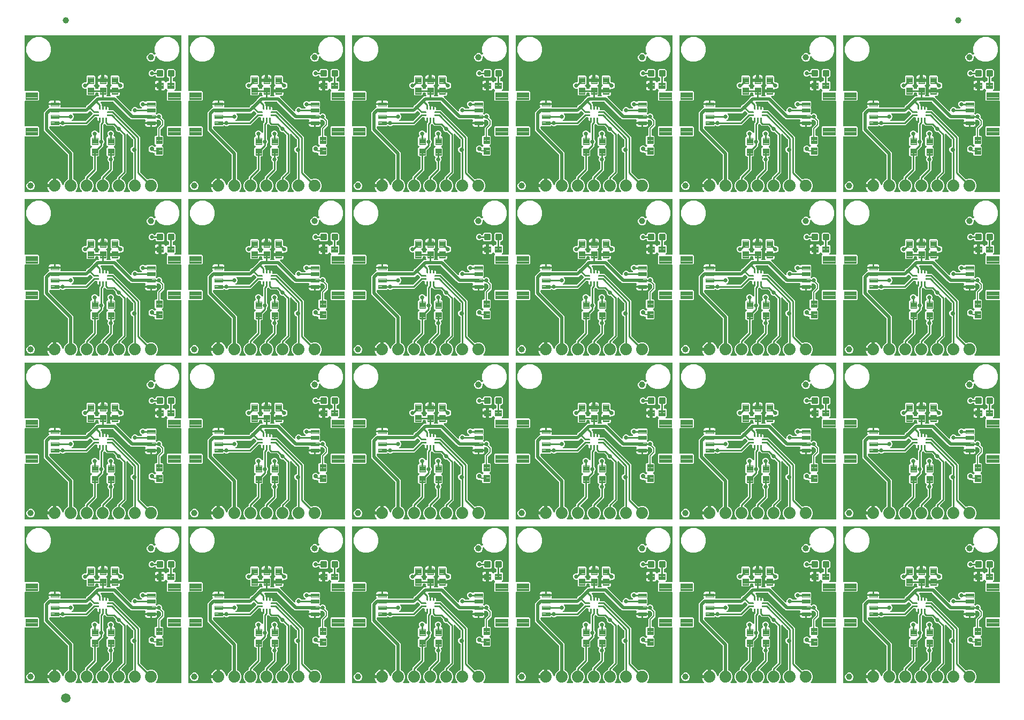
<source format=gtl>
G04 EAGLE Gerber RS-274X export*
G75*
%MOMM*%
%FSLAX34Y34*%
%LPD*%
%INTop Copper*%
%IPPOS*%
%AMOC8*
5,1,8,0,0,1.08239X$1,22.5*%
G01*
%ADD10C,0.100000*%
%ADD11C,0.300000*%
%ADD12C,1.000000*%
%ADD13C,0.096000*%
%ADD14C,0.102000*%
%ADD15C,1.879600*%
%ADD16C,0.102500*%
%ADD17C,1.500000*%
%ADD18C,0.508000*%
%ADD19C,0.254000*%
%ADD20C,0.660400*%
%ADD21C,0.177800*%
%ADD22C,0.705600*%

G36*
X40896Y2812D02*
X40896Y2812D01*
X41034Y2825D01*
X41053Y2832D01*
X41073Y2835D01*
X41202Y2886D01*
X41333Y2933D01*
X41350Y2944D01*
X41368Y2952D01*
X41481Y3033D01*
X41596Y3112D01*
X41610Y3127D01*
X41626Y3138D01*
X41715Y3246D01*
X41807Y3350D01*
X41816Y3368D01*
X41829Y3383D01*
X41888Y3509D01*
X41951Y3634D01*
X41956Y3653D01*
X41964Y3671D01*
X41990Y3808D01*
X42021Y3944D01*
X42020Y3964D01*
X42024Y3983D01*
X42015Y4122D01*
X42011Y4262D01*
X42005Y4281D01*
X42004Y4301D01*
X41961Y4433D01*
X41922Y4567D01*
X41912Y4584D01*
X41906Y4603D01*
X41831Y4721D01*
X41761Y4841D01*
X41742Y4862D01*
X41736Y4872D01*
X41721Y4886D01*
X41716Y4892D01*
X40589Y6443D01*
X39736Y8117D01*
X39155Y9904D01*
X39115Y10161D01*
X49530Y10161D01*
X49648Y10176D01*
X49767Y10183D01*
X49805Y10196D01*
X49845Y10201D01*
X49956Y10244D01*
X50069Y10281D01*
X50103Y10303D01*
X50141Y10318D01*
X50237Y10388D01*
X50338Y10451D01*
X50366Y10481D01*
X50398Y10504D01*
X50474Y10596D01*
X50556Y10683D01*
X50575Y10718D01*
X50601Y10749D01*
X50652Y10857D01*
X50709Y10961D01*
X50720Y11001D01*
X50737Y11037D01*
X50759Y11154D01*
X50789Y11269D01*
X50793Y11330D01*
X50797Y11350D01*
X50795Y11370D01*
X50799Y11430D01*
X50799Y12701D01*
X52070Y12701D01*
X52188Y12716D01*
X52307Y12723D01*
X52345Y12736D01*
X52385Y12741D01*
X52496Y12785D01*
X52609Y12821D01*
X52644Y12843D01*
X52681Y12858D01*
X52777Y12928D01*
X52878Y12991D01*
X52906Y13021D01*
X52939Y13045D01*
X53014Y13136D01*
X53096Y13223D01*
X53116Y13258D01*
X53141Y13290D01*
X53192Y13397D01*
X53250Y13502D01*
X53260Y13541D01*
X53277Y13577D01*
X53299Y13694D01*
X53329Y13809D01*
X53333Y13870D01*
X53337Y13890D01*
X53335Y13910D01*
X53339Y13970D01*
X53339Y24385D01*
X53596Y24345D01*
X55383Y23764D01*
X57057Y22911D01*
X58578Y21806D01*
X59906Y20478D01*
X61011Y18957D01*
X61864Y17283D01*
X62445Y15496D01*
X62520Y15023D01*
X62555Y14900D01*
X62586Y14774D01*
X62600Y14747D01*
X62608Y14718D01*
X62674Y14607D01*
X62734Y14493D01*
X62755Y14470D01*
X62770Y14444D01*
X62862Y14353D01*
X62948Y14257D01*
X62974Y14241D01*
X62995Y14219D01*
X63106Y14153D01*
X63214Y14082D01*
X63243Y14073D01*
X63269Y14057D01*
X63393Y14021D01*
X63515Y13979D01*
X63545Y13977D01*
X63574Y13968D01*
X63703Y13964D01*
X63832Y13954D01*
X63862Y13959D01*
X63892Y13958D01*
X64018Y13986D01*
X64145Y14008D01*
X64173Y14021D01*
X64202Y14027D01*
X64317Y14086D01*
X64435Y14139D01*
X64459Y14158D01*
X64486Y14171D01*
X64582Y14257D01*
X64684Y14338D01*
X64702Y14362D01*
X64724Y14382D01*
X64797Y14488D01*
X64875Y14592D01*
X64894Y14630D01*
X64903Y14644D01*
X64911Y14665D01*
X64946Y14736D01*
X66725Y19031D01*
X69869Y22175D01*
X71098Y22684D01*
X71123Y22699D01*
X71151Y22708D01*
X71261Y22777D01*
X71374Y22842D01*
X71395Y22862D01*
X71420Y22878D01*
X71509Y22973D01*
X71602Y23063D01*
X71618Y23088D01*
X71638Y23110D01*
X71701Y23223D01*
X71769Y23334D01*
X71777Y23362D01*
X71792Y23388D01*
X71824Y23514D01*
X71862Y23638D01*
X71864Y23668D01*
X71871Y23696D01*
X71881Y23857D01*
X71881Y61185D01*
X71869Y61284D01*
X71866Y61383D01*
X71860Y61404D01*
X71859Y61417D01*
X71848Y61452D01*
X71841Y61501D01*
X71805Y61593D01*
X71777Y61688D01*
X71763Y61712D01*
X71761Y61720D01*
X71745Y61745D01*
X71724Y61797D01*
X71666Y61877D01*
X71616Y61962D01*
X71550Y62037D01*
X71538Y62054D01*
X71528Y62062D01*
X71510Y62083D01*
X33781Y99811D01*
X33781Y128789D01*
X38410Y133417D01*
X41617Y136625D01*
X41686Y136713D01*
X41761Y136797D01*
X41783Y136839D01*
X41812Y136876D01*
X41857Y136979D01*
X41909Y137078D01*
X41919Y137124D01*
X41938Y137168D01*
X41956Y137279D01*
X41982Y137388D01*
X41981Y137435D01*
X41988Y137482D01*
X41978Y137594D01*
X41975Y137706D01*
X41963Y137751D01*
X41958Y137798D01*
X41920Y137904D01*
X41890Y138012D01*
X41858Y138077D01*
X41851Y138098D01*
X41840Y138113D01*
X41819Y138157D01*
X41717Y138332D01*
X41509Y139108D01*
X41509Y140501D01*
X50570Y140501D01*
X50688Y140516D01*
X50807Y140523D01*
X50814Y140525D01*
X50870Y140511D01*
X50930Y140507D01*
X50950Y140503D01*
X50970Y140505D01*
X51030Y140501D01*
X60091Y140501D01*
X60091Y139108D01*
X59883Y138333D01*
X59819Y138223D01*
X59768Y138100D01*
X59712Y137981D01*
X59707Y137954D01*
X59696Y137930D01*
X59677Y137798D01*
X59652Y137668D01*
X59654Y137642D01*
X59650Y137615D01*
X59663Y137483D01*
X59672Y137351D01*
X59680Y137326D01*
X59683Y137299D01*
X59729Y137174D01*
X59770Y137049D01*
X59784Y137026D01*
X59793Y137001D01*
X59869Y136892D01*
X59940Y136780D01*
X59959Y136761D01*
X59975Y136739D01*
X60075Y136653D01*
X60171Y136562D01*
X60195Y136549D01*
X60215Y136531D01*
X60334Y136472D01*
X60450Y136408D01*
X60476Y136402D01*
X60500Y136390D01*
X60630Y136362D01*
X60758Y136329D01*
X60796Y136327D01*
X60811Y136323D01*
X60833Y136324D01*
X60919Y136319D01*
X98589Y136319D01*
X98687Y136331D01*
X98786Y136334D01*
X98844Y136351D01*
X98905Y136359D01*
X98997Y136395D01*
X99092Y136423D01*
X99144Y136453D01*
X99200Y136476D01*
X99280Y136534D01*
X99366Y136584D01*
X99441Y136650D01*
X99458Y136662D01*
X99465Y136672D01*
X99487Y136690D01*
X100489Y137693D01*
X100495Y137700D01*
X100502Y137706D01*
X100591Y137825D01*
X100660Y137913D01*
X100669Y137924D01*
X100670Y137926D01*
X100684Y137944D01*
X100688Y137953D01*
X100693Y137960D01*
X100764Y138105D01*
X101430Y139711D01*
X102859Y141140D01*
X104465Y141806D01*
X104473Y141810D01*
X104482Y141813D01*
X104611Y141889D01*
X104741Y141963D01*
X104748Y141970D01*
X104756Y141975D01*
X104877Y142081D01*
X116975Y154179D01*
X119984Y154179D01*
X120122Y154196D01*
X120261Y154209D01*
X120280Y154216D01*
X120300Y154219D01*
X120429Y154270D01*
X120560Y154317D01*
X120577Y154328D01*
X120596Y154336D01*
X120708Y154417D01*
X120823Y154495D01*
X120837Y154511D01*
X120853Y154522D01*
X120942Y154630D01*
X121034Y154734D01*
X121043Y154752D01*
X121056Y154767D01*
X121115Y154893D01*
X121178Y155017D01*
X121183Y155037D01*
X121191Y155055D01*
X121217Y155191D01*
X121248Y155327D01*
X121247Y155348D01*
X121251Y155367D01*
X121242Y155506D01*
X121238Y155645D01*
X121233Y155665D01*
X121231Y155685D01*
X121189Y155817D01*
X121150Y155951D01*
X121140Y155968D01*
X121133Y155987D01*
X121059Y156105D01*
X120988Y156225D01*
X120970Y156246D01*
X120963Y156256D01*
X120948Y156270D01*
X120882Y156345D01*
X120221Y157006D01*
X120221Y158632D01*
X120206Y158750D01*
X120199Y158869D01*
X120186Y158907D01*
X120181Y158948D01*
X120138Y159058D01*
X120101Y159171D01*
X120079Y159206D01*
X120064Y159243D01*
X119995Y159339D01*
X119931Y159440D01*
X119901Y159468D01*
X119878Y159501D01*
X119786Y159577D01*
X119699Y159658D01*
X119664Y159678D01*
X119633Y159703D01*
X119525Y159754D01*
X119421Y159812D01*
X119381Y159822D01*
X119345Y159839D01*
X119228Y159861D01*
X119113Y159891D01*
X119053Y159895D01*
X119033Y159899D01*
X119012Y159897D01*
X118952Y159901D01*
X115998Y159901D01*
X115880Y159886D01*
X115761Y159879D01*
X115723Y159866D01*
X115682Y159861D01*
X115572Y159818D01*
X115459Y159781D01*
X115424Y159759D01*
X115387Y159744D01*
X115291Y159675D01*
X115190Y159611D01*
X115162Y159581D01*
X115129Y159558D01*
X115053Y159466D01*
X114972Y159379D01*
X114952Y159344D01*
X114927Y159313D01*
X114876Y159205D01*
X114818Y159101D01*
X114808Y159061D01*
X114791Y159025D01*
X114769Y158908D01*
X114739Y158793D01*
X114735Y158733D01*
X114731Y158713D01*
X114733Y158692D01*
X114729Y158632D01*
X114729Y157006D01*
X113394Y155671D01*
X102506Y155671D01*
X101171Y157006D01*
X101171Y165247D01*
X101156Y165365D01*
X101149Y165484D01*
X101137Y165522D01*
X101131Y165563D01*
X101088Y165673D01*
X101051Y165787D01*
X101029Y165821D01*
X101014Y165858D01*
X100945Y165955D01*
X100881Y166055D01*
X100851Y166083D01*
X100828Y166116D01*
X100736Y166192D01*
X100649Y166273D01*
X100614Y166293D01*
X100583Y166318D01*
X100475Y166369D01*
X100371Y166427D01*
X100331Y166437D01*
X100295Y166454D01*
X100178Y166476D01*
X100063Y166506D01*
X100003Y166510D01*
X99983Y166514D01*
X99962Y166513D01*
X99902Y166516D01*
X97902Y166516D01*
X96035Y167290D01*
X94606Y168719D01*
X93832Y170586D01*
X93832Y172608D01*
X94606Y174475D01*
X96035Y175904D01*
X97902Y176678D01*
X99841Y176678D01*
X99939Y176690D01*
X100037Y176693D01*
X100096Y176710D01*
X100156Y176718D01*
X100248Y176754D01*
X100343Y176782D01*
X100395Y176812D01*
X100452Y176835D01*
X100532Y176893D01*
X100617Y176943D01*
X100693Y177010D01*
X100709Y177022D01*
X100711Y177024D01*
X100713Y177026D01*
X100720Y177033D01*
X100738Y177049D01*
X100799Y177111D01*
X100860Y177189D01*
X100928Y177261D01*
X100957Y177314D01*
X100994Y177362D01*
X101034Y177453D01*
X101082Y177540D01*
X101097Y177598D01*
X101121Y177654D01*
X101136Y177752D01*
X101161Y177848D01*
X101167Y177948D01*
X101171Y177968D01*
X101169Y177980D01*
X101171Y178009D01*
X101171Y185894D01*
X102506Y187229D01*
X113394Y187229D01*
X114729Y185894D01*
X114729Y174006D01*
X113070Y172348D01*
X112997Y172253D01*
X112918Y172164D01*
X112900Y172128D01*
X112875Y172096D01*
X112828Y171987D01*
X112774Y171881D01*
X112765Y171842D01*
X112749Y171804D01*
X112730Y171687D01*
X112704Y171571D01*
X112705Y171530D01*
X112699Y171490D01*
X112710Y171372D01*
X112714Y171253D01*
X112725Y171214D01*
X112729Y171174D01*
X112769Y171061D01*
X112802Y170947D01*
X112823Y170913D01*
X112836Y170874D01*
X112903Y170776D01*
X112964Y170673D01*
X113004Y170628D01*
X113015Y170611D01*
X113030Y170598D01*
X113070Y170553D01*
X114729Y168894D01*
X114729Y167268D01*
X114744Y167150D01*
X114751Y167031D01*
X114764Y166993D01*
X114769Y166952D01*
X114812Y166842D01*
X114849Y166729D01*
X114871Y166694D01*
X114886Y166657D01*
X114955Y166561D01*
X115019Y166460D01*
X115049Y166432D01*
X115072Y166399D01*
X115164Y166323D01*
X115251Y166242D01*
X115286Y166222D01*
X115317Y166197D01*
X115425Y166146D01*
X115529Y166088D01*
X115569Y166078D01*
X115605Y166061D01*
X115722Y166039D01*
X115837Y166009D01*
X115897Y166005D01*
X115917Y166001D01*
X115938Y166003D01*
X115998Y165999D01*
X118952Y165999D01*
X119070Y166014D01*
X119189Y166021D01*
X119227Y166034D01*
X119268Y166039D01*
X119378Y166082D01*
X119491Y166119D01*
X119526Y166141D01*
X119563Y166156D01*
X119659Y166225D01*
X119760Y166289D01*
X119788Y166319D01*
X119821Y166342D01*
X119897Y166434D01*
X119978Y166521D01*
X119998Y166556D01*
X120023Y166587D01*
X120074Y166695D01*
X120132Y166799D01*
X120142Y166839D01*
X120159Y166875D01*
X120181Y166992D01*
X120211Y167107D01*
X120215Y167167D01*
X120219Y167187D01*
X120217Y167208D01*
X120221Y167268D01*
X120221Y168894D01*
X121499Y170172D01*
X121576Y170271D01*
X121658Y170366D01*
X121673Y170396D01*
X121694Y170423D01*
X121744Y170539D01*
X121800Y170651D01*
X121807Y170684D01*
X121820Y170715D01*
X121840Y170839D01*
X121866Y170962D01*
X121865Y170996D01*
X121870Y171029D01*
X121859Y171154D01*
X121853Y171280D01*
X121844Y171312D01*
X121840Y171346D01*
X121798Y171464D01*
X121762Y171584D01*
X121744Y171613D01*
X121733Y171645D01*
X121662Y171749D01*
X121597Y171857D01*
X121573Y171880D01*
X121554Y171908D01*
X121460Y171991D01*
X121370Y172079D01*
X121330Y172106D01*
X121316Y172119D01*
X121296Y172128D01*
X121236Y172168D01*
X120633Y172517D01*
X120067Y173083D01*
X119666Y173776D01*
X119459Y174550D01*
X119459Y177451D01*
X125770Y177451D01*
X125888Y177466D01*
X126007Y177473D01*
X126045Y177485D01*
X126085Y177491D01*
X126196Y177534D01*
X126309Y177571D01*
X126343Y177593D01*
X126381Y177608D01*
X126477Y177677D01*
X126578Y177741D01*
X126606Y177771D01*
X126638Y177794D01*
X126714Y177886D01*
X126796Y177973D01*
X126815Y178008D01*
X126841Y178039D01*
X126892Y178147D01*
X126949Y178251D01*
X126959Y178291D01*
X126977Y178327D01*
X126997Y178434D01*
X127001Y178404D01*
X127045Y178294D01*
X127081Y178181D01*
X127103Y178146D01*
X127118Y178109D01*
X127188Y178012D01*
X127251Y177912D01*
X127281Y177884D01*
X127305Y177851D01*
X127396Y177775D01*
X127483Y177694D01*
X127518Y177674D01*
X127550Y177649D01*
X127657Y177598D01*
X127762Y177540D01*
X127801Y177530D01*
X127837Y177513D01*
X127954Y177491D01*
X128070Y177461D01*
X128130Y177457D01*
X128150Y177453D01*
X128170Y177455D01*
X128230Y177451D01*
X134541Y177451D01*
X134541Y174550D01*
X134334Y173776D01*
X133933Y173083D01*
X133367Y172517D01*
X132764Y172168D01*
X132663Y172092D01*
X132560Y172022D01*
X132537Y171997D01*
X132510Y171976D01*
X132432Y171878D01*
X132349Y171783D01*
X132334Y171753D01*
X132313Y171727D01*
X132262Y171612D01*
X132204Y171500D01*
X132197Y171467D01*
X132183Y171437D01*
X132162Y171312D01*
X132135Y171190D01*
X132136Y171156D01*
X132130Y171123D01*
X132141Y170998D01*
X132144Y170872D01*
X132154Y170840D01*
X132157Y170806D01*
X132198Y170687D01*
X132233Y170567D01*
X132250Y170537D01*
X132261Y170506D01*
X132331Y170401D01*
X132394Y170293D01*
X132427Y170256D01*
X132437Y170241D01*
X132453Y170226D01*
X132501Y170172D01*
X133779Y168894D01*
X133779Y157006D01*
X133118Y156345D01*
X133033Y156236D01*
X132944Y156129D01*
X132936Y156110D01*
X132923Y156094D01*
X132868Y155967D01*
X132809Y155841D01*
X132805Y155821D01*
X132797Y155802D01*
X132775Y155664D01*
X132749Y155528D01*
X132750Y155508D01*
X132747Y155488D01*
X132760Y155349D01*
X132769Y155211D01*
X132775Y155192D01*
X132777Y155172D01*
X132824Y155040D01*
X132867Y154909D01*
X132877Y154891D01*
X132884Y154872D01*
X132962Y154757D01*
X133037Y154640D01*
X133052Y154626D01*
X133063Y154609D01*
X133167Y154517D01*
X133268Y154422D01*
X133286Y154412D01*
X133301Y154399D01*
X133425Y154336D01*
X133547Y154268D01*
X133567Y154263D01*
X133585Y154254D01*
X133720Y154224D01*
X133855Y154189D01*
X133883Y154187D01*
X133895Y154184D01*
X133915Y154185D01*
X134016Y154179D01*
X138018Y154179D01*
X138149Y154195D01*
X138281Y154206D01*
X138307Y154215D01*
X138333Y154219D01*
X138456Y154267D01*
X138581Y154311D01*
X138604Y154326D01*
X138629Y154336D01*
X138736Y154413D01*
X138846Y154487D01*
X138865Y154507D01*
X138886Y154522D01*
X138971Y154625D01*
X139059Y154723D01*
X139072Y154747D01*
X139089Y154767D01*
X139146Y154887D01*
X139207Y155004D01*
X139213Y155031D01*
X139225Y155055D01*
X139250Y155185D01*
X139280Y155314D01*
X139279Y155341D01*
X139284Y155367D01*
X139276Y155499D01*
X139274Y155632D01*
X139266Y155658D01*
X139265Y155685D01*
X139224Y155811D01*
X139188Y155938D01*
X139171Y155973D01*
X139167Y155987D01*
X139155Y156006D01*
X139117Y156083D01*
X138716Y156776D01*
X138509Y157550D01*
X138509Y160451D01*
X144820Y160451D01*
X144938Y160466D01*
X145057Y160473D01*
X145095Y160485D01*
X145135Y160491D01*
X145246Y160534D01*
X145359Y160571D01*
X145393Y160593D01*
X145431Y160608D01*
X145527Y160677D01*
X145628Y160741D01*
X145656Y160771D01*
X145688Y160794D01*
X145764Y160886D01*
X145846Y160973D01*
X145865Y161008D01*
X145891Y161039D01*
X145942Y161147D01*
X145999Y161251D01*
X146009Y161291D01*
X146027Y161327D01*
X146047Y161434D01*
X146051Y161404D01*
X146095Y161294D01*
X146131Y161181D01*
X146153Y161146D01*
X146168Y161109D01*
X146238Y161012D01*
X146301Y160912D01*
X146331Y160884D01*
X146355Y160851D01*
X146446Y160775D01*
X146533Y160694D01*
X146568Y160674D01*
X146600Y160649D01*
X146707Y160598D01*
X146812Y160540D01*
X146851Y160530D01*
X146887Y160513D01*
X147004Y160491D01*
X147120Y160461D01*
X147180Y160457D01*
X147200Y160453D01*
X147220Y160455D01*
X147280Y160451D01*
X153591Y160451D01*
X153591Y157550D01*
X153384Y156776D01*
X152983Y156083D01*
X152417Y155517D01*
X151724Y155116D01*
X150950Y154909D01*
X149519Y154909D01*
X149381Y154892D01*
X149243Y154879D01*
X149224Y154872D01*
X149203Y154869D01*
X149074Y154818D01*
X148943Y154771D01*
X148926Y154760D01*
X148908Y154752D01*
X148795Y154671D01*
X148680Y154593D01*
X148667Y154577D01*
X148650Y154566D01*
X148562Y154458D01*
X148470Y154354D01*
X148460Y154336D01*
X148448Y154321D01*
X148388Y154195D01*
X148325Y154071D01*
X148321Y154051D01*
X148312Y154033D01*
X148286Y153896D01*
X148255Y153761D01*
X148256Y153740D01*
X148252Y153721D01*
X148261Y153582D01*
X148265Y153443D01*
X148271Y153423D01*
X148272Y153403D01*
X148315Y153271D01*
X148353Y153137D01*
X148364Y153120D01*
X148370Y153101D01*
X148444Y152983D01*
X148515Y152863D01*
X148534Y152842D01*
X148540Y152832D01*
X148555Y152818D01*
X148621Y152743D01*
X150087Y151277D01*
X170553Y130811D01*
X170662Y130726D01*
X170769Y130638D01*
X170788Y130629D01*
X170804Y130616D01*
X170932Y130561D01*
X171057Y130502D01*
X171077Y130498D01*
X171096Y130490D01*
X171234Y130468D01*
X171370Y130442D01*
X171390Y130443D01*
X171410Y130440D01*
X171549Y130453D01*
X171687Y130462D01*
X171706Y130468D01*
X171726Y130470D01*
X171858Y130517D01*
X171989Y130560D01*
X172007Y130571D01*
X172026Y130578D01*
X172141Y130656D01*
X172258Y130730D01*
X172272Y130745D01*
X172289Y130756D01*
X172381Y130860D01*
X172476Y130962D01*
X172486Y130980D01*
X172499Y130995D01*
X172563Y131119D01*
X172630Y131240D01*
X172635Y131260D01*
X172644Y131278D01*
X172674Y131414D01*
X172709Y131548D01*
X172711Y131576D01*
X172714Y131588D01*
X172713Y131609D01*
X172719Y131709D01*
X172719Y133011D01*
X173493Y134878D01*
X174922Y136307D01*
X176789Y137081D01*
X178811Y137081D01*
X180678Y136307D01*
X181565Y135420D01*
X181643Y135360D01*
X181715Y135292D01*
X181768Y135263D01*
X181816Y135226D01*
X181907Y135186D01*
X181994Y135138D01*
X182052Y135123D01*
X182108Y135099D01*
X182206Y135084D01*
X182302Y135059D01*
X182402Y135053D01*
X182422Y135049D01*
X182434Y135051D01*
X182462Y135049D01*
X187624Y135049D01*
X187694Y135057D01*
X187763Y135056D01*
X187851Y135077D01*
X187940Y135089D01*
X188005Y135114D01*
X188073Y135131D01*
X188152Y135173D01*
X188236Y135206D01*
X188292Y135247D01*
X188354Y135279D01*
X188420Y135340D01*
X188493Y135392D01*
X188537Y135446D01*
X188589Y135493D01*
X188638Y135568D01*
X188696Y135637D01*
X188725Y135700D01*
X188764Y135759D01*
X188793Y135844D01*
X188831Y135925D01*
X188844Y135994D01*
X188867Y136060D01*
X188874Y136149D01*
X188891Y136237D01*
X188887Y136307D01*
X188892Y136377D01*
X188877Y136465D01*
X188871Y136555D01*
X188850Y136621D01*
X188838Y136690D01*
X188801Y136772D01*
X188773Y136857D01*
X188736Y136916D01*
X188707Y136980D01*
X188651Y137050D01*
X188603Y137126D01*
X188552Y137174D01*
X188509Y137228D01*
X188437Y137282D01*
X188371Y137344D01*
X188310Y137378D01*
X188255Y137420D01*
X188110Y137491D01*
X187622Y137693D01*
X186193Y139122D01*
X185419Y140989D01*
X185419Y143011D01*
X186193Y144878D01*
X187622Y146307D01*
X189489Y147081D01*
X191511Y147081D01*
X193378Y146307D01*
X193562Y146123D01*
X193656Y146050D01*
X193745Y145972D01*
X193781Y145953D01*
X193813Y145929D01*
X193923Y145881D01*
X194028Y145827D01*
X194068Y145818D01*
X194105Y145802D01*
X194223Y145784D01*
X194339Y145757D01*
X194379Y145759D01*
X194419Y145752D01*
X194538Y145764D01*
X194657Y145767D01*
X194695Y145778D01*
X194736Y145782D01*
X194848Y145822D01*
X194962Y145856D01*
X194997Y145876D01*
X195035Y145890D01*
X195133Y145957D01*
X195236Y146017D01*
X195281Y146057D01*
X195298Y146068D01*
X195312Y146084D01*
X195357Y146124D01*
X196012Y146779D01*
X210388Y146779D01*
X211729Y145438D01*
X211729Y138562D01*
X211064Y137897D01*
X210991Y137803D01*
X210912Y137714D01*
X210894Y137678D01*
X210869Y137646D01*
X210822Y137537D01*
X210768Y137431D01*
X210759Y137392D01*
X210743Y137354D01*
X210724Y137237D01*
X210698Y137121D01*
X210699Y137080D01*
X210693Y137040D01*
X210704Y136922D01*
X210708Y136803D01*
X210719Y136764D01*
X210723Y136724D01*
X210763Y136612D01*
X210796Y136497D01*
X210817Y136462D01*
X210831Y136424D01*
X210897Y136326D01*
X210958Y136223D01*
X210998Y136178D01*
X211009Y136161D01*
X211024Y136148D01*
X211064Y136102D01*
X211729Y135438D01*
X211729Y128562D01*
X211064Y127897D01*
X210991Y127803D01*
X210912Y127714D01*
X210894Y127678D01*
X210869Y127646D01*
X210822Y127537D01*
X210768Y127431D01*
X210759Y127392D01*
X210743Y127354D01*
X210724Y127237D01*
X210698Y127121D01*
X210699Y127080D01*
X210693Y127040D01*
X210704Y126922D01*
X210708Y126803D01*
X210719Y126764D01*
X210723Y126724D01*
X210763Y126611D01*
X210796Y126497D01*
X210817Y126462D01*
X210831Y126424D01*
X210897Y126326D01*
X210958Y126223D01*
X210998Y126178D01*
X211009Y126161D01*
X211024Y126148D01*
X211028Y126142D01*
X211033Y126138D01*
X211064Y126102D01*
X211083Y126083D01*
X211177Y126010D01*
X211267Y125932D01*
X211303Y125913D01*
X211335Y125889D01*
X211444Y125841D01*
X211550Y125787D01*
X211589Y125778D01*
X211626Y125762D01*
X211744Y125744D01*
X211860Y125717D01*
X211900Y125719D01*
X211940Y125712D01*
X212059Y125724D01*
X212178Y125727D01*
X212217Y125738D01*
X212257Y125742D01*
X212369Y125782D01*
X212483Y125816D01*
X212518Y125836D01*
X212556Y125850D01*
X212655Y125917D01*
X212757Y125977D01*
X212803Y126017D01*
X212819Y126028D01*
X212833Y126044D01*
X212878Y126083D01*
X213022Y126227D01*
X214889Y127001D01*
X216911Y127001D01*
X218778Y126227D01*
X220207Y124798D01*
X220981Y122931D01*
X220981Y120689D01*
X220993Y120591D01*
X220996Y120492D01*
X221013Y120434D01*
X221021Y120374D01*
X221057Y120282D01*
X221085Y120187D01*
X221115Y120134D01*
X221138Y120078D01*
X221196Y119998D01*
X221246Y119913D01*
X221312Y119837D01*
X221324Y119821D01*
X221334Y119813D01*
X221352Y119792D01*
X224537Y116608D01*
X224537Y108182D01*
X218939Y102585D01*
X218879Y102507D01*
X218811Y102435D01*
X218782Y102382D01*
X218745Y102334D01*
X218705Y102243D01*
X218657Y102156D01*
X218642Y102098D01*
X218618Y102042D01*
X218603Y101944D01*
X218578Y101848D01*
X218572Y101748D01*
X218568Y101728D01*
X218570Y101716D01*
X218568Y101688D01*
X218568Y93248D01*
X218583Y93130D01*
X218590Y93011D01*
X218603Y92973D01*
X218608Y92932D01*
X218651Y92822D01*
X218688Y92709D01*
X218710Y92674D01*
X218725Y92637D01*
X218794Y92541D01*
X218858Y92440D01*
X218888Y92412D01*
X218911Y92379D01*
X219003Y92303D01*
X219090Y92222D01*
X219125Y92202D01*
X219156Y92177D01*
X219264Y92126D01*
X219368Y92068D01*
X219408Y92058D01*
X219444Y92041D01*
X219561Y92019D01*
X219676Y91989D01*
X219736Y91985D01*
X219756Y91981D01*
X219777Y91983D01*
X219837Y91979D01*
X221344Y91979D01*
X222679Y90644D01*
X222679Y78756D01*
X221020Y77097D01*
X220947Y77003D01*
X220868Y76914D01*
X220850Y76878D01*
X220825Y76846D01*
X220778Y76737D01*
X220724Y76631D01*
X220715Y76592D01*
X220699Y76554D01*
X220680Y76437D01*
X220654Y76321D01*
X220655Y76280D01*
X220649Y76240D01*
X220660Y76122D01*
X220664Y76003D01*
X220675Y75964D01*
X220679Y75924D01*
X220719Y75812D01*
X220752Y75697D01*
X220773Y75662D01*
X220786Y75624D01*
X220853Y75526D01*
X220914Y75423D01*
X220954Y75378D01*
X220965Y75361D01*
X220980Y75348D01*
X221020Y75302D01*
X222679Y73644D01*
X222679Y61756D01*
X221344Y60421D01*
X210456Y60421D01*
X209121Y61756D01*
X209121Y63763D01*
X209106Y63881D01*
X209099Y64000D01*
X209086Y64038D01*
X209081Y64079D01*
X209038Y64189D01*
X209001Y64302D01*
X208979Y64337D01*
X208964Y64374D01*
X208895Y64470D01*
X208831Y64571D01*
X208801Y64599D01*
X208778Y64632D01*
X208686Y64708D01*
X208599Y64789D01*
X208564Y64809D01*
X208533Y64834D01*
X208425Y64885D01*
X208321Y64943D01*
X208281Y64953D01*
X208245Y64970D01*
X208128Y64992D01*
X208013Y65022D01*
X207953Y65026D01*
X207933Y65030D01*
X207912Y65028D01*
X207852Y65032D01*
X206785Y65032D01*
X206376Y65442D01*
X206297Y65502D01*
X206225Y65570D01*
X206172Y65599D01*
X206124Y65636D01*
X206033Y65676D01*
X205947Y65724D01*
X205888Y65739D01*
X205833Y65763D01*
X205735Y65778D01*
X205639Y65803D01*
X205539Y65809D01*
X205519Y65813D01*
X205506Y65811D01*
X205478Y65813D01*
X203414Y65813D01*
X201464Y66621D01*
X199971Y68114D01*
X199163Y70064D01*
X199163Y72176D01*
X199971Y74126D01*
X201464Y75619D01*
X203414Y76427D01*
X205526Y76427D01*
X207476Y75619D01*
X208389Y74706D01*
X208483Y74633D01*
X208572Y74554D01*
X208608Y74536D01*
X208640Y74511D01*
X208749Y74464D01*
X208855Y74410D01*
X208895Y74401D01*
X208932Y74385D01*
X209049Y74366D01*
X209165Y74340D01*
X209206Y74341D01*
X209246Y74335D01*
X209364Y74346D01*
X209483Y74350D01*
X209522Y74361D01*
X209562Y74365D01*
X209675Y74405D01*
X209789Y74438D01*
X209824Y74459D01*
X209862Y74473D01*
X209960Y74539D01*
X210063Y74600D01*
X210108Y74640D01*
X210125Y74651D01*
X210138Y74666D01*
X210184Y74706D01*
X210780Y75302D01*
X210853Y75397D01*
X210932Y75486D01*
X210950Y75522D01*
X210975Y75554D01*
X211022Y75663D01*
X211076Y75769D01*
X211085Y75808D01*
X211101Y75846D01*
X211120Y75963D01*
X211146Y76079D01*
X211145Y76120D01*
X211151Y76160D01*
X211140Y76278D01*
X211136Y76397D01*
X211125Y76436D01*
X211121Y76476D01*
X211081Y76589D01*
X211048Y76703D01*
X211027Y76737D01*
X211014Y76776D01*
X210947Y76874D01*
X210886Y76977D01*
X210846Y77022D01*
X210835Y77039D01*
X210820Y77052D01*
X210780Y77097D01*
X209121Y78756D01*
X209121Y90644D01*
X210456Y91979D01*
X211963Y91979D01*
X212081Y91994D01*
X212200Y92001D01*
X212238Y92014D01*
X212279Y92019D01*
X212389Y92062D01*
X212502Y92099D01*
X212537Y92121D01*
X212574Y92136D01*
X212670Y92205D01*
X212771Y92269D01*
X212799Y92299D01*
X212832Y92322D01*
X212908Y92414D01*
X212989Y92501D01*
X213009Y92536D01*
X213034Y92567D01*
X213085Y92675D01*
X213143Y92779D01*
X213153Y92819D01*
X213170Y92855D01*
X213192Y92972D01*
X213222Y93087D01*
X213226Y93147D01*
X213230Y93167D01*
X213228Y93188D01*
X213232Y93248D01*
X213232Y104424D01*
X218830Y110021D01*
X218890Y110099D01*
X218958Y110171D01*
X218987Y110224D01*
X219024Y110272D01*
X219064Y110363D01*
X219112Y110450D01*
X219127Y110508D01*
X219151Y110564D01*
X219166Y110662D01*
X219191Y110758D01*
X219197Y110858D01*
X219201Y110878D01*
X219199Y110890D01*
X219201Y110918D01*
X219201Y113872D01*
X219189Y113970D01*
X219186Y114069D01*
X219169Y114127D01*
X219161Y114187D01*
X219125Y114279D01*
X219097Y114374D01*
X219067Y114427D01*
X219044Y114483D01*
X218986Y114563D01*
X218936Y114648D01*
X218870Y114724D01*
X218858Y114740D01*
X218848Y114748D01*
X218830Y114769D01*
X217131Y116468D01*
X217053Y116528D01*
X216981Y116596D01*
X216928Y116625D01*
X216880Y116662D01*
X216789Y116702D01*
X216702Y116750D01*
X216644Y116765D01*
X216588Y116789D01*
X216490Y116804D01*
X216394Y116829D01*
X216294Y116835D01*
X216274Y116839D01*
X216262Y116837D01*
X216234Y116839D01*
X214889Y116839D01*
X213982Y117215D01*
X213928Y117230D01*
X213876Y117253D01*
X213775Y117272D01*
X213675Y117299D01*
X213619Y117300D01*
X213563Y117310D01*
X213461Y117302D01*
X213357Y117304D01*
X213303Y117291D01*
X213246Y117287D01*
X213149Y117254D01*
X213048Y117230D01*
X212998Y117204D01*
X212945Y117186D01*
X212858Y117129D01*
X212767Y117081D01*
X212725Y117043D01*
X212678Y117013D01*
X212608Y116937D01*
X212532Y116867D01*
X212501Y116820D01*
X212462Y116779D01*
X212414Y116688D01*
X212357Y116602D01*
X212339Y116548D01*
X212312Y116499D01*
X212287Y116398D01*
X212254Y116301D01*
X212249Y116244D01*
X212236Y116190D01*
X212237Y116087D01*
X212228Y115984D01*
X212238Y115928D01*
X212239Y115872D01*
X212270Y115714D01*
X212491Y114892D01*
X212491Y113499D01*
X203430Y113499D01*
X203312Y113484D01*
X203193Y113477D01*
X203186Y113475D01*
X203130Y113489D01*
X203070Y113493D01*
X203050Y113497D01*
X203030Y113495D01*
X202970Y113499D01*
X193909Y113499D01*
X193909Y114892D01*
X194117Y115667D01*
X194181Y115777D01*
X194232Y115900D01*
X194288Y116019D01*
X194293Y116046D01*
X194304Y116070D01*
X194323Y116202D01*
X194348Y116332D01*
X194346Y116358D01*
X194350Y116385D01*
X194337Y116517D01*
X194328Y116649D01*
X194320Y116674D01*
X194317Y116701D01*
X194271Y116826D01*
X194230Y116951D01*
X194216Y116974D01*
X194207Y116999D01*
X194131Y117108D01*
X194060Y117220D01*
X194041Y117239D01*
X194025Y117261D01*
X193925Y117347D01*
X193829Y117438D01*
X193805Y117451D01*
X193785Y117469D01*
X193666Y117528D01*
X193550Y117592D01*
X193524Y117598D01*
X193500Y117610D01*
X193370Y117638D01*
X193242Y117671D01*
X193204Y117673D01*
X193189Y117677D01*
X193167Y117676D01*
X193081Y117681D01*
X171467Y117681D01*
X168566Y120583D01*
X143979Y145170D01*
X143901Y145230D01*
X143829Y145298D01*
X143776Y145327D01*
X143728Y145364D01*
X143637Y145404D01*
X143550Y145452D01*
X143492Y145467D01*
X143436Y145491D01*
X143338Y145506D01*
X143242Y145531D01*
X143142Y145537D01*
X143122Y145541D01*
X143110Y145539D01*
X143082Y145541D01*
X124725Y145541D01*
X124587Y145524D01*
X124448Y145511D01*
X124429Y145504D01*
X124409Y145501D01*
X124280Y145450D01*
X124149Y145403D01*
X124132Y145392D01*
X124113Y145384D01*
X124001Y145303D01*
X123886Y145225D01*
X123872Y145209D01*
X123856Y145198D01*
X123767Y145090D01*
X123675Y144986D01*
X123666Y144968D01*
X123653Y144953D01*
X123594Y144827D01*
X123531Y144703D01*
X123526Y144683D01*
X123518Y144665D01*
X123492Y144528D01*
X123461Y144393D01*
X123462Y144372D01*
X123458Y144353D01*
X123466Y144214D01*
X123471Y144075D01*
X123476Y144055D01*
X123478Y144035D01*
X123520Y143903D01*
X123559Y143769D01*
X123569Y143752D01*
X123576Y143733D01*
X123650Y143615D01*
X123721Y143495D01*
X123739Y143474D01*
X123746Y143464D01*
X123761Y143450D01*
X123827Y143375D01*
X125049Y142153D01*
X125049Y139810D01*
X125064Y139692D01*
X125071Y139573D01*
X125084Y139535D01*
X125089Y139494D01*
X125132Y139384D01*
X125169Y139271D01*
X125191Y139236D01*
X125206Y139199D01*
X125275Y139103D01*
X125339Y139002D01*
X125369Y138974D01*
X125392Y138941D01*
X125484Y138865D01*
X125571Y138784D01*
X125606Y138764D01*
X125637Y138739D01*
X125731Y138695D01*
X125731Y136280D01*
X125732Y136270D01*
X125731Y136260D01*
X125752Y136112D01*
X125770Y135964D01*
X125774Y135955D01*
X125776Y135945D01*
X125833Y135806D01*
X125887Y135668D01*
X125893Y135660D01*
X125897Y135651D01*
X125987Y135532D01*
X126074Y135411D01*
X126082Y135405D01*
X126088Y135397D01*
X126204Y135304D01*
X126319Y135208D01*
X126328Y135204D01*
X126336Y135198D01*
X126473Y135136D01*
X126607Y135073D01*
X126617Y135071D01*
X126626Y135067D01*
X126774Y135041D01*
X126919Y135013D01*
X126929Y135014D01*
X126939Y135012D01*
X127088Y135024D01*
X127237Y135033D01*
X127246Y135036D01*
X127256Y135037D01*
X127398Y135085D01*
X127539Y135131D01*
X127548Y135136D01*
X127557Y135139D01*
X127683Y135222D01*
X127808Y135301D01*
X127815Y135308D01*
X127823Y135314D01*
X127924Y135425D01*
X128026Y135533D01*
X128031Y135541D01*
X128037Y135549D01*
X128108Y135681D01*
X128179Y135811D01*
X128182Y135821D01*
X128187Y135830D01*
X128234Y135983D01*
X128234Y135984D01*
X128242Y136053D01*
X128259Y136119D01*
X128259Y136120D01*
X128269Y136280D01*
X128269Y136414D01*
X128269Y136416D01*
X128269Y138506D01*
X128966Y138319D01*
X129057Y138272D01*
X129109Y138260D01*
X129158Y138239D01*
X129263Y138223D01*
X129366Y138199D01*
X129420Y138200D01*
X129473Y138192D01*
X129578Y138203D01*
X129684Y138205D01*
X129736Y138220D01*
X129789Y138225D01*
X129889Y138262D01*
X129991Y138290D01*
X130066Y138328D01*
X130731Y138506D01*
X130731Y136281D01*
X130740Y136210D01*
X130739Y136139D01*
X130767Y135980D01*
X130767Y135979D01*
X130770Y135973D01*
X130770Y135966D01*
X130771Y135965D01*
X130771Y135964D01*
X130827Y135823D01*
X130881Y135682D01*
X130885Y135676D01*
X130888Y135669D01*
X130977Y135546D01*
X131064Y135422D01*
X131070Y135417D01*
X131075Y135411D01*
X131192Y135314D01*
X131307Y135217D01*
X131314Y135213D01*
X131320Y135208D01*
X131456Y135144D01*
X131593Y135078D01*
X131600Y135076D01*
X131607Y135073D01*
X131755Y135045D01*
X131904Y135014D01*
X131912Y135015D01*
X131920Y135013D01*
X132071Y135023D01*
X132222Y135030D01*
X132229Y135032D01*
X132237Y135033D01*
X132382Y135080D01*
X132526Y135125D01*
X132532Y135129D01*
X132540Y135131D01*
X132668Y135212D01*
X132796Y135291D01*
X132802Y135297D01*
X132808Y135301D01*
X132912Y135412D01*
X133017Y135520D01*
X133021Y135527D01*
X133026Y135533D01*
X133099Y135664D01*
X133174Y135797D01*
X133176Y135805D01*
X133180Y135811D01*
X133217Y135957D01*
X133257Y136104D01*
X133257Y136112D01*
X133259Y136119D01*
X133269Y136280D01*
X133269Y138506D01*
X133916Y138333D01*
X134612Y137931D01*
X135181Y137362D01*
X135583Y136666D01*
X135666Y136356D01*
X135701Y136270D01*
X135726Y136181D01*
X135761Y136124D01*
X135786Y136061D01*
X135841Y135987D01*
X135888Y135907D01*
X135891Y135904D01*
X135891Y133818D01*
X135906Y133700D01*
X135913Y133581D01*
X135926Y133543D01*
X135931Y133502D01*
X135974Y133392D01*
X136011Y133279D01*
X136033Y133244D01*
X136048Y133207D01*
X136117Y133111D01*
X136181Y133010D01*
X136211Y132982D01*
X136234Y132949D01*
X136326Y132873D01*
X136413Y132792D01*
X136448Y132772D01*
X136479Y132747D01*
X136587Y132696D01*
X136691Y132638D01*
X136731Y132628D01*
X136767Y132611D01*
X136884Y132589D01*
X136999Y132559D01*
X137059Y132555D01*
X137079Y132551D01*
X137100Y132553D01*
X137160Y132549D01*
X143543Y132549D01*
X145700Y130391D01*
X183771Y92320D01*
X185929Y90163D01*
X185929Y34809D01*
X185941Y34710D01*
X185944Y34611D01*
X185961Y34553D01*
X185969Y34493D01*
X186005Y34401D01*
X186033Y34306D01*
X186063Y34254D01*
X186086Y34197D01*
X186144Y34117D01*
X186194Y34032D01*
X186260Y33957D01*
X186272Y33940D01*
X186282Y33932D01*
X186300Y33911D01*
X197095Y23117D01*
X197118Y23099D01*
X197137Y23076D01*
X197243Y23002D01*
X197346Y22922D01*
X197373Y22910D01*
X197397Y22893D01*
X197519Y22847D01*
X197638Y22796D01*
X197667Y22791D01*
X197695Y22780D01*
X197824Y22766D01*
X197952Y22746D01*
X197981Y22748D01*
X198011Y22745D01*
X198139Y22763D01*
X198269Y22775D01*
X198296Y22785D01*
X198326Y22790D01*
X198478Y22842D01*
X200977Y23877D01*
X205423Y23877D01*
X209531Y22175D01*
X212675Y19031D01*
X214377Y14923D01*
X214377Y10477D01*
X212675Y6369D01*
X211268Y4961D01*
X211182Y4852D01*
X211094Y4745D01*
X211085Y4726D01*
X211073Y4710D01*
X211017Y4582D01*
X210958Y4457D01*
X210955Y4437D01*
X210946Y4418D01*
X210925Y4280D01*
X210899Y4144D01*
X210900Y4124D01*
X210897Y4104D01*
X210910Y3965D01*
X210918Y3827D01*
X210925Y3808D01*
X210926Y3788D01*
X210974Y3656D01*
X211016Y3525D01*
X211027Y3507D01*
X211034Y3488D01*
X211112Y3373D01*
X211186Y3256D01*
X211201Y3242D01*
X211213Y3225D01*
X211317Y3133D01*
X211418Y3038D01*
X211436Y3028D01*
X211451Y3015D01*
X211575Y2951D01*
X211697Y2884D01*
X211716Y2879D01*
X211734Y2870D01*
X211870Y2840D01*
X212005Y2805D01*
X212033Y2803D01*
X212045Y2800D01*
X212065Y2801D01*
X212165Y2795D01*
X249936Y2795D01*
X250054Y2810D01*
X250173Y2817D01*
X250211Y2830D01*
X250252Y2835D01*
X250362Y2878D01*
X250475Y2915D01*
X250510Y2937D01*
X250547Y2952D01*
X250643Y3021D01*
X250744Y3085D01*
X250772Y3115D01*
X250805Y3138D01*
X250881Y3230D01*
X250962Y3317D01*
X250982Y3352D01*
X251007Y3383D01*
X251058Y3491D01*
X251116Y3595D01*
X251126Y3635D01*
X251143Y3671D01*
X251165Y3788D01*
X251195Y3903D01*
X251199Y3963D01*
X251203Y3983D01*
X251201Y4004D01*
X251205Y4064D01*
X251205Y89952D01*
X251190Y90070D01*
X251183Y90189D01*
X251170Y90227D01*
X251165Y90268D01*
X251122Y90378D01*
X251085Y90491D01*
X251063Y90526D01*
X251048Y90563D01*
X250979Y90659D01*
X250915Y90760D01*
X250885Y90788D01*
X250862Y90821D01*
X250770Y90897D01*
X250683Y90978D01*
X250648Y90998D01*
X250617Y91023D01*
X250509Y91074D01*
X250405Y91132D01*
X250365Y91142D01*
X250329Y91159D01*
X250212Y91181D01*
X250097Y91211D01*
X250037Y91215D01*
X250017Y91219D01*
X249996Y91217D01*
X249936Y91221D01*
X229494Y91221D01*
X228171Y92544D01*
X228171Y105456D01*
X229494Y106779D01*
X249936Y106779D01*
X250054Y106794D01*
X250173Y106801D01*
X250211Y106814D01*
X250252Y106819D01*
X250362Y106862D01*
X250475Y106899D01*
X250510Y106921D01*
X250547Y106936D01*
X250643Y107005D01*
X250744Y107069D01*
X250772Y107099D01*
X250805Y107122D01*
X250881Y107214D01*
X250962Y107301D01*
X250982Y107336D01*
X251007Y107367D01*
X251058Y107475D01*
X251116Y107579D01*
X251126Y107619D01*
X251143Y107655D01*
X251165Y107772D01*
X251195Y107887D01*
X251199Y107947D01*
X251203Y107967D01*
X251201Y107988D01*
X251205Y108048D01*
X251205Y145952D01*
X251190Y146070D01*
X251183Y146189D01*
X251170Y146227D01*
X251165Y146268D01*
X251122Y146378D01*
X251085Y146491D01*
X251063Y146526D01*
X251048Y146563D01*
X250979Y146659D01*
X250915Y146760D01*
X250885Y146788D01*
X250862Y146821D01*
X250770Y146897D01*
X250683Y146978D01*
X250648Y146998D01*
X250617Y147023D01*
X250509Y147074D01*
X250405Y147132D01*
X250365Y147142D01*
X250329Y147159D01*
X250212Y147181D01*
X250097Y147211D01*
X250037Y147215D01*
X250017Y147219D01*
X249996Y147217D01*
X249936Y147221D01*
X229494Y147221D01*
X228171Y148544D01*
X228171Y161456D01*
X229220Y162505D01*
X229305Y162614D01*
X229394Y162721D01*
X229403Y162740D01*
X229415Y162756D01*
X229470Y162883D01*
X229530Y163009D01*
X229533Y163029D01*
X229541Y163048D01*
X229563Y163186D01*
X229589Y163322D01*
X229588Y163342D01*
X229591Y163362D01*
X229578Y163501D01*
X229570Y163639D01*
X229563Y163658D01*
X229562Y163678D01*
X229514Y163810D01*
X229472Y163941D01*
X229461Y163959D01*
X229454Y163978D01*
X229376Y164093D01*
X229301Y164210D01*
X229287Y164224D01*
X229275Y164241D01*
X229171Y164333D01*
X229070Y164428D01*
X229052Y164438D01*
X229037Y164451D01*
X228913Y164515D01*
X228791Y164582D01*
X228772Y164587D01*
X228754Y164596D01*
X228674Y164614D01*
X227338Y165949D01*
X227239Y166026D01*
X227144Y166108D01*
X227114Y166123D01*
X227087Y166144D01*
X226971Y166194D01*
X226859Y166250D01*
X226826Y166257D01*
X226795Y166270D01*
X226671Y166290D01*
X226548Y166316D01*
X226514Y166315D01*
X226481Y166320D01*
X226356Y166309D01*
X226230Y166303D01*
X226198Y166294D01*
X226164Y166290D01*
X226046Y166248D01*
X225926Y166212D01*
X225897Y166194D01*
X225865Y166183D01*
X225761Y166112D01*
X225653Y166047D01*
X225630Y166023D01*
X225602Y166004D01*
X225519Y165910D01*
X225431Y165820D01*
X225404Y165780D01*
X225391Y165766D01*
X225382Y165746D01*
X225342Y165686D01*
X224993Y165083D01*
X224427Y164517D01*
X223734Y164116D01*
X222960Y163909D01*
X220059Y163909D01*
X220059Y170220D01*
X220044Y170338D01*
X220037Y170457D01*
X220024Y170495D01*
X220019Y170535D01*
X219976Y170646D01*
X219939Y170759D01*
X219917Y170793D01*
X219902Y170831D01*
X219833Y170927D01*
X219769Y171028D01*
X219739Y171056D01*
X219716Y171088D01*
X219624Y171164D01*
X219537Y171246D01*
X219502Y171265D01*
X219471Y171291D01*
X219363Y171342D01*
X219259Y171399D01*
X219219Y171409D01*
X219183Y171427D01*
X219076Y171447D01*
X219106Y171451D01*
X219216Y171495D01*
X219329Y171531D01*
X219364Y171553D01*
X219401Y171568D01*
X219497Y171638D01*
X219598Y171701D01*
X219626Y171731D01*
X219659Y171755D01*
X219735Y171846D01*
X219816Y171933D01*
X219836Y171968D01*
X219861Y172000D01*
X219912Y172107D01*
X219970Y172212D01*
X219980Y172251D01*
X219997Y172287D01*
X220019Y172404D01*
X220049Y172520D01*
X220053Y172580D01*
X220057Y172600D01*
X220055Y172620D01*
X220059Y172680D01*
X220059Y178991D01*
X222960Y178991D01*
X223734Y178784D01*
X224427Y178383D01*
X224993Y177817D01*
X225342Y177214D01*
X225418Y177113D01*
X225488Y177010D01*
X225513Y176987D01*
X225534Y176960D01*
X225632Y176882D01*
X225727Y176799D01*
X225757Y176784D01*
X225783Y176763D01*
X225898Y176712D01*
X226010Y176654D01*
X226043Y176647D01*
X226073Y176633D01*
X226198Y176612D01*
X226320Y176585D01*
X226354Y176586D01*
X226387Y176580D01*
X226512Y176591D01*
X226638Y176594D01*
X226670Y176604D01*
X226704Y176607D01*
X226823Y176648D01*
X226943Y176683D01*
X226973Y176700D01*
X227004Y176711D01*
X227109Y176781D01*
X227217Y176844D01*
X227254Y176877D01*
X227269Y176887D01*
X227284Y176903D01*
X227338Y176951D01*
X228616Y178229D01*
X230242Y178229D01*
X230360Y178244D01*
X230479Y178251D01*
X230517Y178264D01*
X230558Y178269D01*
X230668Y178312D01*
X230781Y178349D01*
X230816Y178371D01*
X230853Y178386D01*
X230949Y178455D01*
X231050Y178519D01*
X231078Y178549D01*
X231111Y178572D01*
X231187Y178664D01*
X231268Y178751D01*
X231288Y178786D01*
X231313Y178817D01*
X231364Y178925D01*
X231422Y179029D01*
X231432Y179069D01*
X231449Y179105D01*
X231471Y179222D01*
X231501Y179337D01*
X231505Y179397D01*
X231509Y179417D01*
X231507Y179438D01*
X231511Y179498D01*
X231511Y182452D01*
X231496Y182570D01*
X231489Y182689D01*
X231476Y182727D01*
X231471Y182768D01*
X231428Y182878D01*
X231391Y182991D01*
X231369Y183026D01*
X231354Y183063D01*
X231285Y183159D01*
X231221Y183260D01*
X231191Y183288D01*
X231168Y183321D01*
X231076Y183397D01*
X230989Y183478D01*
X230954Y183498D01*
X230923Y183523D01*
X230815Y183574D01*
X230711Y183632D01*
X230671Y183642D01*
X230635Y183659D01*
X230518Y183681D01*
X230403Y183711D01*
X230343Y183715D01*
X230323Y183719D01*
X230302Y183717D01*
X230242Y183721D01*
X229972Y183721D01*
X228051Y185642D01*
X228051Y195358D01*
X229972Y197279D01*
X239688Y197279D01*
X241609Y195358D01*
X241609Y185642D01*
X239688Y183721D01*
X238878Y183721D01*
X238760Y183706D01*
X238641Y183699D01*
X238603Y183686D01*
X238562Y183681D01*
X238452Y183638D01*
X238339Y183601D01*
X238304Y183579D01*
X238267Y183564D01*
X238171Y183495D01*
X238070Y183431D01*
X238042Y183401D01*
X238009Y183378D01*
X237933Y183286D01*
X237852Y183199D01*
X237832Y183164D01*
X237807Y183133D01*
X237756Y183025D01*
X237698Y182921D01*
X237688Y182881D01*
X237671Y182845D01*
X237649Y182728D01*
X237619Y182613D01*
X237615Y182553D01*
X237611Y182533D01*
X237613Y182512D01*
X237609Y182452D01*
X237609Y179498D01*
X237624Y179380D01*
X237631Y179261D01*
X237644Y179223D01*
X237649Y179182D01*
X237692Y179072D01*
X237729Y178959D01*
X237751Y178924D01*
X237766Y178887D01*
X237835Y178791D01*
X237899Y178690D01*
X237929Y178662D01*
X237952Y178629D01*
X238044Y178553D01*
X238131Y178472D01*
X238166Y178452D01*
X238197Y178427D01*
X238305Y178376D01*
X238409Y178318D01*
X238449Y178308D01*
X238485Y178291D01*
X238602Y178269D01*
X238717Y178239D01*
X238777Y178235D01*
X238797Y178231D01*
X238818Y178233D01*
X238878Y178229D01*
X240504Y178229D01*
X241839Y176894D01*
X241839Y166006D01*
X240778Y164945D01*
X240693Y164836D01*
X240604Y164729D01*
X240596Y164710D01*
X240583Y164694D01*
X240528Y164567D01*
X240469Y164441D01*
X240465Y164421D01*
X240457Y164402D01*
X240435Y164264D01*
X240409Y164128D01*
X240410Y164108D01*
X240407Y164088D01*
X240420Y163949D01*
X240429Y163811D01*
X240435Y163792D01*
X240437Y163772D01*
X240484Y163640D01*
X240527Y163509D01*
X240537Y163491D01*
X240544Y163472D01*
X240622Y163357D01*
X240697Y163240D01*
X240712Y163226D01*
X240723Y163209D01*
X240827Y163117D01*
X240928Y163022D01*
X240946Y163012D01*
X240961Y162999D01*
X241085Y162935D01*
X241207Y162868D01*
X241227Y162863D01*
X241245Y162854D01*
X241380Y162824D01*
X241515Y162789D01*
X241543Y162787D01*
X241555Y162784D01*
X241575Y162785D01*
X241676Y162779D01*
X249936Y162779D01*
X250054Y162794D01*
X250173Y162801D01*
X250211Y162814D01*
X250252Y162819D01*
X250362Y162862D01*
X250475Y162899D01*
X250510Y162921D01*
X250547Y162936D01*
X250643Y163005D01*
X250744Y163069D01*
X250772Y163099D01*
X250805Y163122D01*
X250881Y163214D01*
X250962Y163301D01*
X250982Y163336D01*
X251007Y163367D01*
X251058Y163475D01*
X251116Y163579D01*
X251126Y163619D01*
X251143Y163655D01*
X251165Y163772D01*
X251195Y163887D01*
X251199Y163947D01*
X251203Y163967D01*
X251201Y163988D01*
X251205Y164048D01*
X251205Y249936D01*
X251190Y250054D01*
X251183Y250173D01*
X251170Y250211D01*
X251165Y250252D01*
X251122Y250362D01*
X251085Y250475D01*
X251063Y250510D01*
X251048Y250547D01*
X250979Y250643D01*
X250915Y250744D01*
X250885Y250772D01*
X250862Y250805D01*
X250770Y250881D01*
X250683Y250962D01*
X250648Y250982D01*
X250617Y251007D01*
X250509Y251058D01*
X250405Y251116D01*
X250365Y251126D01*
X250329Y251143D01*
X250212Y251165D01*
X250097Y251195D01*
X250037Y251199D01*
X250017Y251203D01*
X249996Y251201D01*
X249936Y251205D01*
X4064Y251205D01*
X3946Y251190D01*
X3827Y251183D01*
X3789Y251170D01*
X3748Y251165D01*
X3638Y251122D01*
X3525Y251085D01*
X3490Y251063D01*
X3453Y251048D01*
X3357Y250979D01*
X3256Y250915D01*
X3228Y250885D01*
X3195Y250862D01*
X3119Y250770D01*
X3038Y250683D01*
X3018Y250648D01*
X2993Y250617D01*
X2942Y250509D01*
X2884Y250405D01*
X2874Y250365D01*
X2857Y250329D01*
X2835Y250212D01*
X2805Y250097D01*
X2801Y250037D01*
X2797Y250017D01*
X2799Y249996D01*
X2795Y249936D01*
X2795Y164048D01*
X2810Y163930D01*
X2817Y163811D01*
X2830Y163773D01*
X2835Y163732D01*
X2878Y163622D01*
X2915Y163509D01*
X2937Y163474D01*
X2952Y163437D01*
X3021Y163341D01*
X3085Y163240D01*
X3115Y163212D01*
X3138Y163179D01*
X3230Y163103D01*
X3317Y163022D01*
X3352Y163002D01*
X3383Y162977D01*
X3491Y162926D01*
X3595Y162868D01*
X3635Y162858D01*
X3671Y162841D01*
X3788Y162819D01*
X3903Y162789D01*
X3963Y162785D01*
X3983Y162781D01*
X4004Y162783D01*
X4064Y162779D01*
X24506Y162779D01*
X25829Y161456D01*
X25829Y148544D01*
X24506Y147221D01*
X4064Y147221D01*
X3946Y147206D01*
X3827Y147199D01*
X3789Y147186D01*
X3748Y147181D01*
X3638Y147138D01*
X3525Y147101D01*
X3490Y147079D01*
X3453Y147064D01*
X3357Y146995D01*
X3256Y146931D01*
X3228Y146901D01*
X3195Y146878D01*
X3119Y146786D01*
X3038Y146699D01*
X3018Y146664D01*
X2993Y146633D01*
X2942Y146525D01*
X2884Y146421D01*
X2874Y146381D01*
X2857Y146345D01*
X2835Y146228D01*
X2805Y146113D01*
X2801Y146053D01*
X2797Y146033D01*
X2799Y146012D01*
X2795Y145952D01*
X2795Y108048D01*
X2810Y107930D01*
X2817Y107811D01*
X2830Y107773D01*
X2835Y107732D01*
X2878Y107622D01*
X2915Y107509D01*
X2937Y107474D01*
X2952Y107437D01*
X3021Y107341D01*
X3085Y107240D01*
X3115Y107212D01*
X3138Y107179D01*
X3230Y107103D01*
X3317Y107022D01*
X3352Y107002D01*
X3383Y106977D01*
X3491Y106926D01*
X3595Y106868D01*
X3635Y106858D01*
X3671Y106841D01*
X3788Y106819D01*
X3903Y106789D01*
X3963Y106785D01*
X3983Y106781D01*
X4004Y106783D01*
X4064Y106779D01*
X24506Y106779D01*
X25829Y105456D01*
X25829Y92544D01*
X24506Y91221D01*
X4064Y91221D01*
X3946Y91206D01*
X3827Y91199D01*
X3789Y91186D01*
X3748Y91181D01*
X3638Y91138D01*
X3525Y91101D01*
X3490Y91079D01*
X3453Y91064D01*
X3357Y90995D01*
X3256Y90931D01*
X3228Y90901D01*
X3195Y90878D01*
X3119Y90786D01*
X3038Y90699D01*
X3018Y90664D01*
X2993Y90633D01*
X2942Y90525D01*
X2884Y90421D01*
X2874Y90381D01*
X2857Y90345D01*
X2835Y90228D01*
X2805Y90113D01*
X2801Y90053D01*
X2797Y90033D01*
X2799Y90012D01*
X2795Y89952D01*
X2795Y4064D01*
X2810Y3946D01*
X2817Y3827D01*
X2830Y3789D01*
X2835Y3748D01*
X2878Y3638D01*
X2915Y3525D01*
X2937Y3490D01*
X2952Y3453D01*
X3021Y3357D01*
X3085Y3256D01*
X3115Y3228D01*
X3138Y3195D01*
X3230Y3119D01*
X3317Y3038D01*
X3352Y3018D01*
X3383Y2993D01*
X3491Y2942D01*
X3595Y2884D01*
X3635Y2874D01*
X3671Y2857D01*
X3788Y2835D01*
X3903Y2805D01*
X3963Y2801D01*
X3983Y2797D01*
X4004Y2799D01*
X4064Y2795D01*
X40757Y2795D01*
X40896Y2812D01*
G37*
G36*
X1336296Y2812D02*
X1336296Y2812D01*
X1336434Y2825D01*
X1336453Y2832D01*
X1336473Y2835D01*
X1336602Y2886D01*
X1336733Y2933D01*
X1336750Y2944D01*
X1336768Y2952D01*
X1336881Y3033D01*
X1336996Y3112D01*
X1337010Y3127D01*
X1337026Y3138D01*
X1337115Y3246D01*
X1337207Y3350D01*
X1337216Y3368D01*
X1337229Y3383D01*
X1337288Y3509D01*
X1337351Y3634D01*
X1337356Y3653D01*
X1337364Y3671D01*
X1337390Y3808D01*
X1337421Y3944D01*
X1337420Y3964D01*
X1337424Y3983D01*
X1337415Y4122D01*
X1337411Y4262D01*
X1337405Y4281D01*
X1337404Y4301D01*
X1337361Y4433D01*
X1337322Y4567D01*
X1337312Y4584D01*
X1337306Y4603D01*
X1337231Y4721D01*
X1337161Y4841D01*
X1337142Y4862D01*
X1337136Y4872D01*
X1337121Y4886D01*
X1337116Y4892D01*
X1335989Y6443D01*
X1335136Y8117D01*
X1334555Y9904D01*
X1334515Y10161D01*
X1344930Y10161D01*
X1345048Y10176D01*
X1345167Y10183D01*
X1345205Y10196D01*
X1345245Y10201D01*
X1345356Y10244D01*
X1345469Y10281D01*
X1345503Y10303D01*
X1345541Y10318D01*
X1345637Y10388D01*
X1345738Y10451D01*
X1345766Y10481D01*
X1345798Y10504D01*
X1345874Y10596D01*
X1345956Y10683D01*
X1345975Y10718D01*
X1346001Y10749D01*
X1346052Y10857D01*
X1346109Y10961D01*
X1346120Y11001D01*
X1346137Y11037D01*
X1346159Y11154D01*
X1346189Y11269D01*
X1346193Y11330D01*
X1346197Y11350D01*
X1346195Y11370D01*
X1346199Y11430D01*
X1346199Y12701D01*
X1347470Y12701D01*
X1347588Y12716D01*
X1347707Y12723D01*
X1347745Y12736D01*
X1347785Y12741D01*
X1347896Y12785D01*
X1348009Y12821D01*
X1348044Y12843D01*
X1348081Y12858D01*
X1348177Y12928D01*
X1348278Y12991D01*
X1348306Y13021D01*
X1348339Y13045D01*
X1348414Y13136D01*
X1348496Y13223D01*
X1348516Y13258D01*
X1348541Y13290D01*
X1348592Y13397D01*
X1348650Y13502D01*
X1348660Y13541D01*
X1348677Y13577D01*
X1348699Y13694D01*
X1348729Y13809D01*
X1348733Y13870D01*
X1348737Y13890D01*
X1348735Y13910D01*
X1348739Y13970D01*
X1348739Y24385D01*
X1348996Y24345D01*
X1350783Y23764D01*
X1352457Y22911D01*
X1353978Y21806D01*
X1355306Y20478D01*
X1356411Y18957D01*
X1357264Y17283D01*
X1357845Y15496D01*
X1357920Y15023D01*
X1357955Y14900D01*
X1357986Y14774D01*
X1358000Y14747D01*
X1358008Y14718D01*
X1358074Y14607D01*
X1358134Y14493D01*
X1358155Y14470D01*
X1358170Y14444D01*
X1358262Y14353D01*
X1358348Y14257D01*
X1358374Y14241D01*
X1358395Y14219D01*
X1358506Y14153D01*
X1358614Y14082D01*
X1358643Y14073D01*
X1358669Y14057D01*
X1358793Y14021D01*
X1358915Y13979D01*
X1358945Y13977D01*
X1358974Y13968D01*
X1359103Y13964D01*
X1359232Y13954D01*
X1359262Y13959D01*
X1359292Y13958D01*
X1359418Y13986D01*
X1359545Y14008D01*
X1359573Y14021D01*
X1359602Y14027D01*
X1359717Y14086D01*
X1359835Y14139D01*
X1359859Y14158D01*
X1359886Y14171D01*
X1359982Y14257D01*
X1360084Y14338D01*
X1360102Y14362D01*
X1360124Y14382D01*
X1360197Y14488D01*
X1360275Y14592D01*
X1360294Y14630D01*
X1360303Y14644D01*
X1360311Y14665D01*
X1360346Y14736D01*
X1362125Y19031D01*
X1365269Y22175D01*
X1366498Y22684D01*
X1366523Y22699D01*
X1366551Y22708D01*
X1366661Y22777D01*
X1366774Y22842D01*
X1366795Y22862D01*
X1366820Y22878D01*
X1366909Y22973D01*
X1367002Y23063D01*
X1367018Y23088D01*
X1367038Y23110D01*
X1367101Y23223D01*
X1367169Y23334D01*
X1367177Y23362D01*
X1367192Y23388D01*
X1367224Y23514D01*
X1367262Y23638D01*
X1367264Y23668D01*
X1367271Y23696D01*
X1367281Y23857D01*
X1367281Y61185D01*
X1367269Y61284D01*
X1367266Y61383D01*
X1367260Y61404D01*
X1367259Y61417D01*
X1367248Y61452D01*
X1367241Y61501D01*
X1367205Y61593D01*
X1367177Y61688D01*
X1367163Y61712D01*
X1367161Y61720D01*
X1367145Y61745D01*
X1367124Y61797D01*
X1367066Y61877D01*
X1367016Y61962D01*
X1366950Y62037D01*
X1366938Y62054D01*
X1366928Y62062D01*
X1366910Y62083D01*
X1329181Y99811D01*
X1329181Y128789D01*
X1337017Y136625D01*
X1337086Y136713D01*
X1337161Y136797D01*
X1337183Y136839D01*
X1337212Y136876D01*
X1337257Y136979D01*
X1337309Y137079D01*
X1337319Y137124D01*
X1337338Y137168D01*
X1337356Y137279D01*
X1337382Y137388D01*
X1337381Y137435D01*
X1337388Y137482D01*
X1337378Y137594D01*
X1337375Y137706D01*
X1337363Y137751D01*
X1337358Y137798D01*
X1337320Y137904D01*
X1337290Y138012D01*
X1337258Y138077D01*
X1337251Y138098D01*
X1337240Y138113D01*
X1337219Y138157D01*
X1337117Y138332D01*
X1336909Y139108D01*
X1336909Y140501D01*
X1345970Y140501D01*
X1346088Y140516D01*
X1346207Y140523D01*
X1346214Y140525D01*
X1346270Y140511D01*
X1346330Y140507D01*
X1346350Y140503D01*
X1346370Y140505D01*
X1346430Y140501D01*
X1355491Y140501D01*
X1355491Y139108D01*
X1355283Y138333D01*
X1355219Y138223D01*
X1355168Y138100D01*
X1355112Y137981D01*
X1355107Y137954D01*
X1355096Y137930D01*
X1355077Y137798D01*
X1355052Y137668D01*
X1355054Y137642D01*
X1355050Y137615D01*
X1355063Y137483D01*
X1355072Y137351D01*
X1355080Y137326D01*
X1355083Y137299D01*
X1355129Y137174D01*
X1355170Y137049D01*
X1355184Y137026D01*
X1355193Y137001D01*
X1355269Y136892D01*
X1355340Y136780D01*
X1355359Y136761D01*
X1355375Y136739D01*
X1355475Y136653D01*
X1355571Y136562D01*
X1355595Y136549D01*
X1355615Y136531D01*
X1355734Y136472D01*
X1355850Y136408D01*
X1355876Y136402D01*
X1355900Y136390D01*
X1356030Y136362D01*
X1356158Y136329D01*
X1356196Y136327D01*
X1356211Y136323D01*
X1356233Y136324D01*
X1356319Y136319D01*
X1393989Y136319D01*
X1394087Y136331D01*
X1394186Y136334D01*
X1394244Y136351D01*
X1394305Y136359D01*
X1394397Y136395D01*
X1394492Y136423D01*
X1394544Y136453D01*
X1394600Y136476D01*
X1394680Y136534D01*
X1394766Y136584D01*
X1394841Y136650D01*
X1394858Y136662D01*
X1394865Y136672D01*
X1394887Y136690D01*
X1395889Y137693D01*
X1395895Y137700D01*
X1395902Y137706D01*
X1395991Y137825D01*
X1396060Y137913D01*
X1396069Y137924D01*
X1396070Y137926D01*
X1396084Y137944D01*
X1396088Y137953D01*
X1396093Y137960D01*
X1396164Y138105D01*
X1396830Y139711D01*
X1398259Y141140D01*
X1399865Y141806D01*
X1399873Y141810D01*
X1399882Y141813D01*
X1400011Y141889D01*
X1400141Y141963D01*
X1400148Y141970D01*
X1400156Y141975D01*
X1400277Y142081D01*
X1412375Y154179D01*
X1415384Y154179D01*
X1415522Y154196D01*
X1415661Y154209D01*
X1415680Y154216D01*
X1415700Y154219D01*
X1415829Y154270D01*
X1415960Y154317D01*
X1415977Y154328D01*
X1415996Y154336D01*
X1416108Y154417D01*
X1416223Y154495D01*
X1416237Y154511D01*
X1416253Y154522D01*
X1416342Y154630D01*
X1416434Y154734D01*
X1416443Y154752D01*
X1416456Y154767D01*
X1416515Y154893D01*
X1416578Y155017D01*
X1416583Y155037D01*
X1416591Y155055D01*
X1416617Y155191D01*
X1416648Y155327D01*
X1416647Y155348D01*
X1416651Y155367D01*
X1416642Y155506D01*
X1416638Y155645D01*
X1416633Y155665D01*
X1416631Y155685D01*
X1416589Y155817D01*
X1416550Y155951D01*
X1416540Y155968D01*
X1416533Y155987D01*
X1416459Y156105D01*
X1416388Y156225D01*
X1416370Y156246D01*
X1416363Y156256D01*
X1416348Y156270D01*
X1416282Y156345D01*
X1415621Y157006D01*
X1415621Y158632D01*
X1415606Y158750D01*
X1415599Y158869D01*
X1415586Y158907D01*
X1415581Y158948D01*
X1415538Y159058D01*
X1415501Y159171D01*
X1415479Y159206D01*
X1415464Y159243D01*
X1415395Y159339D01*
X1415331Y159440D01*
X1415301Y159468D01*
X1415278Y159501D01*
X1415186Y159577D01*
X1415099Y159658D01*
X1415064Y159678D01*
X1415033Y159703D01*
X1414925Y159754D01*
X1414821Y159812D01*
X1414781Y159822D01*
X1414745Y159839D01*
X1414628Y159861D01*
X1414513Y159891D01*
X1414453Y159895D01*
X1414433Y159899D01*
X1414412Y159897D01*
X1414352Y159901D01*
X1411398Y159901D01*
X1411280Y159886D01*
X1411161Y159879D01*
X1411123Y159866D01*
X1411082Y159861D01*
X1410972Y159818D01*
X1410859Y159781D01*
X1410824Y159759D01*
X1410787Y159744D01*
X1410691Y159675D01*
X1410590Y159611D01*
X1410562Y159581D01*
X1410529Y159558D01*
X1410453Y159466D01*
X1410372Y159379D01*
X1410352Y159344D01*
X1410327Y159313D01*
X1410276Y159205D01*
X1410218Y159101D01*
X1410208Y159061D01*
X1410191Y159025D01*
X1410169Y158908D01*
X1410139Y158793D01*
X1410135Y158733D01*
X1410131Y158713D01*
X1410133Y158692D01*
X1410129Y158632D01*
X1410129Y157006D01*
X1408794Y155671D01*
X1397906Y155671D01*
X1396571Y157006D01*
X1396571Y165247D01*
X1396556Y165365D01*
X1396549Y165484D01*
X1396537Y165522D01*
X1396531Y165563D01*
X1396488Y165673D01*
X1396451Y165787D01*
X1396429Y165821D01*
X1396414Y165858D01*
X1396345Y165955D01*
X1396281Y166055D01*
X1396251Y166083D01*
X1396228Y166116D01*
X1396136Y166192D01*
X1396049Y166273D01*
X1396014Y166293D01*
X1395983Y166318D01*
X1395875Y166369D01*
X1395771Y166427D01*
X1395731Y166437D01*
X1395695Y166454D01*
X1395578Y166476D01*
X1395463Y166506D01*
X1395403Y166510D01*
X1395383Y166514D01*
X1395362Y166513D01*
X1395302Y166516D01*
X1393302Y166516D01*
X1391435Y167290D01*
X1390006Y168719D01*
X1389232Y170586D01*
X1389232Y172608D01*
X1390006Y174475D01*
X1391435Y175904D01*
X1393302Y176678D01*
X1395241Y176678D01*
X1395339Y176690D01*
X1395438Y176693D01*
X1395496Y176710D01*
X1395556Y176718D01*
X1395648Y176754D01*
X1395743Y176782D01*
X1395795Y176812D01*
X1395852Y176835D01*
X1395932Y176893D01*
X1396017Y176943D01*
X1396093Y177010D01*
X1396109Y177022D01*
X1396111Y177024D01*
X1396113Y177026D01*
X1396120Y177033D01*
X1396138Y177050D01*
X1396200Y177111D01*
X1396260Y177189D01*
X1396328Y177261D01*
X1396357Y177314D01*
X1396394Y177362D01*
X1396434Y177453D01*
X1396482Y177540D01*
X1396497Y177599D01*
X1396521Y177654D01*
X1396536Y177752D01*
X1396561Y177848D01*
X1396567Y177948D01*
X1396571Y177968D01*
X1396569Y177981D01*
X1396571Y178009D01*
X1396571Y185894D01*
X1397906Y187229D01*
X1408794Y187229D01*
X1410129Y185894D01*
X1410129Y174006D01*
X1408470Y172348D01*
X1408397Y172253D01*
X1408318Y172164D01*
X1408300Y172128D01*
X1408275Y172096D01*
X1408228Y171987D01*
X1408174Y171881D01*
X1408165Y171842D01*
X1408149Y171804D01*
X1408130Y171687D01*
X1408104Y171571D01*
X1408105Y171530D01*
X1408099Y171490D01*
X1408110Y171372D01*
X1408114Y171253D01*
X1408125Y171214D01*
X1408129Y171174D01*
X1408169Y171061D01*
X1408202Y170947D01*
X1408223Y170913D01*
X1408236Y170874D01*
X1408303Y170776D01*
X1408364Y170673D01*
X1408404Y170628D01*
X1408415Y170611D01*
X1408430Y170598D01*
X1408470Y170553D01*
X1410129Y168894D01*
X1410129Y167268D01*
X1410144Y167150D01*
X1410151Y167031D01*
X1410164Y166993D01*
X1410169Y166952D01*
X1410212Y166842D01*
X1410249Y166729D01*
X1410271Y166694D01*
X1410286Y166657D01*
X1410355Y166561D01*
X1410419Y166460D01*
X1410449Y166432D01*
X1410472Y166399D01*
X1410564Y166323D01*
X1410651Y166242D01*
X1410686Y166222D01*
X1410717Y166197D01*
X1410825Y166146D01*
X1410929Y166088D01*
X1410969Y166078D01*
X1411005Y166061D01*
X1411122Y166039D01*
X1411237Y166009D01*
X1411297Y166005D01*
X1411317Y166001D01*
X1411338Y166003D01*
X1411398Y165999D01*
X1414352Y165999D01*
X1414470Y166014D01*
X1414589Y166021D01*
X1414627Y166034D01*
X1414668Y166039D01*
X1414778Y166082D01*
X1414891Y166119D01*
X1414926Y166141D01*
X1414963Y166156D01*
X1415059Y166225D01*
X1415160Y166289D01*
X1415188Y166319D01*
X1415221Y166342D01*
X1415297Y166434D01*
X1415378Y166521D01*
X1415398Y166556D01*
X1415423Y166587D01*
X1415474Y166695D01*
X1415532Y166799D01*
X1415542Y166839D01*
X1415559Y166875D01*
X1415581Y166992D01*
X1415611Y167107D01*
X1415615Y167167D01*
X1415619Y167187D01*
X1415617Y167208D01*
X1415621Y167268D01*
X1415621Y168894D01*
X1416899Y170172D01*
X1416976Y170271D01*
X1417058Y170366D01*
X1417073Y170396D01*
X1417094Y170423D01*
X1417144Y170539D01*
X1417200Y170651D01*
X1417207Y170684D01*
X1417220Y170715D01*
X1417240Y170839D01*
X1417266Y170962D01*
X1417265Y170996D01*
X1417270Y171029D01*
X1417259Y171154D01*
X1417253Y171280D01*
X1417244Y171312D01*
X1417240Y171346D01*
X1417198Y171464D01*
X1417162Y171584D01*
X1417144Y171613D01*
X1417133Y171645D01*
X1417062Y171749D01*
X1416997Y171857D01*
X1416973Y171880D01*
X1416954Y171908D01*
X1416860Y171991D01*
X1416770Y172079D01*
X1416730Y172106D01*
X1416716Y172119D01*
X1416696Y172128D01*
X1416636Y172168D01*
X1416033Y172517D01*
X1415467Y173083D01*
X1415066Y173776D01*
X1414859Y174550D01*
X1414859Y177451D01*
X1421170Y177451D01*
X1421288Y177466D01*
X1421407Y177473D01*
X1421445Y177485D01*
X1421485Y177491D01*
X1421596Y177534D01*
X1421709Y177571D01*
X1421743Y177593D01*
X1421781Y177608D01*
X1421877Y177677D01*
X1421978Y177741D01*
X1422006Y177771D01*
X1422038Y177794D01*
X1422114Y177886D01*
X1422196Y177973D01*
X1422215Y178008D01*
X1422241Y178039D01*
X1422292Y178147D01*
X1422349Y178251D01*
X1422359Y178291D01*
X1422377Y178327D01*
X1422397Y178434D01*
X1422401Y178404D01*
X1422445Y178294D01*
X1422481Y178181D01*
X1422503Y178146D01*
X1422518Y178109D01*
X1422588Y178012D01*
X1422651Y177912D01*
X1422681Y177884D01*
X1422705Y177851D01*
X1422796Y177775D01*
X1422883Y177694D01*
X1422918Y177674D01*
X1422950Y177649D01*
X1423057Y177598D01*
X1423162Y177540D01*
X1423201Y177530D01*
X1423237Y177513D01*
X1423354Y177491D01*
X1423470Y177461D01*
X1423530Y177457D01*
X1423550Y177453D01*
X1423570Y177455D01*
X1423630Y177451D01*
X1429941Y177451D01*
X1429941Y174550D01*
X1429734Y173776D01*
X1429333Y173083D01*
X1428767Y172517D01*
X1428164Y172168D01*
X1428063Y172092D01*
X1427960Y172022D01*
X1427937Y171997D01*
X1427910Y171976D01*
X1427832Y171878D01*
X1427749Y171783D01*
X1427734Y171753D01*
X1427713Y171727D01*
X1427662Y171612D01*
X1427604Y171500D01*
X1427597Y171467D01*
X1427583Y171437D01*
X1427562Y171312D01*
X1427535Y171190D01*
X1427536Y171156D01*
X1427530Y171123D01*
X1427541Y170998D01*
X1427544Y170872D01*
X1427554Y170840D01*
X1427557Y170806D01*
X1427598Y170687D01*
X1427633Y170567D01*
X1427650Y170537D01*
X1427661Y170506D01*
X1427731Y170401D01*
X1427794Y170293D01*
X1427827Y170256D01*
X1427837Y170241D01*
X1427853Y170226D01*
X1427901Y170172D01*
X1429179Y168894D01*
X1429179Y157006D01*
X1428518Y156345D01*
X1428433Y156236D01*
X1428344Y156129D01*
X1428336Y156110D01*
X1428323Y156094D01*
X1428268Y155967D01*
X1428209Y155841D01*
X1428205Y155821D01*
X1428197Y155802D01*
X1428175Y155664D01*
X1428149Y155528D01*
X1428150Y155508D01*
X1428147Y155488D01*
X1428160Y155349D01*
X1428169Y155211D01*
X1428175Y155192D01*
X1428177Y155172D01*
X1428224Y155040D01*
X1428267Y154909D01*
X1428277Y154891D01*
X1428284Y154872D01*
X1428362Y154757D01*
X1428437Y154640D01*
X1428452Y154626D01*
X1428463Y154609D01*
X1428567Y154517D01*
X1428668Y154422D01*
X1428686Y154412D01*
X1428701Y154399D01*
X1428825Y154336D01*
X1428947Y154268D01*
X1428967Y154263D01*
X1428985Y154254D01*
X1429120Y154224D01*
X1429255Y154189D01*
X1429283Y154187D01*
X1429295Y154184D01*
X1429315Y154185D01*
X1429416Y154179D01*
X1433418Y154179D01*
X1433549Y154195D01*
X1433681Y154206D01*
X1433707Y154215D01*
X1433733Y154219D01*
X1433856Y154267D01*
X1433981Y154311D01*
X1434004Y154326D01*
X1434029Y154336D01*
X1434136Y154413D01*
X1434246Y154487D01*
X1434265Y154507D01*
X1434286Y154522D01*
X1434371Y154625D01*
X1434459Y154723D01*
X1434472Y154747D01*
X1434489Y154767D01*
X1434546Y154887D01*
X1434607Y155004D01*
X1434613Y155031D01*
X1434625Y155055D01*
X1434650Y155185D01*
X1434680Y155314D01*
X1434679Y155341D01*
X1434684Y155367D01*
X1434676Y155499D01*
X1434674Y155632D01*
X1434666Y155658D01*
X1434665Y155685D01*
X1434624Y155811D01*
X1434588Y155938D01*
X1434571Y155973D01*
X1434567Y155987D01*
X1434555Y156006D01*
X1434517Y156083D01*
X1434116Y156776D01*
X1433909Y157550D01*
X1433909Y160451D01*
X1440220Y160451D01*
X1440338Y160466D01*
X1440457Y160473D01*
X1440495Y160485D01*
X1440535Y160491D01*
X1440646Y160534D01*
X1440759Y160571D01*
X1440793Y160593D01*
X1440831Y160608D01*
X1440927Y160677D01*
X1441028Y160741D01*
X1441056Y160771D01*
X1441088Y160794D01*
X1441164Y160886D01*
X1441246Y160973D01*
X1441265Y161008D01*
X1441291Y161039D01*
X1441342Y161147D01*
X1441399Y161251D01*
X1441409Y161291D01*
X1441427Y161327D01*
X1441447Y161434D01*
X1441451Y161404D01*
X1441495Y161294D01*
X1441531Y161181D01*
X1441553Y161146D01*
X1441568Y161109D01*
X1441638Y161012D01*
X1441701Y160912D01*
X1441731Y160884D01*
X1441755Y160851D01*
X1441846Y160775D01*
X1441933Y160694D01*
X1441968Y160674D01*
X1442000Y160649D01*
X1442107Y160598D01*
X1442212Y160540D01*
X1442251Y160530D01*
X1442287Y160513D01*
X1442404Y160491D01*
X1442520Y160461D01*
X1442580Y160457D01*
X1442600Y160453D01*
X1442620Y160455D01*
X1442680Y160451D01*
X1448991Y160451D01*
X1448991Y157550D01*
X1448784Y156776D01*
X1448383Y156083D01*
X1447817Y155517D01*
X1447124Y155116D01*
X1446350Y154909D01*
X1444919Y154909D01*
X1444781Y154892D01*
X1444643Y154879D01*
X1444624Y154872D01*
X1444603Y154869D01*
X1444474Y154818D01*
X1444343Y154771D01*
X1444326Y154760D01*
X1444308Y154752D01*
X1444195Y154671D01*
X1444080Y154593D01*
X1444067Y154577D01*
X1444050Y154566D01*
X1443962Y154458D01*
X1443870Y154354D01*
X1443860Y154336D01*
X1443848Y154321D01*
X1443788Y154195D01*
X1443725Y154071D01*
X1443721Y154051D01*
X1443712Y154033D01*
X1443686Y153896D01*
X1443655Y153761D01*
X1443656Y153740D01*
X1443652Y153721D01*
X1443661Y153582D01*
X1443665Y153443D01*
X1443671Y153423D01*
X1443672Y153403D01*
X1443715Y153271D01*
X1443753Y153137D01*
X1443764Y153120D01*
X1443770Y153101D01*
X1443844Y152983D01*
X1443915Y152863D01*
X1443934Y152842D01*
X1443940Y152832D01*
X1443955Y152818D01*
X1444021Y152743D01*
X1445487Y151277D01*
X1465953Y130811D01*
X1466062Y130726D01*
X1466169Y130638D01*
X1466188Y130629D01*
X1466204Y130616D01*
X1466332Y130561D01*
X1466457Y130502D01*
X1466477Y130498D01*
X1466496Y130490D01*
X1466634Y130468D01*
X1466770Y130442D01*
X1466790Y130443D01*
X1466810Y130440D01*
X1466949Y130453D01*
X1467087Y130462D01*
X1467106Y130468D01*
X1467126Y130470D01*
X1467258Y130517D01*
X1467389Y130560D01*
X1467407Y130571D01*
X1467426Y130578D01*
X1467541Y130656D01*
X1467658Y130730D01*
X1467672Y130745D01*
X1467689Y130756D01*
X1467781Y130860D01*
X1467876Y130962D01*
X1467886Y130980D01*
X1467899Y130995D01*
X1467963Y131119D01*
X1468030Y131240D01*
X1468035Y131260D01*
X1468044Y131278D01*
X1468074Y131414D01*
X1468109Y131548D01*
X1468111Y131576D01*
X1468114Y131588D01*
X1468113Y131609D01*
X1468119Y131709D01*
X1468119Y133011D01*
X1468893Y134878D01*
X1470322Y136307D01*
X1472189Y137081D01*
X1474211Y137081D01*
X1476078Y136307D01*
X1476965Y135420D01*
X1477043Y135360D01*
X1477115Y135292D01*
X1477168Y135263D01*
X1477216Y135226D01*
X1477307Y135186D01*
X1477394Y135138D01*
X1477452Y135123D01*
X1477508Y135099D01*
X1477606Y135084D01*
X1477702Y135059D01*
X1477802Y135053D01*
X1477822Y135049D01*
X1477834Y135051D01*
X1477862Y135049D01*
X1483024Y135049D01*
X1483094Y135057D01*
X1483163Y135056D01*
X1483251Y135077D01*
X1483340Y135089D01*
X1483405Y135114D01*
X1483473Y135131D01*
X1483552Y135173D01*
X1483636Y135206D01*
X1483692Y135247D01*
X1483754Y135279D01*
X1483820Y135340D01*
X1483893Y135392D01*
X1483937Y135446D01*
X1483989Y135493D01*
X1484038Y135568D01*
X1484096Y135637D01*
X1484125Y135700D01*
X1484164Y135759D01*
X1484193Y135844D01*
X1484231Y135925D01*
X1484244Y135994D01*
X1484267Y136060D01*
X1484274Y136149D01*
X1484291Y136237D01*
X1484287Y136307D01*
X1484292Y136377D01*
X1484277Y136465D01*
X1484271Y136555D01*
X1484250Y136621D01*
X1484238Y136690D01*
X1484201Y136772D01*
X1484173Y136857D01*
X1484136Y136916D01*
X1484107Y136980D01*
X1484051Y137050D01*
X1484003Y137126D01*
X1483952Y137174D01*
X1483909Y137228D01*
X1483837Y137282D01*
X1483771Y137344D01*
X1483710Y137378D01*
X1483655Y137420D01*
X1483510Y137491D01*
X1483022Y137693D01*
X1481593Y139122D01*
X1480819Y140989D01*
X1480819Y143011D01*
X1481593Y144878D01*
X1483022Y146307D01*
X1484889Y147081D01*
X1486911Y147081D01*
X1488778Y146307D01*
X1488962Y146123D01*
X1489056Y146050D01*
X1489145Y145972D01*
X1489181Y145953D01*
X1489213Y145929D01*
X1489323Y145881D01*
X1489428Y145827D01*
X1489468Y145818D01*
X1489505Y145802D01*
X1489623Y145784D01*
X1489739Y145757D01*
X1489779Y145759D01*
X1489819Y145752D01*
X1489938Y145764D01*
X1490057Y145767D01*
X1490095Y145778D01*
X1490136Y145782D01*
X1490248Y145822D01*
X1490362Y145856D01*
X1490397Y145876D01*
X1490435Y145890D01*
X1490533Y145957D01*
X1490636Y146017D01*
X1490681Y146057D01*
X1490698Y146068D01*
X1490712Y146084D01*
X1490757Y146124D01*
X1491412Y146779D01*
X1505788Y146779D01*
X1507129Y145438D01*
X1507129Y138562D01*
X1506464Y137897D01*
X1506391Y137803D01*
X1506312Y137714D01*
X1506294Y137678D01*
X1506269Y137646D01*
X1506222Y137537D01*
X1506168Y137431D01*
X1506159Y137392D01*
X1506143Y137354D01*
X1506124Y137237D01*
X1506098Y137121D01*
X1506099Y137080D01*
X1506093Y137040D01*
X1506104Y136922D01*
X1506108Y136803D01*
X1506119Y136764D01*
X1506123Y136724D01*
X1506163Y136612D01*
X1506196Y136497D01*
X1506217Y136462D01*
X1506231Y136424D01*
X1506297Y136326D01*
X1506358Y136223D01*
X1506398Y136178D01*
X1506409Y136161D01*
X1506424Y136148D01*
X1506464Y136102D01*
X1507129Y135438D01*
X1507129Y128562D01*
X1506464Y127897D01*
X1506391Y127803D01*
X1506312Y127714D01*
X1506294Y127678D01*
X1506269Y127646D01*
X1506222Y127537D01*
X1506168Y127431D01*
X1506159Y127392D01*
X1506143Y127354D01*
X1506124Y127237D01*
X1506098Y127121D01*
X1506099Y127080D01*
X1506093Y127040D01*
X1506104Y126922D01*
X1506108Y126803D01*
X1506119Y126764D01*
X1506123Y126724D01*
X1506163Y126611D01*
X1506196Y126497D01*
X1506217Y126462D01*
X1506231Y126424D01*
X1506297Y126326D01*
X1506358Y126223D01*
X1506398Y126178D01*
X1506409Y126161D01*
X1506424Y126148D01*
X1506428Y126142D01*
X1506433Y126138D01*
X1506464Y126102D01*
X1506483Y126083D01*
X1506577Y126010D01*
X1506667Y125932D01*
X1506703Y125913D01*
X1506735Y125889D01*
X1506844Y125841D01*
X1506950Y125787D01*
X1506989Y125778D01*
X1507026Y125762D01*
X1507144Y125744D01*
X1507260Y125717D01*
X1507300Y125719D01*
X1507340Y125712D01*
X1507459Y125724D01*
X1507578Y125727D01*
X1507617Y125738D01*
X1507657Y125742D01*
X1507769Y125782D01*
X1507883Y125816D01*
X1507918Y125836D01*
X1507956Y125850D01*
X1508055Y125917D01*
X1508157Y125977D01*
X1508203Y126017D01*
X1508219Y126028D01*
X1508233Y126044D01*
X1508278Y126083D01*
X1508422Y126227D01*
X1510289Y127001D01*
X1512311Y127001D01*
X1514178Y126227D01*
X1515607Y124798D01*
X1516381Y122931D01*
X1516381Y120689D01*
X1516393Y120591D01*
X1516396Y120492D01*
X1516413Y120434D01*
X1516421Y120374D01*
X1516457Y120282D01*
X1516485Y120187D01*
X1516515Y120134D01*
X1516538Y120078D01*
X1516596Y119998D01*
X1516646Y119913D01*
X1516712Y119837D01*
X1516724Y119821D01*
X1516734Y119813D01*
X1516752Y119792D01*
X1519937Y116608D01*
X1519937Y108182D01*
X1514339Y102585D01*
X1514279Y102507D01*
X1514211Y102435D01*
X1514182Y102382D01*
X1514145Y102334D01*
X1514105Y102243D01*
X1514057Y102156D01*
X1514042Y102098D01*
X1514018Y102042D01*
X1514003Y101944D01*
X1513978Y101848D01*
X1513972Y101748D01*
X1513968Y101728D01*
X1513970Y101716D01*
X1513968Y101688D01*
X1513968Y93248D01*
X1513983Y93130D01*
X1513990Y93011D01*
X1514003Y92973D01*
X1514008Y92932D01*
X1514051Y92822D01*
X1514088Y92709D01*
X1514110Y92674D01*
X1514125Y92637D01*
X1514194Y92541D01*
X1514258Y92440D01*
X1514288Y92412D01*
X1514311Y92379D01*
X1514403Y92303D01*
X1514490Y92222D01*
X1514525Y92202D01*
X1514556Y92177D01*
X1514664Y92126D01*
X1514768Y92068D01*
X1514808Y92058D01*
X1514844Y92041D01*
X1514961Y92019D01*
X1515076Y91989D01*
X1515136Y91985D01*
X1515156Y91981D01*
X1515177Y91983D01*
X1515237Y91979D01*
X1516744Y91979D01*
X1518079Y90644D01*
X1518079Y78756D01*
X1516420Y77097D01*
X1516347Y77003D01*
X1516268Y76914D01*
X1516250Y76878D01*
X1516225Y76846D01*
X1516178Y76737D01*
X1516124Y76631D01*
X1516115Y76592D01*
X1516099Y76554D01*
X1516080Y76437D01*
X1516054Y76321D01*
X1516055Y76280D01*
X1516049Y76240D01*
X1516060Y76122D01*
X1516064Y76003D01*
X1516075Y75964D01*
X1516079Y75924D01*
X1516119Y75812D01*
X1516152Y75697D01*
X1516173Y75662D01*
X1516186Y75624D01*
X1516253Y75526D01*
X1516314Y75423D01*
X1516354Y75378D01*
X1516365Y75361D01*
X1516380Y75348D01*
X1516420Y75302D01*
X1518079Y73644D01*
X1518079Y61756D01*
X1516744Y60421D01*
X1505856Y60421D01*
X1504521Y61756D01*
X1504521Y63763D01*
X1504506Y63881D01*
X1504499Y64000D01*
X1504486Y64038D01*
X1504481Y64079D01*
X1504438Y64189D01*
X1504401Y64302D01*
X1504379Y64337D01*
X1504364Y64374D01*
X1504295Y64470D01*
X1504231Y64571D01*
X1504201Y64599D01*
X1504178Y64632D01*
X1504086Y64708D01*
X1503999Y64789D01*
X1503964Y64809D01*
X1503933Y64834D01*
X1503825Y64885D01*
X1503721Y64943D01*
X1503681Y64953D01*
X1503645Y64970D01*
X1503528Y64992D01*
X1503413Y65022D01*
X1503353Y65026D01*
X1503333Y65030D01*
X1503312Y65028D01*
X1503252Y65032D01*
X1502185Y65032D01*
X1501776Y65442D01*
X1501697Y65502D01*
X1501625Y65570D01*
X1501572Y65599D01*
X1501524Y65636D01*
X1501433Y65676D01*
X1501347Y65724D01*
X1501288Y65739D01*
X1501233Y65763D01*
X1501135Y65778D01*
X1501039Y65803D01*
X1500939Y65809D01*
X1500919Y65813D01*
X1500906Y65811D01*
X1500878Y65813D01*
X1498814Y65813D01*
X1496864Y66621D01*
X1495371Y68114D01*
X1494563Y70064D01*
X1494563Y72176D01*
X1495371Y74126D01*
X1496864Y75619D01*
X1498814Y76427D01*
X1500926Y76427D01*
X1502876Y75619D01*
X1503789Y74706D01*
X1503883Y74633D01*
X1503972Y74554D01*
X1504008Y74536D01*
X1504040Y74511D01*
X1504149Y74464D01*
X1504255Y74410D01*
X1504295Y74401D01*
X1504332Y74385D01*
X1504449Y74366D01*
X1504565Y74340D01*
X1504606Y74341D01*
X1504646Y74335D01*
X1504764Y74346D01*
X1504883Y74350D01*
X1504922Y74361D01*
X1504962Y74365D01*
X1505075Y74405D01*
X1505189Y74438D01*
X1505224Y74459D01*
X1505262Y74473D01*
X1505360Y74539D01*
X1505463Y74600D01*
X1505508Y74640D01*
X1505525Y74651D01*
X1505538Y74666D01*
X1505584Y74706D01*
X1506180Y75302D01*
X1506253Y75397D01*
X1506332Y75486D01*
X1506350Y75522D01*
X1506375Y75554D01*
X1506422Y75663D01*
X1506476Y75769D01*
X1506485Y75808D01*
X1506501Y75846D01*
X1506520Y75963D01*
X1506546Y76079D01*
X1506545Y76120D01*
X1506551Y76160D01*
X1506540Y76278D01*
X1506536Y76397D01*
X1506525Y76436D01*
X1506521Y76476D01*
X1506481Y76589D01*
X1506448Y76703D01*
X1506427Y76737D01*
X1506414Y76776D01*
X1506347Y76874D01*
X1506286Y76977D01*
X1506246Y77022D01*
X1506235Y77039D01*
X1506220Y77052D01*
X1506180Y77097D01*
X1504521Y78756D01*
X1504521Y90644D01*
X1505856Y91979D01*
X1507363Y91979D01*
X1507481Y91994D01*
X1507600Y92001D01*
X1507638Y92014D01*
X1507679Y92019D01*
X1507789Y92062D01*
X1507902Y92099D01*
X1507937Y92121D01*
X1507974Y92136D01*
X1508070Y92205D01*
X1508171Y92269D01*
X1508199Y92299D01*
X1508232Y92322D01*
X1508308Y92414D01*
X1508389Y92501D01*
X1508409Y92536D01*
X1508434Y92567D01*
X1508485Y92675D01*
X1508543Y92779D01*
X1508553Y92819D01*
X1508570Y92855D01*
X1508592Y92972D01*
X1508622Y93087D01*
X1508626Y93147D01*
X1508630Y93167D01*
X1508628Y93188D01*
X1508632Y93248D01*
X1508632Y104424D01*
X1514230Y110021D01*
X1514290Y110099D01*
X1514358Y110171D01*
X1514387Y110224D01*
X1514424Y110272D01*
X1514464Y110363D01*
X1514512Y110450D01*
X1514527Y110508D01*
X1514551Y110564D01*
X1514566Y110662D01*
X1514591Y110758D01*
X1514597Y110858D01*
X1514601Y110878D01*
X1514599Y110890D01*
X1514601Y110918D01*
X1514601Y113872D01*
X1514589Y113970D01*
X1514586Y114069D01*
X1514569Y114127D01*
X1514561Y114187D01*
X1514525Y114279D01*
X1514497Y114374D01*
X1514467Y114427D01*
X1514444Y114483D01*
X1514386Y114563D01*
X1514336Y114648D01*
X1514270Y114724D01*
X1514258Y114740D01*
X1514248Y114748D01*
X1514230Y114769D01*
X1512531Y116468D01*
X1512453Y116528D01*
X1512381Y116596D01*
X1512328Y116625D01*
X1512280Y116662D01*
X1512189Y116702D01*
X1512102Y116750D01*
X1512044Y116765D01*
X1511988Y116789D01*
X1511890Y116804D01*
X1511794Y116829D01*
X1511694Y116835D01*
X1511674Y116839D01*
X1511662Y116837D01*
X1511634Y116839D01*
X1510289Y116839D01*
X1509382Y117215D01*
X1509328Y117230D01*
X1509276Y117253D01*
X1509175Y117272D01*
X1509075Y117299D01*
X1509019Y117300D01*
X1508963Y117310D01*
X1508861Y117302D01*
X1508757Y117304D01*
X1508702Y117291D01*
X1508646Y117287D01*
X1508549Y117254D01*
X1508448Y117230D01*
X1508398Y117203D01*
X1508345Y117186D01*
X1508258Y117129D01*
X1508167Y117081D01*
X1508125Y117043D01*
X1508078Y117013D01*
X1508008Y116937D01*
X1507932Y116867D01*
X1507901Y116820D01*
X1507862Y116779D01*
X1507814Y116688D01*
X1507757Y116602D01*
X1507739Y116548D01*
X1507712Y116499D01*
X1507687Y116398D01*
X1507654Y116301D01*
X1507649Y116244D01*
X1507636Y116190D01*
X1507637Y116087D01*
X1507628Y115984D01*
X1507638Y115928D01*
X1507639Y115872D01*
X1507670Y115714D01*
X1507891Y114892D01*
X1507891Y113499D01*
X1498830Y113499D01*
X1498712Y113484D01*
X1498593Y113477D01*
X1498586Y113475D01*
X1498530Y113489D01*
X1498470Y113493D01*
X1498450Y113497D01*
X1498430Y113495D01*
X1498370Y113499D01*
X1489309Y113499D01*
X1489309Y114892D01*
X1489517Y115668D01*
X1489581Y115777D01*
X1489632Y115900D01*
X1489688Y116019D01*
X1489693Y116046D01*
X1489704Y116071D01*
X1489723Y116202D01*
X1489748Y116332D01*
X1489746Y116358D01*
X1489750Y116385D01*
X1489737Y116517D01*
X1489728Y116649D01*
X1489720Y116675D01*
X1489717Y116701D01*
X1489671Y116826D01*
X1489630Y116951D01*
X1489616Y116974D01*
X1489606Y117000D01*
X1489531Y117108D01*
X1489460Y117220D01*
X1489440Y117239D01*
X1489425Y117261D01*
X1489325Y117347D01*
X1489229Y117438D01*
X1489205Y117451D01*
X1489184Y117469D01*
X1489066Y117528D01*
X1488950Y117592D01*
X1488924Y117598D01*
X1488900Y117610D01*
X1488770Y117638D01*
X1488642Y117671D01*
X1488604Y117673D01*
X1488589Y117677D01*
X1488567Y117676D01*
X1488481Y117681D01*
X1466867Y117681D01*
X1463966Y120583D01*
X1439379Y145170D01*
X1439301Y145230D01*
X1439229Y145298D01*
X1439176Y145327D01*
X1439128Y145364D01*
X1439037Y145404D01*
X1438950Y145452D01*
X1438892Y145467D01*
X1438836Y145491D01*
X1438738Y145506D01*
X1438642Y145531D01*
X1438542Y145537D01*
X1438522Y145541D01*
X1438510Y145539D01*
X1438482Y145541D01*
X1420125Y145541D01*
X1419987Y145524D01*
X1419848Y145511D01*
X1419829Y145504D01*
X1419809Y145501D01*
X1419680Y145450D01*
X1419549Y145403D01*
X1419532Y145392D01*
X1419513Y145384D01*
X1419401Y145303D01*
X1419286Y145225D01*
X1419272Y145209D01*
X1419256Y145198D01*
X1419167Y145090D01*
X1419075Y144986D01*
X1419066Y144968D01*
X1419053Y144953D01*
X1418994Y144827D01*
X1418931Y144703D01*
X1418926Y144683D01*
X1418918Y144665D01*
X1418892Y144528D01*
X1418861Y144393D01*
X1418862Y144372D01*
X1418858Y144353D01*
X1418866Y144214D01*
X1418871Y144075D01*
X1418876Y144055D01*
X1418878Y144035D01*
X1418920Y143903D01*
X1418959Y143769D01*
X1418969Y143752D01*
X1418976Y143733D01*
X1419050Y143615D01*
X1419121Y143495D01*
X1419139Y143474D01*
X1419146Y143464D01*
X1419161Y143450D01*
X1419227Y143375D01*
X1420449Y142153D01*
X1420449Y139810D01*
X1420464Y139692D01*
X1420471Y139573D01*
X1420484Y139535D01*
X1420489Y139494D01*
X1420532Y139384D01*
X1420569Y139271D01*
X1420591Y139236D01*
X1420606Y139199D01*
X1420675Y139103D01*
X1420739Y139002D01*
X1420769Y138974D01*
X1420792Y138941D01*
X1420884Y138865D01*
X1420971Y138784D01*
X1421006Y138764D01*
X1421037Y138739D01*
X1421131Y138695D01*
X1421131Y136280D01*
X1421133Y136264D01*
X1421131Y136249D01*
X1421152Y136106D01*
X1421170Y135964D01*
X1421176Y135950D01*
X1421178Y135934D01*
X1421235Y135802D01*
X1421287Y135668D01*
X1421297Y135656D01*
X1421303Y135641D01*
X1421390Y135527D01*
X1421474Y135411D01*
X1421486Y135401D01*
X1421496Y135389D01*
X1421609Y135300D01*
X1421719Y135208D01*
X1421733Y135202D01*
X1421746Y135192D01*
X1421878Y135134D01*
X1422007Y135073D01*
X1422022Y135070D01*
X1422037Y135064D01*
X1422179Y135040D01*
X1422319Y135013D01*
X1422335Y135014D01*
X1422350Y135011D01*
X1422494Y135024D01*
X1422637Y135033D01*
X1422652Y135038D01*
X1422667Y135039D01*
X1422803Y135087D01*
X1422939Y135131D01*
X1422952Y135139D01*
X1422967Y135144D01*
X1423087Y135224D01*
X1423208Y135301D01*
X1423219Y135312D01*
X1423232Y135321D01*
X1423327Y135428D01*
X1423426Y135533D01*
X1423433Y135546D01*
X1423444Y135558D01*
X1423510Y135685D01*
X1423579Y135811D01*
X1423583Y135826D01*
X1423590Y135840D01*
X1423637Y135994D01*
X1423637Y135995D01*
X1423643Y136058D01*
X1423659Y136119D01*
X1423659Y136120D01*
X1423669Y136280D01*
X1423669Y136414D01*
X1423669Y136416D01*
X1423669Y138506D01*
X1424366Y138319D01*
X1424457Y138272D01*
X1424509Y138259D01*
X1424558Y138239D01*
X1424663Y138223D01*
X1424766Y138199D01*
X1424820Y138200D01*
X1424873Y138192D01*
X1424979Y138203D01*
X1425084Y138205D01*
X1425136Y138220D01*
X1425189Y138225D01*
X1425289Y138262D01*
X1425391Y138291D01*
X1425466Y138328D01*
X1426131Y138506D01*
X1426131Y136281D01*
X1426140Y136210D01*
X1426139Y136139D01*
X1426167Y135980D01*
X1426167Y135979D01*
X1426170Y135973D01*
X1426170Y135966D01*
X1426171Y135965D01*
X1426171Y135964D01*
X1426227Y135823D01*
X1426281Y135682D01*
X1426285Y135676D01*
X1426288Y135669D01*
X1426377Y135546D01*
X1426464Y135422D01*
X1426470Y135417D01*
X1426475Y135411D01*
X1426592Y135314D01*
X1426707Y135217D01*
X1426714Y135213D01*
X1426720Y135208D01*
X1426856Y135144D01*
X1426993Y135078D01*
X1427000Y135076D01*
X1427007Y135073D01*
X1427155Y135045D01*
X1427304Y135014D01*
X1427312Y135015D01*
X1427320Y135013D01*
X1427471Y135023D01*
X1427622Y135030D01*
X1427629Y135032D01*
X1427637Y135033D01*
X1427782Y135080D01*
X1427926Y135125D01*
X1427932Y135129D01*
X1427940Y135131D01*
X1428068Y135212D01*
X1428196Y135291D01*
X1428202Y135297D01*
X1428208Y135301D01*
X1428312Y135412D01*
X1428417Y135520D01*
X1428421Y135527D01*
X1428426Y135533D01*
X1428499Y135665D01*
X1428574Y135797D01*
X1428576Y135805D01*
X1428580Y135811D01*
X1428617Y135957D01*
X1428657Y136104D01*
X1428657Y136112D01*
X1428659Y136119D01*
X1428669Y136280D01*
X1428669Y138506D01*
X1429316Y138333D01*
X1430012Y137931D01*
X1430581Y137362D01*
X1430983Y136666D01*
X1431066Y136356D01*
X1431101Y136270D01*
X1431126Y136181D01*
X1431161Y136124D01*
X1431186Y136061D01*
X1431241Y135987D01*
X1431288Y135907D01*
X1431291Y135904D01*
X1431291Y133818D01*
X1431306Y133700D01*
X1431313Y133581D01*
X1431326Y133543D01*
X1431331Y133502D01*
X1431374Y133392D01*
X1431411Y133279D01*
X1431433Y133244D01*
X1431448Y133207D01*
X1431517Y133111D01*
X1431581Y133010D01*
X1431611Y132982D01*
X1431634Y132949D01*
X1431726Y132873D01*
X1431813Y132792D01*
X1431848Y132772D01*
X1431879Y132747D01*
X1431987Y132696D01*
X1432091Y132638D01*
X1432131Y132628D01*
X1432167Y132611D01*
X1432284Y132589D01*
X1432399Y132559D01*
X1432459Y132555D01*
X1432479Y132551D01*
X1432500Y132553D01*
X1432560Y132549D01*
X1438943Y132549D01*
X1481329Y90163D01*
X1481329Y34809D01*
X1481341Y34710D01*
X1481344Y34611D01*
X1481361Y34553D01*
X1481369Y34493D01*
X1481405Y34401D01*
X1481433Y34306D01*
X1481463Y34254D01*
X1481486Y34197D01*
X1481544Y34117D01*
X1481594Y34032D01*
X1481660Y33957D01*
X1481672Y33940D01*
X1481682Y33932D01*
X1481700Y33911D01*
X1492495Y23117D01*
X1492518Y23099D01*
X1492537Y23076D01*
X1492643Y23002D01*
X1492746Y22922D01*
X1492773Y22910D01*
X1492797Y22893D01*
X1492919Y22847D01*
X1493038Y22796D01*
X1493067Y22791D01*
X1493095Y22780D01*
X1493224Y22766D01*
X1493352Y22746D01*
X1493381Y22748D01*
X1493411Y22745D01*
X1493539Y22763D01*
X1493669Y22775D01*
X1493696Y22785D01*
X1493726Y22790D01*
X1493878Y22842D01*
X1496377Y23877D01*
X1500823Y23877D01*
X1504931Y22175D01*
X1508075Y19031D01*
X1509777Y14923D01*
X1509777Y10477D01*
X1508075Y6369D01*
X1506668Y4961D01*
X1506582Y4852D01*
X1506494Y4745D01*
X1506485Y4726D01*
X1506473Y4710D01*
X1506417Y4582D01*
X1506358Y4457D01*
X1506355Y4437D01*
X1506346Y4418D01*
X1506325Y4280D01*
X1506299Y4144D01*
X1506300Y4124D01*
X1506297Y4104D01*
X1506310Y3965D01*
X1506318Y3827D01*
X1506325Y3808D01*
X1506326Y3788D01*
X1506374Y3656D01*
X1506416Y3525D01*
X1506427Y3507D01*
X1506434Y3488D01*
X1506512Y3373D01*
X1506586Y3256D01*
X1506601Y3242D01*
X1506613Y3225D01*
X1506717Y3133D01*
X1506818Y3038D01*
X1506836Y3028D01*
X1506851Y3015D01*
X1506975Y2951D01*
X1507097Y2884D01*
X1507116Y2879D01*
X1507134Y2870D01*
X1507270Y2840D01*
X1507405Y2805D01*
X1507433Y2803D01*
X1507445Y2800D01*
X1507465Y2801D01*
X1507565Y2795D01*
X1545336Y2795D01*
X1545454Y2810D01*
X1545573Y2817D01*
X1545611Y2830D01*
X1545652Y2835D01*
X1545762Y2878D01*
X1545875Y2915D01*
X1545910Y2937D01*
X1545947Y2952D01*
X1546043Y3021D01*
X1546144Y3085D01*
X1546172Y3115D01*
X1546205Y3138D01*
X1546281Y3230D01*
X1546362Y3317D01*
X1546382Y3352D01*
X1546407Y3383D01*
X1546458Y3491D01*
X1546516Y3595D01*
X1546526Y3635D01*
X1546543Y3671D01*
X1546565Y3788D01*
X1546595Y3903D01*
X1546599Y3963D01*
X1546603Y3983D01*
X1546601Y4004D01*
X1546605Y4064D01*
X1546605Y89952D01*
X1546590Y90070D01*
X1546583Y90189D01*
X1546570Y90227D01*
X1546565Y90268D01*
X1546522Y90378D01*
X1546485Y90491D01*
X1546463Y90526D01*
X1546448Y90563D01*
X1546379Y90659D01*
X1546315Y90760D01*
X1546285Y90788D01*
X1546262Y90821D01*
X1546170Y90897D01*
X1546083Y90978D01*
X1546048Y90998D01*
X1546017Y91023D01*
X1545909Y91074D01*
X1545805Y91132D01*
X1545765Y91142D01*
X1545729Y91159D01*
X1545612Y91181D01*
X1545497Y91211D01*
X1545437Y91215D01*
X1545417Y91219D01*
X1545396Y91217D01*
X1545336Y91221D01*
X1524894Y91221D01*
X1523571Y92544D01*
X1523571Y105456D01*
X1524894Y106779D01*
X1545336Y106779D01*
X1545454Y106794D01*
X1545573Y106801D01*
X1545611Y106814D01*
X1545652Y106819D01*
X1545762Y106862D01*
X1545875Y106899D01*
X1545910Y106921D01*
X1545947Y106936D01*
X1546043Y107005D01*
X1546144Y107069D01*
X1546172Y107099D01*
X1546205Y107122D01*
X1546281Y107214D01*
X1546362Y107301D01*
X1546382Y107336D01*
X1546407Y107367D01*
X1546458Y107475D01*
X1546516Y107579D01*
X1546526Y107619D01*
X1546543Y107655D01*
X1546565Y107772D01*
X1546595Y107887D01*
X1546599Y107947D01*
X1546603Y107967D01*
X1546601Y107988D01*
X1546605Y108048D01*
X1546605Y145952D01*
X1546590Y146070D01*
X1546583Y146189D01*
X1546570Y146227D01*
X1546565Y146268D01*
X1546522Y146378D01*
X1546485Y146491D01*
X1546463Y146526D01*
X1546448Y146563D01*
X1546379Y146659D01*
X1546315Y146760D01*
X1546285Y146788D01*
X1546262Y146821D01*
X1546170Y146897D01*
X1546083Y146978D01*
X1546048Y146998D01*
X1546017Y147023D01*
X1545909Y147074D01*
X1545805Y147132D01*
X1545765Y147142D01*
X1545729Y147159D01*
X1545612Y147181D01*
X1545497Y147211D01*
X1545437Y147215D01*
X1545417Y147219D01*
X1545396Y147217D01*
X1545336Y147221D01*
X1524894Y147221D01*
X1523571Y148544D01*
X1523571Y161456D01*
X1524620Y162505D01*
X1524705Y162614D01*
X1524794Y162721D01*
X1524803Y162740D01*
X1524815Y162756D01*
X1524870Y162883D01*
X1524930Y163009D01*
X1524933Y163029D01*
X1524941Y163048D01*
X1524963Y163186D01*
X1524989Y163322D01*
X1524988Y163342D01*
X1524991Y163362D01*
X1524978Y163501D01*
X1524970Y163639D01*
X1524963Y163658D01*
X1524962Y163678D01*
X1524914Y163810D01*
X1524872Y163941D01*
X1524861Y163959D01*
X1524854Y163978D01*
X1524776Y164093D01*
X1524701Y164210D01*
X1524687Y164224D01*
X1524675Y164241D01*
X1524571Y164333D01*
X1524470Y164428D01*
X1524452Y164438D01*
X1524437Y164451D01*
X1524313Y164515D01*
X1524191Y164582D01*
X1524172Y164587D01*
X1524154Y164596D01*
X1524074Y164614D01*
X1522738Y165949D01*
X1522639Y166026D01*
X1522544Y166108D01*
X1522514Y166123D01*
X1522487Y166144D01*
X1522371Y166194D01*
X1522259Y166250D01*
X1522226Y166257D01*
X1522195Y166270D01*
X1522071Y166290D01*
X1521948Y166316D01*
X1521914Y166315D01*
X1521881Y166320D01*
X1521756Y166309D01*
X1521630Y166303D01*
X1521598Y166294D01*
X1521564Y166290D01*
X1521446Y166248D01*
X1521326Y166212D01*
X1521297Y166194D01*
X1521265Y166183D01*
X1521161Y166112D01*
X1521053Y166047D01*
X1521030Y166023D01*
X1521002Y166004D01*
X1520919Y165910D01*
X1520831Y165820D01*
X1520804Y165780D01*
X1520791Y165766D01*
X1520782Y165746D01*
X1520742Y165686D01*
X1520393Y165083D01*
X1519827Y164517D01*
X1519134Y164116D01*
X1518360Y163909D01*
X1515459Y163909D01*
X1515459Y170220D01*
X1515444Y170338D01*
X1515437Y170457D01*
X1515424Y170495D01*
X1515419Y170535D01*
X1515376Y170646D01*
X1515339Y170759D01*
X1515317Y170793D01*
X1515302Y170831D01*
X1515233Y170927D01*
X1515169Y171028D01*
X1515139Y171056D01*
X1515116Y171088D01*
X1515024Y171164D01*
X1514937Y171246D01*
X1514902Y171265D01*
X1514871Y171291D01*
X1514763Y171342D01*
X1514659Y171399D01*
X1514619Y171409D01*
X1514583Y171427D01*
X1514476Y171447D01*
X1514506Y171451D01*
X1514616Y171495D01*
X1514729Y171531D01*
X1514764Y171553D01*
X1514801Y171568D01*
X1514897Y171638D01*
X1514998Y171701D01*
X1515026Y171731D01*
X1515059Y171755D01*
X1515135Y171846D01*
X1515216Y171933D01*
X1515236Y171968D01*
X1515261Y172000D01*
X1515312Y172107D01*
X1515370Y172212D01*
X1515380Y172251D01*
X1515397Y172287D01*
X1515419Y172404D01*
X1515449Y172520D01*
X1515453Y172580D01*
X1515457Y172600D01*
X1515455Y172620D01*
X1515459Y172680D01*
X1515459Y178991D01*
X1518360Y178991D01*
X1519134Y178784D01*
X1519827Y178383D01*
X1520393Y177817D01*
X1520742Y177214D01*
X1520818Y177113D01*
X1520888Y177010D01*
X1520913Y176987D01*
X1520934Y176960D01*
X1521032Y176882D01*
X1521127Y176799D01*
X1521157Y176784D01*
X1521183Y176763D01*
X1521298Y176712D01*
X1521410Y176654D01*
X1521443Y176647D01*
X1521473Y176633D01*
X1521598Y176612D01*
X1521720Y176585D01*
X1521754Y176586D01*
X1521787Y176580D01*
X1521912Y176591D01*
X1522038Y176594D01*
X1522070Y176604D01*
X1522104Y176607D01*
X1522223Y176648D01*
X1522343Y176683D01*
X1522373Y176700D01*
X1522404Y176711D01*
X1522509Y176781D01*
X1522617Y176844D01*
X1522654Y176877D01*
X1522669Y176887D01*
X1522684Y176903D01*
X1522738Y176951D01*
X1524016Y178229D01*
X1525642Y178229D01*
X1525760Y178244D01*
X1525879Y178251D01*
X1525917Y178264D01*
X1525958Y178269D01*
X1526068Y178312D01*
X1526181Y178349D01*
X1526216Y178371D01*
X1526253Y178386D01*
X1526349Y178455D01*
X1526450Y178519D01*
X1526478Y178549D01*
X1526511Y178572D01*
X1526587Y178664D01*
X1526668Y178751D01*
X1526688Y178786D01*
X1526713Y178817D01*
X1526764Y178925D01*
X1526822Y179029D01*
X1526832Y179069D01*
X1526849Y179105D01*
X1526871Y179222D01*
X1526901Y179337D01*
X1526905Y179397D01*
X1526909Y179417D01*
X1526907Y179438D01*
X1526911Y179498D01*
X1526911Y182452D01*
X1526896Y182570D01*
X1526889Y182689D01*
X1526876Y182727D01*
X1526871Y182768D01*
X1526828Y182878D01*
X1526791Y182991D01*
X1526769Y183026D01*
X1526754Y183063D01*
X1526685Y183159D01*
X1526621Y183260D01*
X1526591Y183288D01*
X1526568Y183321D01*
X1526476Y183397D01*
X1526389Y183478D01*
X1526354Y183498D01*
X1526323Y183523D01*
X1526215Y183574D01*
X1526111Y183632D01*
X1526071Y183642D01*
X1526035Y183659D01*
X1525918Y183681D01*
X1525803Y183711D01*
X1525743Y183715D01*
X1525723Y183719D01*
X1525702Y183717D01*
X1525642Y183721D01*
X1525372Y183721D01*
X1523451Y185642D01*
X1523451Y195358D01*
X1525372Y197279D01*
X1535088Y197279D01*
X1537009Y195358D01*
X1537009Y185642D01*
X1535088Y183721D01*
X1534278Y183721D01*
X1534160Y183706D01*
X1534041Y183699D01*
X1534003Y183686D01*
X1533962Y183681D01*
X1533852Y183638D01*
X1533739Y183601D01*
X1533704Y183579D01*
X1533667Y183564D01*
X1533571Y183495D01*
X1533470Y183431D01*
X1533442Y183401D01*
X1533409Y183378D01*
X1533333Y183286D01*
X1533252Y183199D01*
X1533232Y183164D01*
X1533207Y183133D01*
X1533156Y183025D01*
X1533098Y182921D01*
X1533088Y182881D01*
X1533071Y182845D01*
X1533049Y182728D01*
X1533019Y182613D01*
X1533015Y182553D01*
X1533011Y182533D01*
X1533013Y182512D01*
X1533009Y182452D01*
X1533009Y179498D01*
X1533024Y179380D01*
X1533031Y179261D01*
X1533044Y179223D01*
X1533049Y179182D01*
X1533092Y179072D01*
X1533129Y178959D01*
X1533151Y178924D01*
X1533166Y178887D01*
X1533235Y178791D01*
X1533299Y178690D01*
X1533329Y178662D01*
X1533352Y178629D01*
X1533444Y178553D01*
X1533531Y178472D01*
X1533566Y178452D01*
X1533597Y178427D01*
X1533705Y178376D01*
X1533809Y178318D01*
X1533849Y178308D01*
X1533885Y178291D01*
X1534002Y178269D01*
X1534117Y178239D01*
X1534177Y178235D01*
X1534197Y178231D01*
X1534218Y178233D01*
X1534278Y178229D01*
X1535904Y178229D01*
X1537239Y176894D01*
X1537239Y166006D01*
X1536178Y164945D01*
X1536093Y164836D01*
X1536004Y164729D01*
X1535996Y164710D01*
X1535983Y164694D01*
X1535928Y164567D01*
X1535869Y164441D01*
X1535865Y164421D01*
X1535857Y164402D01*
X1535835Y164264D01*
X1535809Y164128D01*
X1535810Y164108D01*
X1535807Y164088D01*
X1535820Y163949D01*
X1535829Y163811D01*
X1535835Y163792D01*
X1535837Y163772D01*
X1535884Y163640D01*
X1535927Y163509D01*
X1535937Y163491D01*
X1535944Y163472D01*
X1536022Y163357D01*
X1536097Y163240D01*
X1536112Y163226D01*
X1536123Y163209D01*
X1536227Y163117D01*
X1536328Y163022D01*
X1536346Y163012D01*
X1536361Y162999D01*
X1536485Y162935D01*
X1536607Y162868D01*
X1536627Y162863D01*
X1536645Y162854D01*
X1536780Y162824D01*
X1536915Y162789D01*
X1536943Y162787D01*
X1536955Y162784D01*
X1536975Y162785D01*
X1537076Y162779D01*
X1545336Y162779D01*
X1545454Y162794D01*
X1545573Y162801D01*
X1545611Y162814D01*
X1545652Y162819D01*
X1545762Y162862D01*
X1545875Y162899D01*
X1545910Y162921D01*
X1545947Y162936D01*
X1546043Y163005D01*
X1546144Y163069D01*
X1546172Y163099D01*
X1546205Y163122D01*
X1546281Y163214D01*
X1546362Y163301D01*
X1546382Y163336D01*
X1546407Y163367D01*
X1546458Y163475D01*
X1546516Y163579D01*
X1546526Y163619D01*
X1546543Y163655D01*
X1546565Y163772D01*
X1546595Y163887D01*
X1546599Y163947D01*
X1546603Y163967D01*
X1546601Y163988D01*
X1546605Y164048D01*
X1546605Y249936D01*
X1546590Y250054D01*
X1546583Y250173D01*
X1546570Y250211D01*
X1546565Y250252D01*
X1546522Y250362D01*
X1546485Y250475D01*
X1546463Y250510D01*
X1546448Y250547D01*
X1546379Y250643D01*
X1546315Y250744D01*
X1546285Y250772D01*
X1546262Y250805D01*
X1546170Y250881D01*
X1546083Y250962D01*
X1546048Y250982D01*
X1546017Y251007D01*
X1545909Y251058D01*
X1545805Y251116D01*
X1545765Y251126D01*
X1545729Y251143D01*
X1545612Y251165D01*
X1545497Y251195D01*
X1545437Y251199D01*
X1545417Y251203D01*
X1545396Y251201D01*
X1545336Y251205D01*
X1299464Y251205D01*
X1299346Y251190D01*
X1299227Y251183D01*
X1299189Y251170D01*
X1299148Y251165D01*
X1299038Y251122D01*
X1298925Y251085D01*
X1298890Y251063D01*
X1298853Y251048D01*
X1298757Y250979D01*
X1298656Y250915D01*
X1298628Y250885D01*
X1298595Y250862D01*
X1298519Y250770D01*
X1298438Y250683D01*
X1298418Y250648D01*
X1298393Y250617D01*
X1298342Y250509D01*
X1298284Y250405D01*
X1298274Y250365D01*
X1298257Y250329D01*
X1298235Y250212D01*
X1298205Y250097D01*
X1298201Y250037D01*
X1298197Y250017D01*
X1298199Y249996D01*
X1298195Y249936D01*
X1298195Y164048D01*
X1298210Y163930D01*
X1298217Y163811D01*
X1298230Y163773D01*
X1298235Y163732D01*
X1298278Y163622D01*
X1298315Y163509D01*
X1298337Y163474D01*
X1298352Y163437D01*
X1298421Y163341D01*
X1298485Y163240D01*
X1298515Y163212D01*
X1298538Y163179D01*
X1298630Y163103D01*
X1298717Y163022D01*
X1298752Y163002D01*
X1298783Y162977D01*
X1298891Y162926D01*
X1298995Y162868D01*
X1299035Y162858D01*
X1299071Y162841D01*
X1299188Y162819D01*
X1299303Y162789D01*
X1299363Y162785D01*
X1299383Y162781D01*
X1299404Y162783D01*
X1299464Y162779D01*
X1319906Y162779D01*
X1321229Y161456D01*
X1321229Y148544D01*
X1319906Y147221D01*
X1299464Y147221D01*
X1299346Y147206D01*
X1299227Y147199D01*
X1299189Y147186D01*
X1299148Y147181D01*
X1299038Y147138D01*
X1298925Y147101D01*
X1298890Y147079D01*
X1298853Y147064D01*
X1298757Y146995D01*
X1298656Y146931D01*
X1298628Y146901D01*
X1298595Y146878D01*
X1298519Y146786D01*
X1298438Y146699D01*
X1298418Y146664D01*
X1298393Y146633D01*
X1298342Y146525D01*
X1298284Y146421D01*
X1298274Y146381D01*
X1298257Y146345D01*
X1298235Y146228D01*
X1298205Y146113D01*
X1298201Y146053D01*
X1298197Y146033D01*
X1298199Y146012D01*
X1298195Y145952D01*
X1298195Y108048D01*
X1298210Y107930D01*
X1298217Y107811D01*
X1298230Y107773D01*
X1298235Y107732D01*
X1298278Y107622D01*
X1298315Y107509D01*
X1298337Y107474D01*
X1298352Y107437D01*
X1298421Y107341D01*
X1298485Y107240D01*
X1298515Y107212D01*
X1298538Y107179D01*
X1298630Y107103D01*
X1298717Y107022D01*
X1298752Y107002D01*
X1298783Y106977D01*
X1298891Y106926D01*
X1298995Y106868D01*
X1299035Y106858D01*
X1299071Y106841D01*
X1299188Y106819D01*
X1299303Y106789D01*
X1299363Y106785D01*
X1299383Y106781D01*
X1299404Y106783D01*
X1299464Y106779D01*
X1319906Y106779D01*
X1321229Y105456D01*
X1321229Y92544D01*
X1319906Y91221D01*
X1299464Y91221D01*
X1299346Y91206D01*
X1299227Y91199D01*
X1299189Y91186D01*
X1299148Y91181D01*
X1299038Y91138D01*
X1298925Y91101D01*
X1298890Y91079D01*
X1298853Y91064D01*
X1298757Y90995D01*
X1298656Y90931D01*
X1298628Y90901D01*
X1298595Y90878D01*
X1298519Y90786D01*
X1298438Y90699D01*
X1298418Y90664D01*
X1298393Y90633D01*
X1298342Y90525D01*
X1298284Y90421D01*
X1298274Y90381D01*
X1298257Y90345D01*
X1298235Y90228D01*
X1298205Y90113D01*
X1298201Y90053D01*
X1298197Y90033D01*
X1298199Y90012D01*
X1298195Y89952D01*
X1298195Y4064D01*
X1298210Y3946D01*
X1298217Y3827D01*
X1298230Y3789D01*
X1298235Y3748D01*
X1298278Y3638D01*
X1298315Y3525D01*
X1298337Y3490D01*
X1298352Y3453D01*
X1298421Y3357D01*
X1298485Y3256D01*
X1298515Y3228D01*
X1298538Y3195D01*
X1298630Y3119D01*
X1298717Y3038D01*
X1298752Y3018D01*
X1298783Y2993D01*
X1298891Y2942D01*
X1298995Y2884D01*
X1299035Y2874D01*
X1299071Y2857D01*
X1299188Y2835D01*
X1299303Y2805D01*
X1299363Y2801D01*
X1299383Y2797D01*
X1299404Y2799D01*
X1299464Y2795D01*
X1336157Y2795D01*
X1336296Y2812D01*
G37*
G36*
X1336296Y520972D02*
X1336296Y520972D01*
X1336434Y520985D01*
X1336453Y520992D01*
X1336473Y520995D01*
X1336602Y521046D01*
X1336733Y521093D01*
X1336750Y521104D01*
X1336768Y521112D01*
X1336881Y521193D01*
X1336996Y521272D01*
X1337010Y521287D01*
X1337026Y521298D01*
X1337115Y521406D01*
X1337207Y521510D01*
X1337216Y521528D01*
X1337229Y521543D01*
X1337288Y521669D01*
X1337351Y521794D01*
X1337356Y521813D01*
X1337364Y521831D01*
X1337390Y521968D01*
X1337421Y522104D01*
X1337420Y522124D01*
X1337424Y522143D01*
X1337415Y522282D01*
X1337411Y522422D01*
X1337405Y522441D01*
X1337404Y522461D01*
X1337361Y522593D01*
X1337322Y522727D01*
X1337312Y522744D01*
X1337306Y522763D01*
X1337231Y522881D01*
X1337161Y523001D01*
X1337142Y523022D01*
X1337136Y523032D01*
X1337121Y523046D01*
X1337116Y523052D01*
X1335989Y524603D01*
X1335136Y526277D01*
X1334555Y528064D01*
X1334515Y528321D01*
X1344930Y528321D01*
X1345048Y528336D01*
X1345167Y528343D01*
X1345205Y528356D01*
X1345245Y528361D01*
X1345356Y528404D01*
X1345469Y528441D01*
X1345503Y528463D01*
X1345541Y528478D01*
X1345637Y528548D01*
X1345738Y528611D01*
X1345766Y528641D01*
X1345798Y528664D01*
X1345874Y528756D01*
X1345956Y528843D01*
X1345975Y528878D01*
X1346001Y528909D01*
X1346052Y529017D01*
X1346109Y529121D01*
X1346120Y529161D01*
X1346137Y529197D01*
X1346159Y529314D01*
X1346189Y529429D01*
X1346193Y529490D01*
X1346197Y529510D01*
X1346195Y529530D01*
X1346199Y529590D01*
X1346199Y530861D01*
X1347470Y530861D01*
X1347588Y530876D01*
X1347707Y530883D01*
X1347745Y530896D01*
X1347785Y530901D01*
X1347896Y530945D01*
X1348009Y530981D01*
X1348044Y531003D01*
X1348081Y531018D01*
X1348177Y531088D01*
X1348278Y531151D01*
X1348306Y531181D01*
X1348339Y531205D01*
X1348414Y531296D01*
X1348496Y531383D01*
X1348516Y531418D01*
X1348541Y531450D01*
X1348592Y531557D01*
X1348650Y531662D01*
X1348660Y531701D01*
X1348677Y531737D01*
X1348699Y531854D01*
X1348729Y531969D01*
X1348733Y532030D01*
X1348737Y532050D01*
X1348735Y532070D01*
X1348739Y532130D01*
X1348739Y542545D01*
X1348996Y542505D01*
X1350783Y541924D01*
X1352457Y541071D01*
X1353978Y539966D01*
X1355306Y538638D01*
X1356411Y537117D01*
X1357264Y535443D01*
X1357845Y533656D01*
X1357920Y533183D01*
X1357955Y533060D01*
X1357986Y532934D01*
X1358000Y532907D01*
X1358008Y532878D01*
X1358074Y532767D01*
X1358134Y532653D01*
X1358155Y532630D01*
X1358170Y532604D01*
X1358262Y532513D01*
X1358348Y532417D01*
X1358374Y532401D01*
X1358395Y532379D01*
X1358506Y532313D01*
X1358614Y532242D01*
X1358643Y532233D01*
X1358669Y532217D01*
X1358793Y532181D01*
X1358915Y532139D01*
X1358945Y532137D01*
X1358974Y532128D01*
X1359103Y532124D01*
X1359232Y532114D01*
X1359262Y532119D01*
X1359292Y532118D01*
X1359418Y532146D01*
X1359545Y532168D01*
X1359573Y532181D01*
X1359602Y532187D01*
X1359717Y532246D01*
X1359835Y532299D01*
X1359859Y532318D01*
X1359886Y532331D01*
X1359982Y532417D01*
X1360084Y532498D01*
X1360102Y532522D01*
X1360124Y532542D01*
X1360197Y532648D01*
X1360275Y532752D01*
X1360294Y532790D01*
X1360303Y532804D01*
X1360311Y532825D01*
X1360346Y532896D01*
X1362125Y537191D01*
X1365269Y540335D01*
X1366498Y540844D01*
X1366523Y540859D01*
X1366551Y540868D01*
X1366661Y540937D01*
X1366774Y541002D01*
X1366795Y541022D01*
X1366820Y541038D01*
X1366909Y541133D01*
X1367002Y541223D01*
X1367018Y541248D01*
X1367038Y541270D01*
X1367101Y541383D01*
X1367169Y541494D01*
X1367177Y541522D01*
X1367192Y541548D01*
X1367224Y541674D01*
X1367262Y541798D01*
X1367264Y541828D01*
X1367271Y541856D01*
X1367281Y542017D01*
X1367281Y579345D01*
X1367269Y579444D01*
X1367266Y579543D01*
X1367260Y579564D01*
X1367259Y579577D01*
X1367248Y579612D01*
X1367241Y579661D01*
X1367205Y579753D01*
X1367177Y579848D01*
X1367163Y579872D01*
X1367161Y579880D01*
X1367145Y579905D01*
X1367124Y579957D01*
X1367066Y580037D01*
X1367016Y580122D01*
X1366950Y580197D01*
X1366938Y580214D01*
X1366928Y580222D01*
X1366910Y580243D01*
X1329181Y617971D01*
X1329181Y646949D01*
X1333810Y651577D01*
X1337017Y654785D01*
X1337086Y654873D01*
X1337161Y654957D01*
X1337183Y654999D01*
X1337212Y655036D01*
X1337257Y655139D01*
X1337309Y655238D01*
X1337319Y655284D01*
X1337338Y655328D01*
X1337356Y655439D01*
X1337382Y655548D01*
X1337381Y655595D01*
X1337388Y655642D01*
X1337378Y655754D01*
X1337375Y655866D01*
X1337363Y655911D01*
X1337358Y655958D01*
X1337320Y656064D01*
X1337290Y656172D01*
X1337258Y656237D01*
X1337251Y656258D01*
X1337240Y656273D01*
X1337219Y656317D01*
X1337117Y656492D01*
X1336909Y657268D01*
X1336909Y658661D01*
X1345970Y658661D01*
X1346088Y658676D01*
X1346207Y658683D01*
X1346214Y658685D01*
X1346270Y658671D01*
X1346330Y658667D01*
X1346350Y658663D01*
X1346370Y658665D01*
X1346430Y658661D01*
X1355491Y658661D01*
X1355491Y657268D01*
X1355283Y656492D01*
X1355219Y656383D01*
X1355168Y656260D01*
X1355112Y656141D01*
X1355107Y656114D01*
X1355096Y656089D01*
X1355077Y655958D01*
X1355052Y655828D01*
X1355054Y655802D01*
X1355050Y655775D01*
X1355063Y655643D01*
X1355072Y655511D01*
X1355080Y655485D01*
X1355083Y655459D01*
X1355129Y655334D01*
X1355170Y655209D01*
X1355184Y655186D01*
X1355194Y655160D01*
X1355269Y655052D01*
X1355340Y654940D01*
X1355360Y654921D01*
X1355375Y654899D01*
X1355475Y654813D01*
X1355571Y654722D01*
X1355595Y654709D01*
X1355616Y654691D01*
X1355734Y654632D01*
X1355850Y654568D01*
X1355876Y654562D01*
X1355900Y654550D01*
X1356030Y654522D01*
X1356158Y654489D01*
X1356196Y654487D01*
X1356211Y654483D01*
X1356233Y654484D01*
X1356319Y654479D01*
X1393989Y654479D01*
X1394087Y654491D01*
X1394186Y654494D01*
X1394245Y654511D01*
X1394305Y654519D01*
X1394396Y654555D01*
X1394492Y654583D01*
X1394544Y654613D01*
X1394600Y654636D01*
X1394680Y654694D01*
X1394766Y654744D01*
X1394841Y654810D01*
X1394858Y654822D01*
X1394865Y654832D01*
X1394887Y654850D01*
X1395889Y655853D01*
X1395895Y655860D01*
X1395902Y655866D01*
X1395993Y655987D01*
X1396059Y656073D01*
X1396069Y656084D01*
X1396070Y656086D01*
X1396084Y656104D01*
X1396088Y656113D01*
X1396093Y656120D01*
X1396164Y656265D01*
X1396830Y657871D01*
X1398259Y659300D01*
X1399865Y659966D01*
X1399873Y659970D01*
X1399882Y659973D01*
X1400011Y660049D01*
X1400141Y660123D01*
X1400148Y660130D01*
X1400156Y660135D01*
X1400277Y660241D01*
X1406606Y666570D01*
X1412375Y672339D01*
X1415384Y672339D01*
X1415522Y672356D01*
X1415661Y672369D01*
X1415680Y672376D01*
X1415700Y672379D01*
X1415829Y672430D01*
X1415960Y672477D01*
X1415977Y672488D01*
X1415996Y672496D01*
X1416108Y672577D01*
X1416223Y672655D01*
X1416237Y672671D01*
X1416253Y672682D01*
X1416342Y672790D01*
X1416434Y672894D01*
X1416443Y672912D01*
X1416456Y672927D01*
X1416515Y673053D01*
X1416578Y673177D01*
X1416583Y673197D01*
X1416591Y673215D01*
X1416617Y673351D01*
X1416648Y673487D01*
X1416647Y673508D01*
X1416651Y673527D01*
X1416642Y673666D01*
X1416638Y673805D01*
X1416633Y673825D01*
X1416631Y673845D01*
X1416589Y673977D01*
X1416550Y674111D01*
X1416540Y674128D01*
X1416533Y674147D01*
X1416459Y674265D01*
X1416388Y674385D01*
X1416370Y674406D01*
X1416363Y674416D01*
X1416348Y674430D01*
X1416282Y674505D01*
X1415621Y675166D01*
X1415621Y676792D01*
X1415606Y676910D01*
X1415599Y677029D01*
X1415586Y677067D01*
X1415581Y677108D01*
X1415538Y677218D01*
X1415501Y677331D01*
X1415479Y677366D01*
X1415464Y677403D01*
X1415395Y677499D01*
X1415331Y677600D01*
X1415301Y677628D01*
X1415278Y677661D01*
X1415186Y677737D01*
X1415099Y677818D01*
X1415064Y677838D01*
X1415033Y677863D01*
X1414925Y677914D01*
X1414821Y677972D01*
X1414781Y677982D01*
X1414745Y677999D01*
X1414628Y678021D01*
X1414513Y678051D01*
X1414453Y678055D01*
X1414433Y678059D01*
X1414412Y678057D01*
X1414352Y678061D01*
X1411398Y678061D01*
X1411280Y678046D01*
X1411161Y678039D01*
X1411123Y678026D01*
X1411082Y678021D01*
X1410972Y677978D01*
X1410859Y677941D01*
X1410824Y677919D01*
X1410787Y677904D01*
X1410691Y677835D01*
X1410590Y677771D01*
X1410562Y677741D01*
X1410529Y677718D01*
X1410453Y677626D01*
X1410372Y677539D01*
X1410352Y677504D01*
X1410327Y677473D01*
X1410276Y677365D01*
X1410218Y677261D01*
X1410208Y677221D01*
X1410191Y677185D01*
X1410169Y677068D01*
X1410139Y676953D01*
X1410135Y676893D01*
X1410131Y676873D01*
X1410133Y676852D01*
X1410129Y676792D01*
X1410129Y675166D01*
X1408794Y673831D01*
X1397906Y673831D01*
X1396571Y675166D01*
X1396571Y683407D01*
X1396556Y683525D01*
X1396549Y683644D01*
X1396537Y683682D01*
X1396531Y683723D01*
X1396488Y683833D01*
X1396451Y683947D01*
X1396429Y683981D01*
X1396414Y684018D01*
X1396345Y684115D01*
X1396281Y684215D01*
X1396251Y684243D01*
X1396228Y684276D01*
X1396136Y684352D01*
X1396049Y684433D01*
X1396014Y684453D01*
X1395983Y684478D01*
X1395875Y684529D01*
X1395771Y684587D01*
X1395731Y684597D01*
X1395695Y684614D01*
X1395578Y684636D01*
X1395463Y684666D01*
X1395403Y684670D01*
X1395383Y684674D01*
X1395362Y684673D01*
X1395302Y684676D01*
X1393302Y684676D01*
X1391435Y685450D01*
X1390006Y686879D01*
X1389232Y688746D01*
X1389232Y690768D01*
X1390006Y692635D01*
X1391435Y694064D01*
X1393302Y694838D01*
X1395241Y694838D01*
X1395339Y694850D01*
X1395438Y694853D01*
X1395496Y694870D01*
X1395556Y694878D01*
X1395648Y694914D01*
X1395743Y694942D01*
X1395795Y694972D01*
X1395852Y694995D01*
X1395932Y695053D01*
X1396017Y695103D01*
X1396093Y695170D01*
X1396109Y695182D01*
X1396111Y695184D01*
X1396113Y695186D01*
X1396120Y695193D01*
X1396138Y695210D01*
X1396200Y695271D01*
X1396260Y695349D01*
X1396328Y695421D01*
X1396357Y695474D01*
X1396394Y695522D01*
X1396434Y695613D01*
X1396482Y695700D01*
X1396497Y695759D01*
X1396521Y695814D01*
X1396536Y695912D01*
X1396561Y696008D01*
X1396567Y696108D01*
X1396571Y696128D01*
X1396569Y696141D01*
X1396571Y696169D01*
X1396571Y704054D01*
X1397906Y705389D01*
X1408794Y705389D01*
X1410129Y704054D01*
X1410129Y692166D01*
X1408470Y690508D01*
X1408397Y690413D01*
X1408318Y690324D01*
X1408300Y690288D01*
X1408275Y690256D01*
X1408228Y690147D01*
X1408174Y690041D01*
X1408165Y690002D01*
X1408149Y689964D01*
X1408130Y689847D01*
X1408104Y689731D01*
X1408105Y689690D01*
X1408099Y689650D01*
X1408110Y689532D01*
X1408114Y689413D01*
X1408125Y689374D01*
X1408129Y689334D01*
X1408169Y689221D01*
X1408202Y689107D01*
X1408223Y689073D01*
X1408236Y689034D01*
X1408303Y688936D01*
X1408364Y688833D01*
X1408404Y688788D01*
X1408415Y688771D01*
X1408430Y688758D01*
X1408470Y688713D01*
X1410129Y687054D01*
X1410129Y685428D01*
X1410144Y685310D01*
X1410151Y685191D01*
X1410164Y685153D01*
X1410169Y685112D01*
X1410212Y685002D01*
X1410249Y684889D01*
X1410271Y684854D01*
X1410286Y684817D01*
X1410355Y684721D01*
X1410419Y684620D01*
X1410449Y684592D01*
X1410472Y684559D01*
X1410564Y684483D01*
X1410651Y684402D01*
X1410686Y684382D01*
X1410717Y684357D01*
X1410825Y684306D01*
X1410929Y684248D01*
X1410969Y684238D01*
X1411005Y684221D01*
X1411122Y684199D01*
X1411237Y684169D01*
X1411297Y684165D01*
X1411317Y684161D01*
X1411338Y684163D01*
X1411398Y684159D01*
X1414352Y684159D01*
X1414470Y684174D01*
X1414589Y684181D01*
X1414627Y684194D01*
X1414668Y684199D01*
X1414778Y684242D01*
X1414891Y684279D01*
X1414926Y684301D01*
X1414963Y684316D01*
X1415059Y684385D01*
X1415160Y684449D01*
X1415188Y684479D01*
X1415221Y684502D01*
X1415297Y684594D01*
X1415378Y684681D01*
X1415398Y684716D01*
X1415423Y684747D01*
X1415474Y684855D01*
X1415532Y684959D01*
X1415542Y684999D01*
X1415559Y685035D01*
X1415581Y685152D01*
X1415611Y685267D01*
X1415615Y685327D01*
X1415619Y685347D01*
X1415617Y685368D01*
X1415621Y685428D01*
X1415621Y687054D01*
X1416899Y688332D01*
X1416976Y688431D01*
X1417058Y688526D01*
X1417073Y688556D01*
X1417094Y688583D01*
X1417144Y688699D01*
X1417200Y688811D01*
X1417207Y688844D01*
X1417220Y688875D01*
X1417240Y688999D01*
X1417266Y689122D01*
X1417265Y689156D01*
X1417270Y689189D01*
X1417259Y689314D01*
X1417253Y689440D01*
X1417244Y689472D01*
X1417240Y689506D01*
X1417198Y689624D01*
X1417162Y689744D01*
X1417144Y689773D01*
X1417133Y689805D01*
X1417062Y689909D01*
X1416997Y690017D01*
X1416973Y690040D01*
X1416954Y690068D01*
X1416860Y690151D01*
X1416770Y690239D01*
X1416730Y690266D01*
X1416716Y690279D01*
X1416696Y690288D01*
X1416636Y690328D01*
X1416033Y690677D01*
X1415467Y691243D01*
X1415066Y691936D01*
X1414859Y692710D01*
X1414859Y695611D01*
X1421170Y695611D01*
X1421288Y695626D01*
X1421407Y695633D01*
X1421445Y695645D01*
X1421485Y695651D01*
X1421596Y695694D01*
X1421709Y695731D01*
X1421743Y695753D01*
X1421781Y695768D01*
X1421877Y695837D01*
X1421978Y695901D01*
X1422006Y695931D01*
X1422038Y695954D01*
X1422114Y696046D01*
X1422196Y696133D01*
X1422215Y696168D01*
X1422241Y696199D01*
X1422292Y696307D01*
X1422349Y696411D01*
X1422359Y696451D01*
X1422377Y696487D01*
X1422397Y696594D01*
X1422401Y696564D01*
X1422445Y696454D01*
X1422481Y696341D01*
X1422503Y696306D01*
X1422518Y696269D01*
X1422588Y696172D01*
X1422651Y696072D01*
X1422681Y696044D01*
X1422705Y696011D01*
X1422796Y695935D01*
X1422883Y695854D01*
X1422918Y695834D01*
X1422950Y695809D01*
X1423057Y695758D01*
X1423162Y695700D01*
X1423201Y695690D01*
X1423237Y695673D01*
X1423354Y695651D01*
X1423470Y695621D01*
X1423530Y695617D01*
X1423550Y695613D01*
X1423570Y695615D01*
X1423630Y695611D01*
X1429941Y695611D01*
X1429941Y692710D01*
X1429734Y691936D01*
X1429333Y691243D01*
X1428767Y690677D01*
X1428164Y690328D01*
X1428063Y690252D01*
X1427960Y690182D01*
X1427937Y690157D01*
X1427910Y690136D01*
X1427832Y690038D01*
X1427749Y689943D01*
X1427734Y689913D01*
X1427713Y689887D01*
X1427662Y689772D01*
X1427604Y689660D01*
X1427597Y689627D01*
X1427583Y689597D01*
X1427562Y689472D01*
X1427535Y689350D01*
X1427536Y689316D01*
X1427530Y689283D01*
X1427541Y689158D01*
X1427544Y689032D01*
X1427554Y689000D01*
X1427557Y688966D01*
X1427598Y688847D01*
X1427633Y688727D01*
X1427650Y688697D01*
X1427661Y688666D01*
X1427731Y688561D01*
X1427794Y688453D01*
X1427827Y688416D01*
X1427837Y688401D01*
X1427853Y688386D01*
X1427901Y688332D01*
X1429179Y687054D01*
X1429179Y675166D01*
X1428518Y674505D01*
X1428433Y674396D01*
X1428344Y674289D01*
X1428336Y674270D01*
X1428323Y674254D01*
X1428268Y674127D01*
X1428209Y674001D01*
X1428205Y673981D01*
X1428197Y673962D01*
X1428175Y673824D01*
X1428149Y673688D01*
X1428150Y673668D01*
X1428147Y673648D01*
X1428160Y673509D01*
X1428169Y673371D01*
X1428175Y673352D01*
X1428177Y673332D01*
X1428224Y673200D01*
X1428267Y673069D01*
X1428277Y673051D01*
X1428284Y673032D01*
X1428362Y672917D01*
X1428437Y672800D01*
X1428452Y672786D01*
X1428463Y672769D01*
X1428567Y672677D01*
X1428668Y672582D01*
X1428686Y672572D01*
X1428701Y672559D01*
X1428825Y672496D01*
X1428947Y672428D01*
X1428967Y672423D01*
X1428985Y672414D01*
X1429120Y672384D01*
X1429255Y672349D01*
X1429283Y672347D01*
X1429295Y672344D01*
X1429315Y672345D01*
X1429416Y672339D01*
X1433418Y672339D01*
X1433549Y672355D01*
X1433681Y672366D01*
X1433707Y672375D01*
X1433733Y672379D01*
X1433856Y672427D01*
X1433981Y672471D01*
X1434004Y672486D01*
X1434029Y672496D01*
X1434136Y672573D01*
X1434246Y672647D01*
X1434265Y672667D01*
X1434286Y672682D01*
X1434371Y672785D01*
X1434459Y672883D01*
X1434472Y672907D01*
X1434489Y672927D01*
X1434546Y673047D01*
X1434607Y673164D01*
X1434613Y673191D01*
X1434625Y673215D01*
X1434650Y673345D01*
X1434680Y673474D01*
X1434679Y673501D01*
X1434684Y673527D01*
X1434676Y673659D01*
X1434674Y673792D01*
X1434666Y673818D01*
X1434665Y673845D01*
X1434624Y673971D01*
X1434588Y674098D01*
X1434571Y674133D01*
X1434567Y674147D01*
X1434555Y674166D01*
X1434517Y674243D01*
X1434116Y674936D01*
X1433909Y675710D01*
X1433909Y678611D01*
X1440220Y678611D01*
X1440338Y678626D01*
X1440457Y678633D01*
X1440495Y678645D01*
X1440535Y678651D01*
X1440646Y678694D01*
X1440759Y678731D01*
X1440793Y678753D01*
X1440831Y678768D01*
X1440927Y678837D01*
X1441028Y678901D01*
X1441056Y678931D01*
X1441088Y678954D01*
X1441164Y679046D01*
X1441246Y679133D01*
X1441265Y679168D01*
X1441291Y679199D01*
X1441342Y679307D01*
X1441399Y679411D01*
X1441409Y679451D01*
X1441427Y679487D01*
X1441447Y679594D01*
X1441451Y679564D01*
X1441495Y679454D01*
X1441531Y679341D01*
X1441553Y679306D01*
X1441568Y679269D01*
X1441638Y679172D01*
X1441701Y679072D01*
X1441731Y679044D01*
X1441755Y679011D01*
X1441846Y678935D01*
X1441933Y678854D01*
X1441968Y678834D01*
X1442000Y678809D01*
X1442107Y678758D01*
X1442212Y678700D01*
X1442251Y678690D01*
X1442287Y678673D01*
X1442404Y678651D01*
X1442520Y678621D01*
X1442580Y678617D01*
X1442600Y678613D01*
X1442620Y678615D01*
X1442680Y678611D01*
X1448991Y678611D01*
X1448991Y675710D01*
X1448784Y674936D01*
X1448383Y674243D01*
X1447817Y673677D01*
X1447124Y673276D01*
X1446350Y673069D01*
X1444919Y673069D01*
X1444781Y673052D01*
X1444643Y673039D01*
X1444624Y673032D01*
X1444603Y673029D01*
X1444474Y672978D01*
X1444343Y672931D01*
X1444326Y672920D01*
X1444308Y672912D01*
X1444195Y672831D01*
X1444080Y672753D01*
X1444067Y672737D01*
X1444050Y672726D01*
X1443962Y672618D01*
X1443870Y672514D01*
X1443860Y672496D01*
X1443848Y672481D01*
X1443788Y672355D01*
X1443725Y672231D01*
X1443721Y672211D01*
X1443712Y672193D01*
X1443686Y672056D01*
X1443655Y671921D01*
X1443656Y671900D01*
X1443652Y671881D01*
X1443661Y671742D01*
X1443665Y671603D01*
X1443671Y671583D01*
X1443672Y671563D01*
X1443715Y671431D01*
X1443753Y671297D01*
X1443764Y671280D01*
X1443770Y671261D01*
X1443844Y671143D01*
X1443915Y671023D01*
X1443934Y671002D01*
X1443940Y670992D01*
X1443955Y670978D01*
X1444021Y670903D01*
X1445487Y669437D01*
X1465953Y648971D01*
X1466063Y648886D01*
X1466169Y648798D01*
X1466188Y648789D01*
X1466204Y648776D01*
X1466332Y648721D01*
X1466457Y648662D01*
X1466477Y648658D01*
X1466496Y648650D01*
X1466634Y648628D01*
X1466770Y648602D01*
X1466790Y648603D01*
X1466810Y648600D01*
X1466949Y648613D01*
X1467087Y648622D01*
X1467106Y648628D01*
X1467126Y648630D01*
X1467258Y648677D01*
X1467389Y648720D01*
X1467407Y648731D01*
X1467426Y648738D01*
X1467541Y648816D01*
X1467658Y648890D01*
X1467672Y648905D01*
X1467689Y648916D01*
X1467781Y649021D01*
X1467876Y649122D01*
X1467886Y649140D01*
X1467899Y649155D01*
X1467962Y649278D01*
X1468030Y649400D01*
X1468035Y649420D01*
X1468044Y649438D01*
X1468074Y649574D01*
X1468109Y649708D01*
X1468111Y649736D01*
X1468114Y649748D01*
X1468113Y649769D01*
X1468119Y649869D01*
X1468119Y651171D01*
X1468893Y653038D01*
X1470322Y654467D01*
X1472189Y655241D01*
X1474211Y655241D01*
X1476078Y654467D01*
X1476965Y653580D01*
X1477043Y653520D01*
X1477115Y653452D01*
X1477168Y653423D01*
X1477216Y653386D01*
X1477307Y653346D01*
X1477394Y653298D01*
X1477452Y653283D01*
X1477508Y653259D01*
X1477606Y653244D01*
X1477702Y653219D01*
X1477802Y653213D01*
X1477822Y653209D01*
X1477834Y653211D01*
X1477862Y653209D01*
X1483024Y653209D01*
X1483094Y653217D01*
X1483163Y653216D01*
X1483251Y653237D01*
X1483340Y653249D01*
X1483405Y653274D01*
X1483473Y653291D01*
X1483552Y653333D01*
X1483636Y653366D01*
X1483692Y653407D01*
X1483754Y653439D01*
X1483820Y653500D01*
X1483893Y653552D01*
X1483937Y653606D01*
X1483989Y653653D01*
X1484038Y653728D01*
X1484096Y653797D01*
X1484125Y653860D01*
X1484164Y653919D01*
X1484193Y654004D01*
X1484231Y654085D01*
X1484244Y654154D01*
X1484267Y654220D01*
X1484274Y654309D01*
X1484291Y654397D01*
X1484287Y654467D01*
X1484292Y654537D01*
X1484277Y654625D01*
X1484271Y654715D01*
X1484250Y654781D01*
X1484238Y654850D01*
X1484201Y654932D01*
X1484173Y655017D01*
X1484136Y655076D01*
X1484107Y655140D01*
X1484051Y655210D01*
X1484003Y655286D01*
X1483952Y655334D01*
X1483909Y655388D01*
X1483837Y655442D01*
X1483771Y655504D01*
X1483710Y655538D01*
X1483655Y655580D01*
X1483510Y655651D01*
X1483022Y655853D01*
X1481593Y657282D01*
X1480819Y659149D01*
X1480819Y661171D01*
X1481593Y663038D01*
X1483022Y664467D01*
X1484889Y665241D01*
X1486911Y665241D01*
X1488778Y664467D01*
X1488962Y664283D01*
X1489056Y664210D01*
X1489145Y664132D01*
X1489181Y664113D01*
X1489213Y664089D01*
X1489323Y664041D01*
X1489428Y663987D01*
X1489468Y663978D01*
X1489505Y663962D01*
X1489623Y663944D01*
X1489739Y663917D01*
X1489779Y663919D01*
X1489819Y663912D01*
X1489938Y663924D01*
X1490057Y663927D01*
X1490095Y663938D01*
X1490136Y663942D01*
X1490248Y663982D01*
X1490362Y664016D01*
X1490397Y664036D01*
X1490435Y664050D01*
X1490533Y664117D01*
X1490636Y664177D01*
X1490681Y664217D01*
X1490698Y664228D01*
X1490712Y664244D01*
X1490757Y664284D01*
X1491412Y664939D01*
X1505788Y664939D01*
X1507129Y663598D01*
X1507129Y656722D01*
X1506464Y656057D01*
X1506391Y655963D01*
X1506312Y655874D01*
X1506294Y655838D01*
X1506269Y655806D01*
X1506222Y655697D01*
X1506168Y655591D01*
X1506159Y655552D01*
X1506143Y655514D01*
X1506124Y655397D01*
X1506098Y655281D01*
X1506099Y655240D01*
X1506093Y655200D01*
X1506104Y655082D01*
X1506108Y654963D01*
X1506119Y654924D01*
X1506123Y654884D01*
X1506163Y654772D01*
X1506196Y654657D01*
X1506217Y654622D01*
X1506231Y654584D01*
X1506297Y654486D01*
X1506358Y654383D01*
X1506398Y654338D01*
X1506409Y654321D01*
X1506424Y654308D01*
X1506464Y654262D01*
X1507129Y653598D01*
X1507129Y646722D01*
X1506464Y646057D01*
X1506391Y645963D01*
X1506312Y645874D01*
X1506294Y645838D01*
X1506269Y645806D01*
X1506222Y645697D01*
X1506168Y645591D01*
X1506159Y645552D01*
X1506143Y645514D01*
X1506124Y645397D01*
X1506098Y645281D01*
X1506099Y645240D01*
X1506093Y645200D01*
X1506104Y645082D01*
X1506108Y644963D01*
X1506119Y644924D01*
X1506123Y644884D01*
X1506163Y644771D01*
X1506196Y644657D01*
X1506217Y644622D01*
X1506231Y644584D01*
X1506297Y644486D01*
X1506358Y644383D01*
X1506398Y644338D01*
X1506409Y644321D01*
X1506424Y644308D01*
X1506428Y644302D01*
X1506433Y644298D01*
X1506464Y644262D01*
X1506483Y644243D01*
X1506577Y644170D01*
X1506667Y644092D01*
X1506703Y644073D01*
X1506735Y644049D01*
X1506844Y644001D01*
X1506950Y643947D01*
X1506989Y643938D01*
X1507026Y643922D01*
X1507144Y643904D01*
X1507260Y643877D01*
X1507300Y643879D01*
X1507340Y643872D01*
X1507459Y643884D01*
X1507578Y643887D01*
X1507617Y643898D01*
X1507657Y643902D01*
X1507769Y643942D01*
X1507883Y643976D01*
X1507918Y643996D01*
X1507956Y644010D01*
X1508055Y644077D01*
X1508157Y644137D01*
X1508203Y644177D01*
X1508219Y644188D01*
X1508233Y644204D01*
X1508278Y644243D01*
X1508422Y644387D01*
X1510289Y645161D01*
X1512311Y645161D01*
X1514178Y644387D01*
X1515607Y642958D01*
X1516381Y641091D01*
X1516381Y638849D01*
X1516393Y638751D01*
X1516396Y638652D01*
X1516413Y638594D01*
X1516421Y638534D01*
X1516457Y638442D01*
X1516485Y638347D01*
X1516515Y638294D01*
X1516538Y638238D01*
X1516596Y638158D01*
X1516646Y638073D01*
X1516712Y637997D01*
X1516724Y637981D01*
X1516734Y637973D01*
X1516752Y637952D01*
X1519937Y634768D01*
X1519937Y626342D01*
X1514339Y620745D01*
X1514279Y620667D01*
X1514211Y620595D01*
X1514182Y620542D01*
X1514145Y620494D01*
X1514105Y620403D01*
X1514057Y620316D01*
X1514042Y620258D01*
X1514018Y620202D01*
X1514003Y620104D01*
X1513978Y620008D01*
X1513972Y619908D01*
X1513968Y619888D01*
X1513970Y619876D01*
X1513968Y619848D01*
X1513968Y611408D01*
X1513983Y611290D01*
X1513990Y611171D01*
X1514003Y611133D01*
X1514008Y611092D01*
X1514051Y610982D01*
X1514088Y610869D01*
X1514110Y610834D01*
X1514125Y610797D01*
X1514194Y610701D01*
X1514258Y610600D01*
X1514288Y610572D01*
X1514311Y610539D01*
X1514403Y610463D01*
X1514490Y610382D01*
X1514525Y610362D01*
X1514556Y610337D01*
X1514664Y610286D01*
X1514768Y610228D01*
X1514808Y610218D01*
X1514844Y610201D01*
X1514961Y610179D01*
X1515076Y610149D01*
X1515136Y610145D01*
X1515156Y610141D01*
X1515177Y610143D01*
X1515237Y610139D01*
X1516744Y610139D01*
X1518079Y608804D01*
X1518079Y596916D01*
X1516420Y595257D01*
X1516347Y595163D01*
X1516268Y595074D01*
X1516250Y595038D01*
X1516225Y595006D01*
X1516178Y594897D01*
X1516124Y594791D01*
X1516115Y594752D01*
X1516099Y594714D01*
X1516080Y594597D01*
X1516054Y594481D01*
X1516055Y594440D01*
X1516049Y594400D01*
X1516060Y594282D01*
X1516064Y594163D01*
X1516075Y594124D01*
X1516079Y594084D01*
X1516119Y593972D01*
X1516152Y593857D01*
X1516173Y593822D01*
X1516186Y593784D01*
X1516253Y593686D01*
X1516314Y593583D01*
X1516354Y593538D01*
X1516365Y593521D01*
X1516380Y593508D01*
X1516420Y593462D01*
X1518079Y591804D01*
X1518079Y579916D01*
X1516744Y578581D01*
X1505856Y578581D01*
X1504521Y579916D01*
X1504521Y581923D01*
X1504506Y582041D01*
X1504499Y582160D01*
X1504486Y582198D01*
X1504481Y582239D01*
X1504438Y582349D01*
X1504401Y582462D01*
X1504379Y582497D01*
X1504364Y582534D01*
X1504295Y582630D01*
X1504231Y582731D01*
X1504201Y582759D01*
X1504178Y582792D01*
X1504086Y582868D01*
X1503999Y582949D01*
X1503964Y582969D01*
X1503933Y582994D01*
X1503825Y583045D01*
X1503721Y583103D01*
X1503681Y583113D01*
X1503645Y583130D01*
X1503528Y583152D01*
X1503413Y583182D01*
X1503353Y583186D01*
X1503333Y583190D01*
X1503312Y583188D01*
X1503252Y583192D01*
X1502185Y583192D01*
X1501776Y583602D01*
X1501697Y583662D01*
X1501625Y583730D01*
X1501572Y583759D01*
X1501524Y583796D01*
X1501433Y583836D01*
X1501347Y583884D01*
X1501288Y583899D01*
X1501233Y583923D01*
X1501135Y583938D01*
X1501039Y583963D01*
X1500939Y583969D01*
X1500919Y583973D01*
X1500906Y583971D01*
X1500878Y583973D01*
X1498814Y583973D01*
X1496864Y584781D01*
X1495371Y586274D01*
X1494563Y588224D01*
X1494563Y590336D01*
X1495371Y592286D01*
X1496864Y593779D01*
X1498814Y594587D01*
X1500926Y594587D01*
X1502876Y593779D01*
X1503789Y592866D01*
X1503883Y592793D01*
X1503972Y592715D01*
X1504008Y592696D01*
X1504040Y592671D01*
X1504149Y592624D01*
X1504255Y592570D01*
X1504295Y592561D01*
X1504332Y592545D01*
X1504449Y592526D01*
X1504565Y592500D01*
X1504606Y592501D01*
X1504646Y592495D01*
X1504764Y592506D01*
X1504883Y592510D01*
X1504922Y592521D01*
X1504962Y592525D01*
X1505074Y592565D01*
X1505189Y592598D01*
X1505224Y592619D01*
X1505262Y592633D01*
X1505360Y592699D01*
X1505463Y592760D01*
X1505508Y592800D01*
X1505525Y592811D01*
X1505538Y592826D01*
X1505584Y592866D01*
X1506180Y593462D01*
X1506253Y593557D01*
X1506332Y593646D01*
X1506350Y593682D01*
X1506375Y593714D01*
X1506422Y593823D01*
X1506476Y593929D01*
X1506485Y593968D01*
X1506501Y594006D01*
X1506520Y594123D01*
X1506546Y594239D01*
X1506545Y594280D01*
X1506551Y594320D01*
X1506540Y594438D01*
X1506536Y594557D01*
X1506525Y594596D01*
X1506521Y594636D01*
X1506481Y594748D01*
X1506448Y594863D01*
X1506427Y594898D01*
X1506414Y594936D01*
X1506347Y595034D01*
X1506286Y595137D01*
X1506246Y595182D01*
X1506235Y595199D01*
X1506220Y595212D01*
X1506180Y595257D01*
X1504521Y596916D01*
X1504521Y608804D01*
X1505856Y610139D01*
X1507363Y610139D01*
X1507481Y610154D01*
X1507600Y610161D01*
X1507638Y610174D01*
X1507679Y610179D01*
X1507789Y610222D01*
X1507902Y610259D01*
X1507937Y610281D01*
X1507974Y610296D01*
X1508070Y610365D01*
X1508171Y610429D01*
X1508199Y610459D01*
X1508232Y610482D01*
X1508308Y610574D01*
X1508389Y610661D01*
X1508409Y610696D01*
X1508434Y610727D01*
X1508485Y610835D01*
X1508543Y610939D01*
X1508553Y610979D01*
X1508570Y611015D01*
X1508592Y611132D01*
X1508622Y611247D01*
X1508626Y611307D01*
X1508630Y611327D01*
X1508628Y611348D01*
X1508632Y611408D01*
X1508632Y622584D01*
X1514230Y628181D01*
X1514290Y628259D01*
X1514358Y628331D01*
X1514387Y628384D01*
X1514424Y628432D01*
X1514464Y628523D01*
X1514512Y628610D01*
X1514527Y628668D01*
X1514551Y628724D01*
X1514566Y628822D01*
X1514591Y628918D01*
X1514597Y629018D01*
X1514601Y629038D01*
X1514599Y629050D01*
X1514601Y629078D01*
X1514601Y632032D01*
X1514589Y632130D01*
X1514586Y632229D01*
X1514569Y632287D01*
X1514561Y632347D01*
X1514525Y632439D01*
X1514497Y632534D01*
X1514467Y632587D01*
X1514444Y632643D01*
X1514386Y632723D01*
X1514336Y632808D01*
X1514270Y632884D01*
X1514258Y632900D01*
X1514248Y632908D01*
X1514230Y632929D01*
X1512531Y634628D01*
X1512453Y634688D01*
X1512381Y634756D01*
X1512328Y634785D01*
X1512280Y634822D01*
X1512189Y634862D01*
X1512102Y634910D01*
X1512044Y634925D01*
X1511988Y634949D01*
X1511890Y634964D01*
X1511794Y634989D01*
X1511694Y634995D01*
X1511674Y634999D01*
X1511662Y634997D01*
X1511634Y634999D01*
X1510289Y634999D01*
X1509382Y635375D01*
X1509328Y635390D01*
X1509276Y635413D01*
X1509175Y635432D01*
X1509075Y635459D01*
X1509019Y635460D01*
X1508963Y635470D01*
X1508861Y635462D01*
X1508757Y635464D01*
X1508703Y635451D01*
X1508646Y635447D01*
X1508549Y635414D01*
X1508448Y635390D01*
X1508398Y635364D01*
X1508345Y635346D01*
X1508258Y635289D01*
X1508167Y635241D01*
X1508125Y635203D01*
X1508078Y635173D01*
X1508008Y635097D01*
X1507932Y635027D01*
X1507901Y634980D01*
X1507862Y634939D01*
X1507814Y634848D01*
X1507757Y634762D01*
X1507739Y634708D01*
X1507712Y634659D01*
X1507687Y634558D01*
X1507654Y634461D01*
X1507649Y634404D01*
X1507636Y634350D01*
X1507637Y634247D01*
X1507628Y634144D01*
X1507638Y634088D01*
X1507639Y634032D01*
X1507670Y633874D01*
X1507891Y633052D01*
X1507891Y631659D01*
X1498830Y631659D01*
X1498712Y631644D01*
X1498593Y631637D01*
X1498586Y631635D01*
X1498530Y631649D01*
X1498470Y631653D01*
X1498450Y631657D01*
X1498430Y631655D01*
X1498370Y631659D01*
X1489309Y631659D01*
X1489309Y633052D01*
X1489517Y633828D01*
X1489581Y633937D01*
X1489632Y634060D01*
X1489688Y634179D01*
X1489693Y634206D01*
X1489704Y634231D01*
X1489723Y634362D01*
X1489748Y634492D01*
X1489746Y634518D01*
X1489750Y634545D01*
X1489737Y634677D01*
X1489728Y634809D01*
X1489720Y634835D01*
X1489717Y634861D01*
X1489671Y634986D01*
X1489630Y635111D01*
X1489616Y635134D01*
X1489606Y635160D01*
X1489531Y635268D01*
X1489460Y635380D01*
X1489440Y635399D01*
X1489425Y635421D01*
X1489325Y635507D01*
X1489229Y635598D01*
X1489205Y635611D01*
X1489184Y635629D01*
X1489066Y635688D01*
X1488950Y635752D01*
X1488924Y635758D01*
X1488900Y635770D01*
X1488770Y635798D01*
X1488642Y635831D01*
X1488604Y635833D01*
X1488589Y635837D01*
X1488567Y635836D01*
X1488481Y635841D01*
X1466867Y635841D01*
X1463966Y638743D01*
X1439379Y663330D01*
X1439301Y663390D01*
X1439229Y663458D01*
X1439176Y663487D01*
X1439128Y663524D01*
X1439037Y663564D01*
X1438950Y663612D01*
X1438892Y663627D01*
X1438836Y663651D01*
X1438738Y663666D01*
X1438642Y663691D01*
X1438542Y663697D01*
X1438522Y663701D01*
X1438510Y663699D01*
X1438482Y663701D01*
X1420125Y663701D01*
X1419987Y663684D01*
X1419848Y663671D01*
X1419829Y663664D01*
X1419809Y663661D01*
X1419680Y663610D01*
X1419549Y663563D01*
X1419532Y663552D01*
X1419513Y663544D01*
X1419401Y663463D01*
X1419286Y663385D01*
X1419272Y663369D01*
X1419256Y663358D01*
X1419167Y663250D01*
X1419075Y663146D01*
X1419066Y663128D01*
X1419053Y663113D01*
X1418994Y662987D01*
X1418931Y662863D01*
X1418926Y662843D01*
X1418918Y662825D01*
X1418892Y662688D01*
X1418861Y662553D01*
X1418862Y662532D01*
X1418858Y662513D01*
X1418866Y662374D01*
X1418871Y662235D01*
X1418876Y662215D01*
X1418878Y662195D01*
X1418920Y662063D01*
X1418959Y661929D01*
X1418969Y661912D01*
X1418976Y661893D01*
X1419050Y661775D01*
X1419121Y661655D01*
X1419139Y661634D01*
X1419146Y661624D01*
X1419161Y661610D01*
X1419227Y661535D01*
X1420449Y660313D01*
X1420449Y657970D01*
X1420464Y657852D01*
X1420471Y657733D01*
X1420484Y657695D01*
X1420489Y657654D01*
X1420532Y657544D01*
X1420569Y657431D01*
X1420591Y657396D01*
X1420606Y657359D01*
X1420675Y657263D01*
X1420739Y657162D01*
X1420769Y657134D01*
X1420792Y657101D01*
X1420884Y657025D01*
X1420971Y656944D01*
X1421006Y656924D01*
X1421037Y656899D01*
X1421131Y656855D01*
X1421131Y654440D01*
X1421133Y654424D01*
X1421131Y654409D01*
X1421152Y654266D01*
X1421170Y654124D01*
X1421176Y654110D01*
X1421178Y654094D01*
X1421235Y653962D01*
X1421287Y653828D01*
X1421297Y653816D01*
X1421303Y653801D01*
X1421390Y653687D01*
X1421474Y653571D01*
X1421486Y653561D01*
X1421496Y653549D01*
X1421609Y653460D01*
X1421719Y653368D01*
X1421733Y653362D01*
X1421746Y653352D01*
X1421878Y653294D01*
X1422007Y653233D01*
X1422022Y653230D01*
X1422037Y653224D01*
X1422179Y653200D01*
X1422319Y653173D01*
X1422335Y653174D01*
X1422350Y653171D01*
X1422494Y653184D01*
X1422637Y653193D01*
X1422652Y653198D01*
X1422667Y653199D01*
X1422803Y653247D01*
X1422939Y653291D01*
X1422952Y653299D01*
X1422967Y653304D01*
X1423087Y653384D01*
X1423208Y653461D01*
X1423219Y653472D01*
X1423232Y653481D01*
X1423327Y653588D01*
X1423426Y653693D01*
X1423433Y653706D01*
X1423444Y653718D01*
X1423510Y653845D01*
X1423579Y653971D01*
X1423583Y653986D01*
X1423590Y654000D01*
X1423637Y654154D01*
X1423637Y654155D01*
X1423643Y654218D01*
X1423659Y654279D01*
X1423659Y654280D01*
X1423669Y654440D01*
X1423669Y654574D01*
X1423669Y654576D01*
X1423669Y656666D01*
X1424366Y656479D01*
X1424457Y656432D01*
X1424509Y656419D01*
X1424558Y656399D01*
X1424663Y656383D01*
X1424766Y656359D01*
X1424820Y656360D01*
X1424873Y656352D01*
X1424979Y656363D01*
X1425084Y656365D01*
X1425136Y656380D01*
X1425189Y656385D01*
X1425289Y656422D01*
X1425391Y656451D01*
X1425466Y656488D01*
X1426131Y656666D01*
X1426131Y654441D01*
X1426140Y654370D01*
X1426139Y654299D01*
X1426167Y654140D01*
X1426167Y654139D01*
X1426170Y654133D01*
X1426170Y654126D01*
X1426171Y654125D01*
X1426171Y654124D01*
X1426227Y653983D01*
X1426281Y653842D01*
X1426285Y653836D01*
X1426288Y653829D01*
X1426377Y653706D01*
X1426464Y653582D01*
X1426470Y653577D01*
X1426475Y653571D01*
X1426592Y653474D01*
X1426707Y653377D01*
X1426714Y653373D01*
X1426720Y653368D01*
X1426856Y653304D01*
X1426993Y653238D01*
X1427000Y653236D01*
X1427007Y653233D01*
X1427155Y653205D01*
X1427304Y653174D01*
X1427312Y653175D01*
X1427320Y653173D01*
X1427471Y653183D01*
X1427622Y653190D01*
X1427629Y653192D01*
X1427637Y653193D01*
X1427782Y653240D01*
X1427926Y653285D01*
X1427932Y653289D01*
X1427940Y653291D01*
X1428068Y653372D01*
X1428196Y653451D01*
X1428202Y653457D01*
X1428208Y653461D01*
X1428312Y653572D01*
X1428417Y653680D01*
X1428421Y653687D01*
X1428426Y653693D01*
X1428499Y653825D01*
X1428574Y653957D01*
X1428576Y653965D01*
X1428580Y653971D01*
X1428617Y654117D01*
X1428657Y654264D01*
X1428657Y654272D01*
X1428659Y654279D01*
X1428669Y654440D01*
X1428669Y656666D01*
X1429316Y656493D01*
X1430012Y656091D01*
X1430581Y655522D01*
X1430983Y654826D01*
X1431066Y654516D01*
X1431101Y654430D01*
X1431126Y654341D01*
X1431161Y654284D01*
X1431186Y654221D01*
X1431241Y654147D01*
X1431288Y654067D01*
X1431291Y654064D01*
X1431291Y651978D01*
X1431306Y651860D01*
X1431313Y651741D01*
X1431326Y651703D01*
X1431331Y651662D01*
X1431374Y651552D01*
X1431411Y651439D01*
X1431433Y651404D01*
X1431448Y651367D01*
X1431517Y651271D01*
X1431581Y651170D01*
X1431611Y651142D01*
X1431634Y651109D01*
X1431726Y651033D01*
X1431813Y650952D01*
X1431848Y650932D01*
X1431879Y650907D01*
X1431987Y650856D01*
X1432091Y650798D01*
X1432131Y650788D01*
X1432167Y650771D01*
X1432284Y650749D01*
X1432399Y650719D01*
X1432459Y650715D01*
X1432479Y650711D01*
X1432500Y650713D01*
X1432560Y650709D01*
X1438943Y650709D01*
X1481329Y608323D01*
X1481329Y552969D01*
X1481341Y552870D01*
X1481344Y552771D01*
X1481361Y552713D01*
X1481369Y552653D01*
X1481405Y552561D01*
X1481433Y552466D01*
X1481463Y552414D01*
X1481486Y552357D01*
X1481544Y552277D01*
X1481594Y552192D01*
X1481660Y552117D01*
X1481672Y552100D01*
X1481682Y552092D01*
X1481700Y552071D01*
X1492495Y541277D01*
X1492518Y541259D01*
X1492537Y541236D01*
X1492643Y541162D01*
X1492746Y541082D01*
X1492773Y541070D01*
X1492797Y541053D01*
X1492919Y541007D01*
X1493038Y540956D01*
X1493067Y540951D01*
X1493095Y540940D01*
X1493224Y540926D01*
X1493352Y540906D01*
X1493381Y540908D01*
X1493411Y540905D01*
X1493539Y540923D01*
X1493669Y540935D01*
X1493696Y540945D01*
X1493726Y540950D01*
X1493878Y541002D01*
X1496377Y542037D01*
X1500823Y542037D01*
X1504931Y540335D01*
X1508075Y537191D01*
X1509777Y533083D01*
X1509777Y528637D01*
X1508075Y524529D01*
X1506668Y523121D01*
X1506582Y523012D01*
X1506494Y522905D01*
X1506485Y522886D01*
X1506473Y522870D01*
X1506417Y522742D01*
X1506358Y522617D01*
X1506355Y522597D01*
X1506346Y522578D01*
X1506325Y522440D01*
X1506299Y522304D01*
X1506300Y522284D01*
X1506297Y522264D01*
X1506310Y522125D01*
X1506318Y521987D01*
X1506325Y521968D01*
X1506326Y521948D01*
X1506374Y521816D01*
X1506416Y521685D01*
X1506427Y521667D01*
X1506434Y521648D01*
X1506512Y521533D01*
X1506586Y521416D01*
X1506601Y521402D01*
X1506613Y521385D01*
X1506717Y521293D01*
X1506818Y521198D01*
X1506836Y521188D01*
X1506851Y521175D01*
X1506975Y521111D01*
X1507097Y521044D01*
X1507116Y521039D01*
X1507134Y521030D01*
X1507270Y521000D01*
X1507405Y520965D01*
X1507433Y520963D01*
X1507445Y520960D01*
X1507465Y520961D01*
X1507565Y520955D01*
X1545336Y520955D01*
X1545454Y520970D01*
X1545573Y520977D01*
X1545611Y520990D01*
X1545652Y520995D01*
X1545762Y521038D01*
X1545875Y521075D01*
X1545910Y521097D01*
X1545947Y521112D01*
X1546043Y521181D01*
X1546144Y521245D01*
X1546172Y521275D01*
X1546205Y521298D01*
X1546281Y521390D01*
X1546362Y521477D01*
X1546382Y521512D01*
X1546407Y521543D01*
X1546458Y521651D01*
X1546516Y521755D01*
X1546526Y521795D01*
X1546543Y521831D01*
X1546565Y521948D01*
X1546595Y522063D01*
X1546599Y522123D01*
X1546603Y522143D01*
X1546601Y522164D01*
X1546605Y522224D01*
X1546605Y608112D01*
X1546590Y608230D01*
X1546583Y608349D01*
X1546570Y608387D01*
X1546565Y608428D01*
X1546522Y608538D01*
X1546485Y608651D01*
X1546463Y608686D01*
X1546448Y608723D01*
X1546379Y608819D01*
X1546315Y608920D01*
X1546285Y608948D01*
X1546262Y608981D01*
X1546170Y609057D01*
X1546083Y609138D01*
X1546048Y609158D01*
X1546017Y609183D01*
X1545909Y609234D01*
X1545805Y609292D01*
X1545765Y609302D01*
X1545729Y609319D01*
X1545612Y609341D01*
X1545497Y609371D01*
X1545437Y609375D01*
X1545417Y609379D01*
X1545396Y609377D01*
X1545336Y609381D01*
X1524894Y609381D01*
X1523571Y610704D01*
X1523571Y623616D01*
X1524894Y624939D01*
X1545336Y624939D01*
X1545454Y624954D01*
X1545573Y624961D01*
X1545611Y624974D01*
X1545652Y624979D01*
X1545762Y625022D01*
X1545875Y625059D01*
X1545910Y625081D01*
X1545947Y625096D01*
X1546043Y625165D01*
X1546144Y625229D01*
X1546172Y625259D01*
X1546205Y625282D01*
X1546281Y625374D01*
X1546362Y625461D01*
X1546382Y625496D01*
X1546407Y625527D01*
X1546458Y625635D01*
X1546516Y625739D01*
X1546526Y625779D01*
X1546543Y625815D01*
X1546565Y625932D01*
X1546595Y626047D01*
X1546599Y626107D01*
X1546603Y626127D01*
X1546601Y626148D01*
X1546605Y626208D01*
X1546605Y664112D01*
X1546590Y664230D01*
X1546583Y664349D01*
X1546570Y664387D01*
X1546565Y664428D01*
X1546522Y664538D01*
X1546485Y664651D01*
X1546463Y664686D01*
X1546448Y664723D01*
X1546379Y664819D01*
X1546315Y664920D01*
X1546285Y664948D01*
X1546262Y664981D01*
X1546170Y665057D01*
X1546083Y665138D01*
X1546048Y665158D01*
X1546017Y665183D01*
X1545909Y665234D01*
X1545805Y665292D01*
X1545765Y665302D01*
X1545729Y665319D01*
X1545612Y665341D01*
X1545497Y665371D01*
X1545437Y665375D01*
X1545417Y665379D01*
X1545396Y665377D01*
X1545336Y665381D01*
X1524894Y665381D01*
X1523571Y666704D01*
X1523571Y679616D01*
X1524620Y680665D01*
X1524705Y680774D01*
X1524794Y680881D01*
X1524803Y680900D01*
X1524815Y680916D01*
X1524870Y681043D01*
X1524930Y681169D01*
X1524933Y681189D01*
X1524941Y681208D01*
X1524963Y681346D01*
X1524989Y681482D01*
X1524988Y681502D01*
X1524991Y681522D01*
X1524978Y681661D01*
X1524970Y681799D01*
X1524963Y681818D01*
X1524962Y681838D01*
X1524914Y681970D01*
X1524872Y682101D01*
X1524861Y682119D01*
X1524854Y682138D01*
X1524776Y682253D01*
X1524701Y682370D01*
X1524687Y682384D01*
X1524675Y682401D01*
X1524571Y682493D01*
X1524470Y682588D01*
X1524452Y682598D01*
X1524437Y682611D01*
X1524313Y682675D01*
X1524191Y682742D01*
X1524172Y682747D01*
X1524154Y682756D01*
X1524074Y682774D01*
X1522738Y684109D01*
X1522639Y684186D01*
X1522544Y684268D01*
X1522514Y684283D01*
X1522487Y684304D01*
X1522371Y684354D01*
X1522259Y684410D01*
X1522226Y684417D01*
X1522195Y684430D01*
X1522071Y684450D01*
X1521948Y684476D01*
X1521914Y684475D01*
X1521881Y684480D01*
X1521756Y684469D01*
X1521630Y684463D01*
X1521598Y684454D01*
X1521564Y684450D01*
X1521446Y684408D01*
X1521326Y684372D01*
X1521297Y684354D01*
X1521265Y684343D01*
X1521161Y684272D01*
X1521053Y684207D01*
X1521030Y684183D01*
X1521002Y684164D01*
X1520919Y684070D01*
X1520831Y683980D01*
X1520804Y683940D01*
X1520791Y683926D01*
X1520782Y683906D01*
X1520742Y683846D01*
X1520393Y683243D01*
X1519827Y682677D01*
X1519134Y682276D01*
X1518360Y682069D01*
X1515459Y682069D01*
X1515459Y688380D01*
X1515444Y688498D01*
X1515437Y688617D01*
X1515424Y688655D01*
X1515419Y688695D01*
X1515376Y688806D01*
X1515339Y688919D01*
X1515317Y688953D01*
X1515302Y688991D01*
X1515233Y689087D01*
X1515169Y689188D01*
X1515139Y689216D01*
X1515116Y689248D01*
X1515024Y689324D01*
X1514937Y689406D01*
X1514902Y689425D01*
X1514871Y689451D01*
X1514763Y689502D01*
X1514659Y689559D01*
X1514619Y689569D01*
X1514583Y689587D01*
X1514476Y689607D01*
X1514506Y689611D01*
X1514616Y689655D01*
X1514729Y689691D01*
X1514764Y689713D01*
X1514801Y689728D01*
X1514897Y689798D01*
X1514998Y689861D01*
X1515026Y689891D01*
X1515059Y689915D01*
X1515135Y690006D01*
X1515216Y690093D01*
X1515236Y690128D01*
X1515261Y690160D01*
X1515312Y690267D01*
X1515370Y690372D01*
X1515380Y690411D01*
X1515397Y690447D01*
X1515419Y690564D01*
X1515449Y690680D01*
X1515453Y690740D01*
X1515457Y690760D01*
X1515455Y690780D01*
X1515459Y690840D01*
X1515459Y697151D01*
X1518360Y697151D01*
X1519134Y696944D01*
X1519827Y696543D01*
X1520393Y695977D01*
X1520742Y695374D01*
X1520818Y695273D01*
X1520888Y695170D01*
X1520913Y695147D01*
X1520934Y695120D01*
X1521032Y695042D01*
X1521127Y694959D01*
X1521157Y694944D01*
X1521183Y694923D01*
X1521298Y694872D01*
X1521410Y694814D01*
X1521443Y694807D01*
X1521473Y694793D01*
X1521598Y694772D01*
X1521720Y694745D01*
X1521754Y694746D01*
X1521787Y694740D01*
X1521912Y694751D01*
X1522038Y694754D01*
X1522070Y694764D01*
X1522104Y694767D01*
X1522223Y694808D01*
X1522343Y694843D01*
X1522373Y694860D01*
X1522404Y694871D01*
X1522509Y694941D01*
X1522617Y695004D01*
X1522654Y695037D01*
X1522669Y695047D01*
X1522684Y695063D01*
X1522738Y695111D01*
X1524016Y696389D01*
X1525642Y696389D01*
X1525760Y696404D01*
X1525879Y696411D01*
X1525917Y696424D01*
X1525958Y696429D01*
X1526068Y696472D01*
X1526181Y696509D01*
X1526216Y696531D01*
X1526253Y696546D01*
X1526349Y696615D01*
X1526450Y696679D01*
X1526478Y696709D01*
X1526511Y696732D01*
X1526587Y696824D01*
X1526668Y696911D01*
X1526688Y696946D01*
X1526713Y696977D01*
X1526764Y697085D01*
X1526822Y697189D01*
X1526832Y697229D01*
X1526849Y697265D01*
X1526871Y697382D01*
X1526901Y697497D01*
X1526905Y697557D01*
X1526909Y697577D01*
X1526907Y697598D01*
X1526911Y697658D01*
X1526911Y700612D01*
X1526896Y700730D01*
X1526889Y700849D01*
X1526876Y700887D01*
X1526871Y700928D01*
X1526828Y701038D01*
X1526791Y701151D01*
X1526769Y701186D01*
X1526754Y701223D01*
X1526685Y701319D01*
X1526621Y701420D01*
X1526591Y701448D01*
X1526568Y701481D01*
X1526476Y701557D01*
X1526389Y701638D01*
X1526354Y701658D01*
X1526323Y701683D01*
X1526215Y701734D01*
X1526111Y701792D01*
X1526071Y701802D01*
X1526035Y701819D01*
X1525918Y701841D01*
X1525803Y701871D01*
X1525743Y701875D01*
X1525723Y701879D01*
X1525702Y701877D01*
X1525642Y701881D01*
X1525372Y701881D01*
X1523451Y703802D01*
X1523451Y713518D01*
X1525372Y715439D01*
X1535088Y715439D01*
X1537009Y713518D01*
X1537009Y703802D01*
X1535088Y701881D01*
X1534278Y701881D01*
X1534160Y701866D01*
X1534041Y701859D01*
X1534003Y701846D01*
X1533962Y701841D01*
X1533852Y701798D01*
X1533739Y701761D01*
X1533704Y701739D01*
X1533667Y701724D01*
X1533571Y701655D01*
X1533470Y701591D01*
X1533442Y701561D01*
X1533409Y701538D01*
X1533333Y701446D01*
X1533252Y701359D01*
X1533232Y701324D01*
X1533207Y701293D01*
X1533156Y701185D01*
X1533098Y701081D01*
X1533088Y701041D01*
X1533071Y701005D01*
X1533049Y700888D01*
X1533019Y700773D01*
X1533015Y700713D01*
X1533011Y700693D01*
X1533013Y700672D01*
X1533009Y700612D01*
X1533009Y697658D01*
X1533024Y697540D01*
X1533031Y697421D01*
X1533044Y697383D01*
X1533049Y697342D01*
X1533092Y697232D01*
X1533129Y697119D01*
X1533151Y697084D01*
X1533166Y697047D01*
X1533235Y696951D01*
X1533299Y696850D01*
X1533329Y696822D01*
X1533352Y696789D01*
X1533444Y696713D01*
X1533531Y696632D01*
X1533566Y696612D01*
X1533597Y696587D01*
X1533705Y696536D01*
X1533809Y696478D01*
X1533849Y696468D01*
X1533885Y696451D01*
X1534002Y696429D01*
X1534117Y696399D01*
X1534177Y696395D01*
X1534197Y696391D01*
X1534218Y696393D01*
X1534278Y696389D01*
X1535904Y696389D01*
X1537239Y695054D01*
X1537239Y684166D01*
X1536178Y683105D01*
X1536093Y682996D01*
X1536004Y682889D01*
X1535996Y682870D01*
X1535983Y682854D01*
X1535928Y682727D01*
X1535869Y682601D01*
X1535865Y682581D01*
X1535857Y682562D01*
X1535835Y682424D01*
X1535809Y682288D01*
X1535810Y682268D01*
X1535807Y682248D01*
X1535820Y682109D01*
X1535829Y681971D01*
X1535835Y681952D01*
X1535837Y681932D01*
X1535884Y681800D01*
X1535927Y681669D01*
X1535937Y681651D01*
X1535944Y681632D01*
X1536022Y681517D01*
X1536097Y681400D01*
X1536112Y681386D01*
X1536123Y681369D01*
X1536227Y681277D01*
X1536328Y681182D01*
X1536346Y681172D01*
X1536361Y681159D01*
X1536485Y681095D01*
X1536607Y681028D01*
X1536627Y681023D01*
X1536645Y681014D01*
X1536780Y680984D01*
X1536915Y680949D01*
X1536943Y680947D01*
X1536955Y680944D01*
X1536975Y680945D01*
X1537076Y680939D01*
X1545336Y680939D01*
X1545454Y680954D01*
X1545573Y680961D01*
X1545611Y680974D01*
X1545652Y680979D01*
X1545762Y681022D01*
X1545875Y681059D01*
X1545910Y681081D01*
X1545947Y681096D01*
X1546043Y681165D01*
X1546144Y681229D01*
X1546172Y681259D01*
X1546205Y681282D01*
X1546281Y681374D01*
X1546362Y681461D01*
X1546382Y681496D01*
X1546407Y681527D01*
X1546458Y681635D01*
X1546516Y681739D01*
X1546526Y681779D01*
X1546543Y681815D01*
X1546565Y681932D01*
X1546595Y682047D01*
X1546599Y682107D01*
X1546603Y682127D01*
X1546601Y682148D01*
X1546605Y682208D01*
X1546605Y768096D01*
X1546590Y768214D01*
X1546583Y768333D01*
X1546570Y768371D01*
X1546565Y768412D01*
X1546522Y768522D01*
X1546485Y768635D01*
X1546463Y768670D01*
X1546448Y768707D01*
X1546379Y768803D01*
X1546315Y768904D01*
X1546285Y768932D01*
X1546262Y768965D01*
X1546170Y769041D01*
X1546083Y769122D01*
X1546048Y769142D01*
X1546017Y769167D01*
X1545909Y769218D01*
X1545805Y769276D01*
X1545765Y769286D01*
X1545729Y769303D01*
X1545612Y769325D01*
X1545497Y769355D01*
X1545437Y769359D01*
X1545417Y769363D01*
X1545396Y769361D01*
X1545336Y769365D01*
X1299464Y769365D01*
X1299346Y769350D01*
X1299227Y769343D01*
X1299189Y769330D01*
X1299148Y769325D01*
X1299038Y769282D01*
X1298925Y769245D01*
X1298890Y769223D01*
X1298853Y769208D01*
X1298757Y769139D01*
X1298656Y769075D01*
X1298628Y769045D01*
X1298595Y769022D01*
X1298519Y768930D01*
X1298438Y768843D01*
X1298418Y768808D01*
X1298393Y768777D01*
X1298342Y768669D01*
X1298284Y768565D01*
X1298274Y768525D01*
X1298257Y768489D01*
X1298235Y768372D01*
X1298205Y768257D01*
X1298201Y768197D01*
X1298197Y768177D01*
X1298199Y768156D01*
X1298195Y768096D01*
X1298195Y682208D01*
X1298210Y682090D01*
X1298217Y681971D01*
X1298230Y681933D01*
X1298235Y681892D01*
X1298278Y681782D01*
X1298315Y681669D01*
X1298337Y681634D01*
X1298352Y681597D01*
X1298421Y681501D01*
X1298485Y681400D01*
X1298515Y681372D01*
X1298538Y681339D01*
X1298630Y681263D01*
X1298717Y681182D01*
X1298752Y681162D01*
X1298783Y681137D01*
X1298891Y681086D01*
X1298995Y681028D01*
X1299035Y681018D01*
X1299071Y681001D01*
X1299188Y680979D01*
X1299303Y680949D01*
X1299363Y680945D01*
X1299383Y680941D01*
X1299404Y680943D01*
X1299464Y680939D01*
X1319906Y680939D01*
X1321229Y679616D01*
X1321229Y666704D01*
X1319906Y665381D01*
X1299464Y665381D01*
X1299346Y665366D01*
X1299227Y665359D01*
X1299189Y665346D01*
X1299148Y665341D01*
X1299038Y665298D01*
X1298925Y665261D01*
X1298890Y665239D01*
X1298853Y665224D01*
X1298757Y665155D01*
X1298656Y665091D01*
X1298628Y665061D01*
X1298595Y665038D01*
X1298519Y664946D01*
X1298438Y664859D01*
X1298418Y664824D01*
X1298393Y664793D01*
X1298342Y664685D01*
X1298284Y664581D01*
X1298274Y664541D01*
X1298257Y664505D01*
X1298235Y664388D01*
X1298205Y664273D01*
X1298201Y664213D01*
X1298197Y664193D01*
X1298199Y664172D01*
X1298195Y664112D01*
X1298195Y626208D01*
X1298210Y626090D01*
X1298217Y625971D01*
X1298230Y625933D01*
X1298235Y625892D01*
X1298278Y625782D01*
X1298315Y625669D01*
X1298337Y625634D01*
X1298352Y625597D01*
X1298421Y625501D01*
X1298485Y625400D01*
X1298515Y625372D01*
X1298538Y625339D01*
X1298630Y625263D01*
X1298717Y625182D01*
X1298752Y625162D01*
X1298783Y625137D01*
X1298891Y625086D01*
X1298995Y625028D01*
X1299035Y625018D01*
X1299071Y625001D01*
X1299188Y624979D01*
X1299303Y624949D01*
X1299363Y624945D01*
X1299383Y624941D01*
X1299404Y624943D01*
X1299464Y624939D01*
X1319906Y624939D01*
X1321229Y623616D01*
X1321229Y610704D01*
X1319906Y609381D01*
X1299464Y609381D01*
X1299346Y609366D01*
X1299227Y609359D01*
X1299189Y609346D01*
X1299148Y609341D01*
X1299038Y609298D01*
X1298925Y609261D01*
X1298890Y609239D01*
X1298853Y609224D01*
X1298757Y609155D01*
X1298656Y609091D01*
X1298628Y609061D01*
X1298595Y609038D01*
X1298519Y608946D01*
X1298438Y608859D01*
X1298418Y608824D01*
X1298393Y608793D01*
X1298342Y608685D01*
X1298284Y608581D01*
X1298274Y608541D01*
X1298257Y608505D01*
X1298235Y608388D01*
X1298205Y608273D01*
X1298201Y608213D01*
X1298197Y608193D01*
X1298199Y608172D01*
X1298195Y608112D01*
X1298195Y522224D01*
X1298210Y522106D01*
X1298217Y521987D01*
X1298230Y521949D01*
X1298235Y521908D01*
X1298278Y521798D01*
X1298315Y521685D01*
X1298337Y521650D01*
X1298352Y521613D01*
X1298421Y521517D01*
X1298485Y521416D01*
X1298515Y521388D01*
X1298538Y521355D01*
X1298630Y521279D01*
X1298717Y521198D01*
X1298752Y521178D01*
X1298783Y521153D01*
X1298891Y521102D01*
X1298995Y521044D01*
X1299035Y521034D01*
X1299071Y521017D01*
X1299188Y520995D01*
X1299303Y520965D01*
X1299363Y520961D01*
X1299383Y520957D01*
X1299404Y520959D01*
X1299464Y520955D01*
X1336157Y520955D01*
X1336296Y520972D01*
G37*
G36*
X1077216Y520972D02*
X1077216Y520972D01*
X1077354Y520985D01*
X1077373Y520992D01*
X1077393Y520995D01*
X1077522Y521046D01*
X1077653Y521093D01*
X1077670Y521104D01*
X1077688Y521112D01*
X1077801Y521193D01*
X1077916Y521272D01*
X1077930Y521287D01*
X1077946Y521298D01*
X1078035Y521406D01*
X1078127Y521510D01*
X1078136Y521528D01*
X1078149Y521543D01*
X1078208Y521669D01*
X1078271Y521794D01*
X1078276Y521813D01*
X1078284Y521831D01*
X1078310Y521968D01*
X1078341Y522104D01*
X1078340Y522124D01*
X1078344Y522143D01*
X1078335Y522282D01*
X1078331Y522422D01*
X1078325Y522441D01*
X1078324Y522461D01*
X1078281Y522593D01*
X1078242Y522727D01*
X1078232Y522744D01*
X1078226Y522763D01*
X1078151Y522881D01*
X1078081Y523001D01*
X1078062Y523022D01*
X1078056Y523032D01*
X1078041Y523046D01*
X1078036Y523052D01*
X1076909Y524603D01*
X1076056Y526277D01*
X1075475Y528064D01*
X1075435Y528321D01*
X1085850Y528321D01*
X1085968Y528336D01*
X1086087Y528343D01*
X1086125Y528356D01*
X1086165Y528361D01*
X1086276Y528404D01*
X1086389Y528441D01*
X1086423Y528463D01*
X1086461Y528478D01*
X1086557Y528548D01*
X1086658Y528611D01*
X1086686Y528641D01*
X1086718Y528664D01*
X1086794Y528756D01*
X1086876Y528843D01*
X1086895Y528878D01*
X1086921Y528909D01*
X1086972Y529017D01*
X1087029Y529121D01*
X1087040Y529161D01*
X1087057Y529197D01*
X1087079Y529314D01*
X1087109Y529429D01*
X1087113Y529490D01*
X1087117Y529510D01*
X1087115Y529530D01*
X1087119Y529590D01*
X1087119Y530861D01*
X1088390Y530861D01*
X1088508Y530876D01*
X1088627Y530883D01*
X1088665Y530896D01*
X1088705Y530901D01*
X1088816Y530945D01*
X1088929Y530981D01*
X1088964Y531003D01*
X1089001Y531018D01*
X1089097Y531088D01*
X1089198Y531151D01*
X1089226Y531181D01*
X1089259Y531205D01*
X1089334Y531296D01*
X1089416Y531383D01*
X1089436Y531418D01*
X1089461Y531450D01*
X1089512Y531557D01*
X1089570Y531662D01*
X1089580Y531701D01*
X1089597Y531737D01*
X1089619Y531854D01*
X1089649Y531969D01*
X1089653Y532030D01*
X1089657Y532050D01*
X1089655Y532070D01*
X1089659Y532130D01*
X1089659Y542545D01*
X1089916Y542505D01*
X1091703Y541924D01*
X1093377Y541071D01*
X1094898Y539966D01*
X1096226Y538638D01*
X1097331Y537117D01*
X1098184Y535443D01*
X1098765Y533656D01*
X1098840Y533183D01*
X1098875Y533060D01*
X1098906Y532934D01*
X1098920Y532907D01*
X1098928Y532878D01*
X1098994Y532767D01*
X1099054Y532653D01*
X1099075Y532630D01*
X1099090Y532604D01*
X1099182Y532513D01*
X1099268Y532417D01*
X1099294Y532401D01*
X1099315Y532379D01*
X1099426Y532313D01*
X1099534Y532242D01*
X1099563Y532233D01*
X1099589Y532217D01*
X1099713Y532181D01*
X1099835Y532139D01*
X1099865Y532137D01*
X1099894Y532128D01*
X1100023Y532124D01*
X1100152Y532114D01*
X1100182Y532119D01*
X1100212Y532118D01*
X1100338Y532146D01*
X1100465Y532168D01*
X1100493Y532181D01*
X1100522Y532187D01*
X1100637Y532246D01*
X1100755Y532299D01*
X1100779Y532318D01*
X1100806Y532331D01*
X1100902Y532417D01*
X1101004Y532498D01*
X1101022Y532522D01*
X1101044Y532542D01*
X1101117Y532648D01*
X1101195Y532752D01*
X1101214Y532790D01*
X1101223Y532804D01*
X1101231Y532825D01*
X1101266Y532896D01*
X1103045Y537191D01*
X1106189Y540335D01*
X1107418Y540844D01*
X1107443Y540859D01*
X1107471Y540868D01*
X1107581Y540938D01*
X1107694Y541002D01*
X1107715Y541022D01*
X1107740Y541038D01*
X1107829Y541133D01*
X1107922Y541223D01*
X1107938Y541248D01*
X1107958Y541270D01*
X1108021Y541383D01*
X1108089Y541494D01*
X1108097Y541522D01*
X1108112Y541548D01*
X1108144Y541674D01*
X1108182Y541798D01*
X1108184Y541828D01*
X1108191Y541856D01*
X1108201Y542017D01*
X1108201Y579345D01*
X1108189Y579444D01*
X1108186Y579543D01*
X1108180Y579564D01*
X1108179Y579577D01*
X1108168Y579612D01*
X1108161Y579661D01*
X1108125Y579753D01*
X1108097Y579848D01*
X1108083Y579872D01*
X1108081Y579880D01*
X1108065Y579905D01*
X1108044Y579957D01*
X1107986Y580037D01*
X1107936Y580122D01*
X1107870Y580197D01*
X1107858Y580214D01*
X1107848Y580222D01*
X1107830Y580243D01*
X1070101Y617971D01*
X1070101Y646949D01*
X1077937Y654785D01*
X1078006Y654873D01*
X1078081Y654957D01*
X1078103Y654999D01*
X1078132Y655036D01*
X1078177Y655139D01*
X1078229Y655239D01*
X1078239Y655284D01*
X1078258Y655328D01*
X1078276Y655439D01*
X1078302Y655548D01*
X1078301Y655595D01*
X1078308Y655642D01*
X1078298Y655754D01*
X1078295Y655866D01*
X1078283Y655911D01*
X1078278Y655958D01*
X1078240Y656064D01*
X1078210Y656172D01*
X1078178Y656237D01*
X1078171Y656258D01*
X1078160Y656273D01*
X1078139Y656317D01*
X1078037Y656492D01*
X1077829Y657268D01*
X1077829Y658661D01*
X1086890Y658661D01*
X1087008Y658676D01*
X1087127Y658683D01*
X1087134Y658685D01*
X1087190Y658671D01*
X1087250Y658667D01*
X1087270Y658663D01*
X1087290Y658665D01*
X1087350Y658661D01*
X1096411Y658661D01*
X1096411Y657268D01*
X1096203Y656493D01*
X1096139Y656383D01*
X1096088Y656260D01*
X1096032Y656141D01*
X1096027Y656114D01*
X1096016Y656090D01*
X1095997Y655958D01*
X1095972Y655828D01*
X1095974Y655802D01*
X1095970Y655775D01*
X1095983Y655643D01*
X1095992Y655511D01*
X1096000Y655486D01*
X1096003Y655459D01*
X1096049Y655334D01*
X1096090Y655209D01*
X1096104Y655186D01*
X1096113Y655161D01*
X1096189Y655052D01*
X1096260Y654940D01*
X1096279Y654921D01*
X1096295Y654899D01*
X1096395Y654813D01*
X1096491Y654722D01*
X1096515Y654709D01*
X1096535Y654691D01*
X1096654Y654632D01*
X1096770Y654568D01*
X1096796Y654562D01*
X1096820Y654550D01*
X1096950Y654522D01*
X1097078Y654489D01*
X1097116Y654487D01*
X1097131Y654483D01*
X1097153Y654484D01*
X1097239Y654479D01*
X1134909Y654479D01*
X1135007Y654491D01*
X1135106Y654494D01*
X1135164Y654511D01*
X1135225Y654519D01*
X1135317Y654555D01*
X1135412Y654583D01*
X1135464Y654613D01*
X1135520Y654636D01*
X1135600Y654694D01*
X1135686Y654744D01*
X1135761Y654810D01*
X1135778Y654822D01*
X1135785Y654832D01*
X1135807Y654850D01*
X1136809Y655853D01*
X1136815Y655860D01*
X1136822Y655866D01*
X1136911Y655985D01*
X1136980Y656073D01*
X1136989Y656084D01*
X1136990Y656086D01*
X1137004Y656104D01*
X1137008Y656113D01*
X1137013Y656120D01*
X1137084Y656265D01*
X1137750Y657871D01*
X1139179Y659300D01*
X1140785Y659966D01*
X1140793Y659970D01*
X1140802Y659973D01*
X1140931Y660049D01*
X1141061Y660123D01*
X1141068Y660130D01*
X1141076Y660135D01*
X1141197Y660241D01*
X1153295Y672339D01*
X1156304Y672339D01*
X1156442Y672356D01*
X1156581Y672369D01*
X1156600Y672376D01*
X1156620Y672379D01*
X1156749Y672430D01*
X1156880Y672477D01*
X1156897Y672488D01*
X1156916Y672496D01*
X1157028Y672577D01*
X1157143Y672655D01*
X1157157Y672671D01*
X1157173Y672682D01*
X1157262Y672790D01*
X1157354Y672894D01*
X1157363Y672912D01*
X1157376Y672927D01*
X1157435Y673053D01*
X1157498Y673177D01*
X1157503Y673197D01*
X1157511Y673215D01*
X1157537Y673351D01*
X1157568Y673487D01*
X1157567Y673508D01*
X1157571Y673527D01*
X1157562Y673666D01*
X1157558Y673805D01*
X1157553Y673825D01*
X1157551Y673845D01*
X1157509Y673977D01*
X1157470Y674111D01*
X1157460Y674128D01*
X1157453Y674147D01*
X1157379Y674265D01*
X1157308Y674385D01*
X1157290Y674406D01*
X1157283Y674416D01*
X1157268Y674430D01*
X1157202Y674505D01*
X1156541Y675166D01*
X1156541Y676792D01*
X1156526Y676910D01*
X1156519Y677029D01*
X1156506Y677067D01*
X1156501Y677108D01*
X1156458Y677218D01*
X1156421Y677331D01*
X1156399Y677366D01*
X1156384Y677403D01*
X1156315Y677499D01*
X1156251Y677600D01*
X1156221Y677628D01*
X1156198Y677661D01*
X1156106Y677737D01*
X1156019Y677818D01*
X1155984Y677838D01*
X1155953Y677863D01*
X1155845Y677914D01*
X1155741Y677972D01*
X1155701Y677982D01*
X1155665Y677999D01*
X1155548Y678021D01*
X1155433Y678051D01*
X1155373Y678055D01*
X1155353Y678059D01*
X1155332Y678057D01*
X1155272Y678061D01*
X1152318Y678061D01*
X1152200Y678046D01*
X1152081Y678039D01*
X1152043Y678026D01*
X1152002Y678021D01*
X1151892Y677978D01*
X1151779Y677941D01*
X1151744Y677919D01*
X1151707Y677904D01*
X1151611Y677835D01*
X1151510Y677771D01*
X1151482Y677741D01*
X1151449Y677718D01*
X1151373Y677626D01*
X1151292Y677539D01*
X1151272Y677504D01*
X1151247Y677473D01*
X1151196Y677365D01*
X1151138Y677261D01*
X1151128Y677221D01*
X1151111Y677185D01*
X1151089Y677068D01*
X1151059Y676953D01*
X1151055Y676893D01*
X1151051Y676873D01*
X1151053Y676852D01*
X1151049Y676792D01*
X1151049Y675166D01*
X1149714Y673831D01*
X1138826Y673831D01*
X1137491Y675166D01*
X1137491Y683407D01*
X1137476Y683525D01*
X1137469Y683644D01*
X1137457Y683682D01*
X1137451Y683723D01*
X1137408Y683833D01*
X1137371Y683947D01*
X1137349Y683981D01*
X1137334Y684018D01*
X1137265Y684115D01*
X1137201Y684215D01*
X1137171Y684243D01*
X1137148Y684276D01*
X1137056Y684352D01*
X1136969Y684433D01*
X1136934Y684453D01*
X1136903Y684478D01*
X1136795Y684529D01*
X1136691Y684587D01*
X1136651Y684597D01*
X1136615Y684614D01*
X1136498Y684636D01*
X1136383Y684666D01*
X1136323Y684670D01*
X1136303Y684674D01*
X1136282Y684673D01*
X1136222Y684676D01*
X1134222Y684676D01*
X1132355Y685450D01*
X1130926Y686879D01*
X1130152Y688746D01*
X1130152Y690768D01*
X1130926Y692635D01*
X1132355Y694064D01*
X1134222Y694838D01*
X1136161Y694838D01*
X1136259Y694850D01*
X1136357Y694853D01*
X1136416Y694870D01*
X1136476Y694878D01*
X1136568Y694914D01*
X1136663Y694942D01*
X1136715Y694972D01*
X1136772Y694995D01*
X1136852Y695053D01*
X1136937Y695103D01*
X1137013Y695170D01*
X1137029Y695182D01*
X1137031Y695184D01*
X1137033Y695186D01*
X1137040Y695193D01*
X1137058Y695209D01*
X1137119Y695271D01*
X1137180Y695349D01*
X1137248Y695421D01*
X1137277Y695474D01*
X1137314Y695522D01*
X1137354Y695613D01*
X1137402Y695700D01*
X1137417Y695758D01*
X1137441Y695814D01*
X1137456Y695912D01*
X1137481Y696008D01*
X1137487Y696108D01*
X1137491Y696128D01*
X1137489Y696140D01*
X1137491Y696169D01*
X1137491Y704054D01*
X1138826Y705389D01*
X1149714Y705389D01*
X1151049Y704054D01*
X1151049Y692166D01*
X1149390Y690508D01*
X1149317Y690413D01*
X1149238Y690324D01*
X1149220Y690288D01*
X1149195Y690256D01*
X1149148Y690147D01*
X1149094Y690041D01*
X1149085Y690002D01*
X1149069Y689964D01*
X1149050Y689847D01*
X1149024Y689731D01*
X1149025Y689690D01*
X1149019Y689650D01*
X1149030Y689532D01*
X1149034Y689413D01*
X1149045Y689374D01*
X1149049Y689334D01*
X1149089Y689221D01*
X1149122Y689107D01*
X1149143Y689073D01*
X1149156Y689034D01*
X1149223Y688936D01*
X1149284Y688833D01*
X1149324Y688788D01*
X1149335Y688771D01*
X1149350Y688758D01*
X1149390Y688713D01*
X1151049Y687054D01*
X1151049Y685428D01*
X1151064Y685310D01*
X1151071Y685191D01*
X1151084Y685153D01*
X1151089Y685112D01*
X1151132Y685002D01*
X1151169Y684889D01*
X1151191Y684854D01*
X1151206Y684817D01*
X1151275Y684721D01*
X1151339Y684620D01*
X1151369Y684592D01*
X1151392Y684559D01*
X1151484Y684483D01*
X1151571Y684402D01*
X1151606Y684382D01*
X1151637Y684357D01*
X1151745Y684306D01*
X1151849Y684248D01*
X1151889Y684238D01*
X1151925Y684221D01*
X1152042Y684199D01*
X1152157Y684169D01*
X1152217Y684165D01*
X1152237Y684161D01*
X1152258Y684163D01*
X1152318Y684159D01*
X1155272Y684159D01*
X1155390Y684174D01*
X1155509Y684181D01*
X1155547Y684194D01*
X1155588Y684199D01*
X1155698Y684242D01*
X1155811Y684279D01*
X1155846Y684301D01*
X1155883Y684316D01*
X1155979Y684385D01*
X1156080Y684449D01*
X1156108Y684479D01*
X1156141Y684502D01*
X1156217Y684594D01*
X1156298Y684681D01*
X1156318Y684716D01*
X1156343Y684747D01*
X1156394Y684855D01*
X1156452Y684959D01*
X1156462Y684999D01*
X1156479Y685035D01*
X1156501Y685152D01*
X1156531Y685267D01*
X1156535Y685327D01*
X1156539Y685347D01*
X1156537Y685368D01*
X1156541Y685428D01*
X1156541Y687054D01*
X1157819Y688332D01*
X1157896Y688431D01*
X1157978Y688526D01*
X1157993Y688556D01*
X1158014Y688583D01*
X1158064Y688699D01*
X1158120Y688811D01*
X1158127Y688844D01*
X1158140Y688875D01*
X1158160Y688999D01*
X1158186Y689122D01*
X1158185Y689156D01*
X1158190Y689189D01*
X1158179Y689314D01*
X1158173Y689440D01*
X1158164Y689472D01*
X1158160Y689506D01*
X1158118Y689624D01*
X1158082Y689744D01*
X1158064Y689773D01*
X1158053Y689805D01*
X1157982Y689909D01*
X1157917Y690017D01*
X1157893Y690040D01*
X1157874Y690068D01*
X1157780Y690151D01*
X1157690Y690239D01*
X1157650Y690266D01*
X1157636Y690279D01*
X1157616Y690288D01*
X1157556Y690328D01*
X1156953Y690677D01*
X1156387Y691243D01*
X1155986Y691936D01*
X1155779Y692710D01*
X1155779Y695611D01*
X1162090Y695611D01*
X1162208Y695626D01*
X1162327Y695633D01*
X1162365Y695645D01*
X1162405Y695651D01*
X1162516Y695694D01*
X1162629Y695731D01*
X1162663Y695753D01*
X1162701Y695768D01*
X1162797Y695837D01*
X1162898Y695901D01*
X1162926Y695931D01*
X1162958Y695954D01*
X1163034Y696046D01*
X1163116Y696133D01*
X1163135Y696168D01*
X1163161Y696199D01*
X1163212Y696307D01*
X1163269Y696411D01*
X1163279Y696451D01*
X1163297Y696487D01*
X1163317Y696594D01*
X1163321Y696564D01*
X1163365Y696454D01*
X1163401Y696341D01*
X1163423Y696306D01*
X1163438Y696269D01*
X1163508Y696172D01*
X1163571Y696072D01*
X1163601Y696044D01*
X1163625Y696011D01*
X1163716Y695935D01*
X1163803Y695854D01*
X1163838Y695834D01*
X1163870Y695809D01*
X1163977Y695758D01*
X1164082Y695700D01*
X1164121Y695690D01*
X1164157Y695673D01*
X1164274Y695651D01*
X1164390Y695621D01*
X1164450Y695617D01*
X1164470Y695613D01*
X1164490Y695615D01*
X1164550Y695611D01*
X1170861Y695611D01*
X1170861Y692710D01*
X1170654Y691936D01*
X1170253Y691243D01*
X1169687Y690677D01*
X1169084Y690328D01*
X1168983Y690252D01*
X1168880Y690182D01*
X1168857Y690157D01*
X1168830Y690136D01*
X1168752Y690038D01*
X1168669Y689943D01*
X1168654Y689913D01*
X1168633Y689887D01*
X1168582Y689772D01*
X1168524Y689660D01*
X1168517Y689627D01*
X1168503Y689597D01*
X1168482Y689472D01*
X1168455Y689350D01*
X1168456Y689316D01*
X1168450Y689283D01*
X1168461Y689158D01*
X1168464Y689032D01*
X1168474Y689000D01*
X1168477Y688966D01*
X1168518Y688847D01*
X1168553Y688727D01*
X1168570Y688697D01*
X1168581Y688666D01*
X1168651Y688561D01*
X1168714Y688453D01*
X1168747Y688416D01*
X1168757Y688401D01*
X1168773Y688386D01*
X1168821Y688332D01*
X1170099Y687054D01*
X1170099Y675166D01*
X1169438Y674505D01*
X1169353Y674396D01*
X1169264Y674289D01*
X1169256Y674270D01*
X1169243Y674254D01*
X1169188Y674127D01*
X1169129Y674001D01*
X1169125Y673981D01*
X1169117Y673962D01*
X1169095Y673824D01*
X1169069Y673688D01*
X1169070Y673668D01*
X1169067Y673648D01*
X1169080Y673509D01*
X1169089Y673371D01*
X1169095Y673352D01*
X1169097Y673332D01*
X1169144Y673200D01*
X1169187Y673069D01*
X1169197Y673051D01*
X1169204Y673032D01*
X1169282Y672917D01*
X1169357Y672800D01*
X1169372Y672786D01*
X1169383Y672769D01*
X1169487Y672677D01*
X1169588Y672582D01*
X1169606Y672572D01*
X1169621Y672559D01*
X1169745Y672496D01*
X1169867Y672428D01*
X1169887Y672423D01*
X1169905Y672414D01*
X1170040Y672384D01*
X1170175Y672349D01*
X1170203Y672347D01*
X1170215Y672344D01*
X1170235Y672345D01*
X1170336Y672339D01*
X1174338Y672339D01*
X1174469Y672355D01*
X1174601Y672366D01*
X1174627Y672375D01*
X1174653Y672379D01*
X1174776Y672427D01*
X1174901Y672471D01*
X1174924Y672486D01*
X1174949Y672496D01*
X1175056Y672573D01*
X1175167Y672647D01*
X1175185Y672667D01*
X1175206Y672682D01*
X1175291Y672784D01*
X1175379Y672883D01*
X1175392Y672907D01*
X1175409Y672927D01*
X1175465Y673047D01*
X1175527Y673164D01*
X1175533Y673191D01*
X1175545Y673215D01*
X1175570Y673345D01*
X1175600Y673474D01*
X1175599Y673501D01*
X1175605Y673527D01*
X1175596Y673659D01*
X1175594Y673792D01*
X1175586Y673818D01*
X1175585Y673845D01*
X1175544Y673971D01*
X1175509Y674098D01*
X1175491Y674133D01*
X1175487Y674147D01*
X1175475Y674166D01*
X1175437Y674243D01*
X1175036Y674936D01*
X1174829Y675710D01*
X1174829Y678611D01*
X1181140Y678611D01*
X1181258Y678626D01*
X1181377Y678633D01*
X1181415Y678645D01*
X1181455Y678651D01*
X1181566Y678694D01*
X1181679Y678731D01*
X1181713Y678753D01*
X1181751Y678768D01*
X1181847Y678837D01*
X1181948Y678901D01*
X1181976Y678931D01*
X1182008Y678954D01*
X1182084Y679046D01*
X1182166Y679133D01*
X1182185Y679168D01*
X1182211Y679199D01*
X1182262Y679307D01*
X1182319Y679411D01*
X1182329Y679451D01*
X1182347Y679487D01*
X1182367Y679594D01*
X1182371Y679564D01*
X1182415Y679454D01*
X1182451Y679341D01*
X1182473Y679306D01*
X1182488Y679269D01*
X1182558Y679172D01*
X1182621Y679072D01*
X1182651Y679044D01*
X1182675Y679011D01*
X1182766Y678935D01*
X1182853Y678854D01*
X1182888Y678834D01*
X1182920Y678809D01*
X1183027Y678758D01*
X1183132Y678700D01*
X1183171Y678690D01*
X1183207Y678673D01*
X1183324Y678651D01*
X1183440Y678621D01*
X1183500Y678617D01*
X1183520Y678613D01*
X1183540Y678615D01*
X1183600Y678611D01*
X1189911Y678611D01*
X1189911Y675710D01*
X1189704Y674936D01*
X1189303Y674243D01*
X1188737Y673677D01*
X1188044Y673276D01*
X1187270Y673069D01*
X1185839Y673069D01*
X1185701Y673052D01*
X1185563Y673039D01*
X1185544Y673032D01*
X1185523Y673029D01*
X1185394Y672978D01*
X1185263Y672931D01*
X1185246Y672920D01*
X1185228Y672912D01*
X1185115Y672831D01*
X1185000Y672753D01*
X1184987Y672737D01*
X1184970Y672726D01*
X1184882Y672618D01*
X1184790Y672514D01*
X1184780Y672496D01*
X1184768Y672481D01*
X1184708Y672355D01*
X1184645Y672231D01*
X1184641Y672211D01*
X1184632Y672193D01*
X1184606Y672056D01*
X1184575Y671921D01*
X1184576Y671900D01*
X1184572Y671881D01*
X1184581Y671742D01*
X1184585Y671603D01*
X1184591Y671583D01*
X1184592Y671563D01*
X1184635Y671431D01*
X1184673Y671297D01*
X1184684Y671280D01*
X1184690Y671261D01*
X1184764Y671143D01*
X1184835Y671023D01*
X1184854Y671002D01*
X1184860Y670992D01*
X1184875Y670978D01*
X1184941Y670903D01*
X1186407Y669437D01*
X1206873Y648971D01*
X1206982Y648886D01*
X1207089Y648798D01*
X1207108Y648789D01*
X1207124Y648776D01*
X1207252Y648721D01*
X1207377Y648662D01*
X1207397Y648658D01*
X1207416Y648650D01*
X1207554Y648628D01*
X1207690Y648602D01*
X1207710Y648603D01*
X1207730Y648600D01*
X1207869Y648613D01*
X1208007Y648622D01*
X1208026Y648628D01*
X1208046Y648630D01*
X1208178Y648677D01*
X1208309Y648720D01*
X1208327Y648731D01*
X1208346Y648738D01*
X1208461Y648816D01*
X1208578Y648890D01*
X1208592Y648905D01*
X1208609Y648916D01*
X1208701Y649020D01*
X1208796Y649122D01*
X1208806Y649140D01*
X1208819Y649155D01*
X1208883Y649279D01*
X1208950Y649400D01*
X1208955Y649420D01*
X1208964Y649438D01*
X1208994Y649574D01*
X1209029Y649708D01*
X1209031Y649736D01*
X1209034Y649748D01*
X1209033Y649769D01*
X1209039Y649869D01*
X1209039Y651171D01*
X1209813Y653038D01*
X1211242Y654467D01*
X1213109Y655241D01*
X1215131Y655241D01*
X1216998Y654467D01*
X1217885Y653580D01*
X1217963Y653520D01*
X1218035Y653452D01*
X1218088Y653423D01*
X1218136Y653386D01*
X1218227Y653346D01*
X1218314Y653298D01*
X1218372Y653283D01*
X1218428Y653259D01*
X1218526Y653244D01*
X1218622Y653219D01*
X1218722Y653213D01*
X1218742Y653209D01*
X1218754Y653211D01*
X1218782Y653209D01*
X1223944Y653209D01*
X1224014Y653217D01*
X1224083Y653216D01*
X1224171Y653237D01*
X1224260Y653249D01*
X1224325Y653274D01*
X1224393Y653291D01*
X1224472Y653333D01*
X1224556Y653366D01*
X1224612Y653407D01*
X1224674Y653439D01*
X1224740Y653500D01*
X1224813Y653552D01*
X1224857Y653606D01*
X1224909Y653653D01*
X1224958Y653728D01*
X1225016Y653797D01*
X1225045Y653860D01*
X1225084Y653919D01*
X1225113Y654004D01*
X1225151Y654085D01*
X1225164Y654154D01*
X1225187Y654220D01*
X1225194Y654309D01*
X1225211Y654397D01*
X1225207Y654467D01*
X1225212Y654537D01*
X1225197Y654625D01*
X1225191Y654715D01*
X1225170Y654781D01*
X1225158Y654850D01*
X1225121Y654932D01*
X1225093Y655017D01*
X1225056Y655076D01*
X1225027Y655140D01*
X1224971Y655210D01*
X1224923Y655286D01*
X1224872Y655334D01*
X1224829Y655388D01*
X1224757Y655442D01*
X1224691Y655504D01*
X1224630Y655538D01*
X1224575Y655580D01*
X1224430Y655651D01*
X1223942Y655853D01*
X1222513Y657282D01*
X1221739Y659149D01*
X1221739Y661171D01*
X1222513Y663038D01*
X1223942Y664467D01*
X1225809Y665241D01*
X1227831Y665241D01*
X1229698Y664467D01*
X1229882Y664283D01*
X1229976Y664210D01*
X1230065Y664132D01*
X1230101Y664113D01*
X1230133Y664089D01*
X1230243Y664041D01*
X1230348Y663987D01*
X1230388Y663978D01*
X1230425Y663962D01*
X1230543Y663944D01*
X1230659Y663917D01*
X1230699Y663919D01*
X1230739Y663912D01*
X1230858Y663924D01*
X1230977Y663927D01*
X1231015Y663938D01*
X1231056Y663942D01*
X1231168Y663982D01*
X1231282Y664016D01*
X1231317Y664036D01*
X1231355Y664050D01*
X1231453Y664117D01*
X1231556Y664177D01*
X1231601Y664217D01*
X1231618Y664228D01*
X1231632Y664244D01*
X1231677Y664284D01*
X1232332Y664939D01*
X1246708Y664939D01*
X1248049Y663598D01*
X1248049Y656722D01*
X1247384Y656057D01*
X1247311Y655963D01*
X1247232Y655874D01*
X1247214Y655838D01*
X1247189Y655806D01*
X1247142Y655697D01*
X1247088Y655591D01*
X1247079Y655552D01*
X1247063Y655514D01*
X1247044Y655397D01*
X1247018Y655281D01*
X1247019Y655240D01*
X1247013Y655200D01*
X1247024Y655082D01*
X1247028Y654963D01*
X1247039Y654924D01*
X1247043Y654884D01*
X1247083Y654772D01*
X1247116Y654657D01*
X1247137Y654622D01*
X1247151Y654584D01*
X1247217Y654486D01*
X1247278Y654383D01*
X1247318Y654338D01*
X1247329Y654321D01*
X1247344Y654308D01*
X1247384Y654262D01*
X1248049Y653598D01*
X1248049Y646722D01*
X1247384Y646057D01*
X1247311Y645963D01*
X1247232Y645874D01*
X1247214Y645838D01*
X1247189Y645806D01*
X1247142Y645697D01*
X1247088Y645591D01*
X1247079Y645552D01*
X1247063Y645514D01*
X1247044Y645397D01*
X1247018Y645281D01*
X1247019Y645240D01*
X1247013Y645200D01*
X1247024Y645082D01*
X1247028Y644963D01*
X1247039Y644924D01*
X1247043Y644884D01*
X1247083Y644771D01*
X1247116Y644657D01*
X1247137Y644622D01*
X1247151Y644584D01*
X1247217Y644486D01*
X1247278Y644383D01*
X1247318Y644338D01*
X1247329Y644321D01*
X1247344Y644308D01*
X1247348Y644302D01*
X1247353Y644298D01*
X1247384Y644262D01*
X1247403Y644243D01*
X1247497Y644170D01*
X1247587Y644092D01*
X1247623Y644073D01*
X1247655Y644049D01*
X1247764Y644001D01*
X1247870Y643947D01*
X1247909Y643938D01*
X1247946Y643922D01*
X1248064Y643904D01*
X1248180Y643877D01*
X1248220Y643879D01*
X1248260Y643872D01*
X1248379Y643884D01*
X1248498Y643887D01*
X1248537Y643898D01*
X1248577Y643902D01*
X1248689Y643942D01*
X1248803Y643976D01*
X1248838Y643996D01*
X1248876Y644010D01*
X1248975Y644077D01*
X1249077Y644137D01*
X1249123Y644177D01*
X1249139Y644188D01*
X1249153Y644204D01*
X1249198Y644243D01*
X1249342Y644387D01*
X1251209Y645161D01*
X1253231Y645161D01*
X1255098Y644387D01*
X1256527Y642958D01*
X1257301Y641091D01*
X1257301Y638849D01*
X1257313Y638751D01*
X1257316Y638652D01*
X1257333Y638594D01*
X1257341Y638534D01*
X1257377Y638442D01*
X1257405Y638347D01*
X1257435Y638294D01*
X1257458Y638238D01*
X1257516Y638158D01*
X1257566Y638073D01*
X1257632Y637997D01*
X1257644Y637981D01*
X1257654Y637973D01*
X1257672Y637952D01*
X1258922Y636702D01*
X1260857Y634768D01*
X1260857Y626342D01*
X1258922Y624408D01*
X1255259Y620745D01*
X1255199Y620667D01*
X1255131Y620595D01*
X1255102Y620542D01*
X1255065Y620494D01*
X1255025Y620403D01*
X1254977Y620316D01*
X1254962Y620258D01*
X1254938Y620202D01*
X1254923Y620104D01*
X1254898Y620008D01*
X1254892Y619908D01*
X1254888Y619888D01*
X1254890Y619876D01*
X1254888Y619848D01*
X1254888Y611408D01*
X1254903Y611290D01*
X1254910Y611171D01*
X1254923Y611133D01*
X1254928Y611092D01*
X1254971Y610982D01*
X1255008Y610869D01*
X1255030Y610834D01*
X1255045Y610797D01*
X1255114Y610701D01*
X1255178Y610600D01*
X1255208Y610572D01*
X1255231Y610539D01*
X1255323Y610463D01*
X1255410Y610382D01*
X1255445Y610362D01*
X1255476Y610337D01*
X1255584Y610286D01*
X1255688Y610228D01*
X1255728Y610218D01*
X1255764Y610201D01*
X1255881Y610179D01*
X1255996Y610149D01*
X1256056Y610145D01*
X1256076Y610141D01*
X1256097Y610143D01*
X1256157Y610139D01*
X1257664Y610139D01*
X1258999Y608804D01*
X1258999Y596916D01*
X1257340Y595257D01*
X1257267Y595163D01*
X1257188Y595074D01*
X1257170Y595038D01*
X1257145Y595006D01*
X1257098Y594897D01*
X1257044Y594791D01*
X1257035Y594752D01*
X1257019Y594714D01*
X1257000Y594597D01*
X1256974Y594481D01*
X1256975Y594440D01*
X1256969Y594400D01*
X1256980Y594282D01*
X1256984Y594163D01*
X1256995Y594124D01*
X1256999Y594084D01*
X1257039Y593972D01*
X1257072Y593857D01*
X1257093Y593822D01*
X1257106Y593784D01*
X1257173Y593686D01*
X1257234Y593583D01*
X1257274Y593538D01*
X1257285Y593521D01*
X1257300Y593508D01*
X1257340Y593462D01*
X1258999Y591804D01*
X1258999Y579916D01*
X1257664Y578581D01*
X1246776Y578581D01*
X1245441Y579916D01*
X1245441Y581923D01*
X1245426Y582041D01*
X1245419Y582160D01*
X1245406Y582198D01*
X1245401Y582239D01*
X1245358Y582349D01*
X1245321Y582462D01*
X1245299Y582497D01*
X1245284Y582534D01*
X1245215Y582630D01*
X1245151Y582731D01*
X1245121Y582759D01*
X1245098Y582792D01*
X1245006Y582868D01*
X1244919Y582949D01*
X1244884Y582969D01*
X1244853Y582994D01*
X1244745Y583045D01*
X1244641Y583103D01*
X1244601Y583113D01*
X1244565Y583130D01*
X1244448Y583152D01*
X1244333Y583182D01*
X1244273Y583186D01*
X1244253Y583190D01*
X1244232Y583188D01*
X1244172Y583192D01*
X1243105Y583192D01*
X1242696Y583602D01*
X1242617Y583662D01*
X1242545Y583730D01*
X1242492Y583759D01*
X1242444Y583796D01*
X1242353Y583836D01*
X1242267Y583884D01*
X1242208Y583899D01*
X1242153Y583923D01*
X1242055Y583938D01*
X1241959Y583963D01*
X1241859Y583969D01*
X1241839Y583973D01*
X1241826Y583971D01*
X1241798Y583973D01*
X1239734Y583973D01*
X1237784Y584781D01*
X1236291Y586274D01*
X1235483Y588224D01*
X1235483Y590336D01*
X1236291Y592286D01*
X1237784Y593779D01*
X1239734Y594587D01*
X1241846Y594587D01*
X1243796Y593779D01*
X1244709Y592866D01*
X1244803Y592793D01*
X1244892Y592715D01*
X1244928Y592696D01*
X1244960Y592671D01*
X1245069Y592624D01*
X1245175Y592570D01*
X1245215Y592561D01*
X1245252Y592545D01*
X1245369Y592526D01*
X1245485Y592500D01*
X1245526Y592501D01*
X1245566Y592495D01*
X1245684Y592506D01*
X1245803Y592510D01*
X1245842Y592521D01*
X1245882Y592525D01*
X1245994Y592565D01*
X1246109Y592598D01*
X1246144Y592619D01*
X1246182Y592633D01*
X1246280Y592699D01*
X1246383Y592760D01*
X1246428Y592800D01*
X1246445Y592811D01*
X1246458Y592826D01*
X1246504Y592866D01*
X1247100Y593462D01*
X1247173Y593557D01*
X1247252Y593646D01*
X1247270Y593682D01*
X1247295Y593714D01*
X1247342Y593823D01*
X1247396Y593929D01*
X1247405Y593968D01*
X1247421Y594006D01*
X1247440Y594123D01*
X1247466Y594239D01*
X1247465Y594280D01*
X1247471Y594320D01*
X1247460Y594438D01*
X1247456Y594557D01*
X1247445Y594596D01*
X1247441Y594636D01*
X1247401Y594748D01*
X1247368Y594863D01*
X1247347Y594898D01*
X1247334Y594936D01*
X1247267Y595034D01*
X1247206Y595137D01*
X1247166Y595182D01*
X1247155Y595199D01*
X1247140Y595212D01*
X1247100Y595257D01*
X1245441Y596916D01*
X1245441Y608804D01*
X1246776Y610139D01*
X1248283Y610139D01*
X1248401Y610154D01*
X1248520Y610161D01*
X1248558Y610174D01*
X1248599Y610179D01*
X1248709Y610222D01*
X1248822Y610259D01*
X1248857Y610281D01*
X1248894Y610296D01*
X1248990Y610365D01*
X1249091Y610429D01*
X1249119Y610459D01*
X1249152Y610482D01*
X1249228Y610574D01*
X1249309Y610661D01*
X1249329Y610696D01*
X1249354Y610727D01*
X1249405Y610835D01*
X1249463Y610939D01*
X1249473Y610979D01*
X1249490Y611015D01*
X1249512Y611132D01*
X1249542Y611247D01*
X1249546Y611307D01*
X1249550Y611327D01*
X1249548Y611348D01*
X1249552Y611408D01*
X1249552Y622584D01*
X1251487Y624518D01*
X1255150Y628181D01*
X1255210Y628259D01*
X1255278Y628331D01*
X1255307Y628384D01*
X1255344Y628432D01*
X1255384Y628523D01*
X1255432Y628610D01*
X1255447Y628668D01*
X1255471Y628724D01*
X1255486Y628822D01*
X1255511Y628918D01*
X1255517Y629018D01*
X1255521Y629038D01*
X1255519Y629050D01*
X1255521Y629078D01*
X1255521Y632032D01*
X1255509Y632130D01*
X1255506Y632229D01*
X1255489Y632287D01*
X1255481Y632347D01*
X1255445Y632439D01*
X1255417Y632534D01*
X1255387Y632587D01*
X1255364Y632643D01*
X1255306Y632723D01*
X1255256Y632808D01*
X1255190Y632884D01*
X1255178Y632900D01*
X1255168Y632908D01*
X1255150Y632929D01*
X1253451Y634628D01*
X1253373Y634688D01*
X1253301Y634756D01*
X1253248Y634785D01*
X1253200Y634822D01*
X1253109Y634862D01*
X1253022Y634910D01*
X1252964Y634925D01*
X1252908Y634949D01*
X1252810Y634964D01*
X1252714Y634989D01*
X1252614Y634995D01*
X1252594Y634999D01*
X1252582Y634997D01*
X1252554Y634999D01*
X1251209Y634999D01*
X1250302Y635375D01*
X1250248Y635390D01*
X1250196Y635413D01*
X1250095Y635432D01*
X1249995Y635459D01*
X1249939Y635460D01*
X1249883Y635470D01*
X1249781Y635462D01*
X1249677Y635464D01*
X1249623Y635451D01*
X1249566Y635447D01*
X1249469Y635414D01*
X1249368Y635390D01*
X1249318Y635364D01*
X1249265Y635346D01*
X1249178Y635289D01*
X1249087Y635241D01*
X1249045Y635203D01*
X1248998Y635173D01*
X1248928Y635097D01*
X1248852Y635027D01*
X1248821Y634980D01*
X1248782Y634939D01*
X1248734Y634848D01*
X1248677Y634762D01*
X1248659Y634708D01*
X1248632Y634659D01*
X1248607Y634558D01*
X1248574Y634461D01*
X1248569Y634404D01*
X1248556Y634350D01*
X1248557Y634247D01*
X1248548Y634144D01*
X1248558Y634088D01*
X1248559Y634032D01*
X1248590Y633874D01*
X1248811Y633052D01*
X1248811Y631659D01*
X1239750Y631659D01*
X1239632Y631644D01*
X1239513Y631637D01*
X1239506Y631635D01*
X1239450Y631649D01*
X1239390Y631653D01*
X1239370Y631657D01*
X1239350Y631655D01*
X1239290Y631659D01*
X1230229Y631659D01*
X1230229Y633052D01*
X1230437Y633827D01*
X1230501Y633937D01*
X1230552Y634060D01*
X1230608Y634179D01*
X1230613Y634206D01*
X1230624Y634230D01*
X1230643Y634362D01*
X1230668Y634492D01*
X1230666Y634518D01*
X1230670Y634545D01*
X1230657Y634677D01*
X1230648Y634809D01*
X1230640Y634834D01*
X1230637Y634861D01*
X1230591Y634986D01*
X1230550Y635111D01*
X1230536Y635134D01*
X1230527Y635159D01*
X1230451Y635268D01*
X1230380Y635380D01*
X1230361Y635399D01*
X1230345Y635421D01*
X1230245Y635507D01*
X1230149Y635598D01*
X1230125Y635611D01*
X1230105Y635629D01*
X1229986Y635688D01*
X1229870Y635752D01*
X1229844Y635758D01*
X1229820Y635770D01*
X1229690Y635798D01*
X1229562Y635831D01*
X1229524Y635833D01*
X1229509Y635837D01*
X1229487Y635836D01*
X1229401Y635841D01*
X1207787Y635841D01*
X1204886Y638743D01*
X1180299Y663330D01*
X1180221Y663390D01*
X1180149Y663458D01*
X1180096Y663487D01*
X1180048Y663524D01*
X1179957Y663564D01*
X1179870Y663612D01*
X1179812Y663627D01*
X1179756Y663651D01*
X1179658Y663666D01*
X1179562Y663691D01*
X1179462Y663697D01*
X1179442Y663701D01*
X1179430Y663699D01*
X1179402Y663701D01*
X1161045Y663701D01*
X1160907Y663684D01*
X1160768Y663671D01*
X1160749Y663664D01*
X1160729Y663661D01*
X1160600Y663610D01*
X1160469Y663563D01*
X1160452Y663552D01*
X1160433Y663544D01*
X1160321Y663463D01*
X1160206Y663385D01*
X1160192Y663369D01*
X1160176Y663358D01*
X1160087Y663250D01*
X1159995Y663146D01*
X1159986Y663128D01*
X1159973Y663113D01*
X1159914Y662987D01*
X1159851Y662863D01*
X1159846Y662843D01*
X1159838Y662825D01*
X1159812Y662688D01*
X1159781Y662553D01*
X1159782Y662532D01*
X1159778Y662513D01*
X1159786Y662374D01*
X1159791Y662235D01*
X1159796Y662215D01*
X1159798Y662195D01*
X1159840Y662063D01*
X1159879Y661929D01*
X1159889Y661912D01*
X1159896Y661893D01*
X1159970Y661775D01*
X1160041Y661655D01*
X1160059Y661634D01*
X1160066Y661624D01*
X1160081Y661610D01*
X1160147Y661535D01*
X1161369Y660313D01*
X1161369Y657970D01*
X1161384Y657852D01*
X1161391Y657733D01*
X1161404Y657695D01*
X1161409Y657654D01*
X1161452Y657544D01*
X1161489Y657431D01*
X1161511Y657396D01*
X1161526Y657359D01*
X1161595Y657263D01*
X1161659Y657162D01*
X1161689Y657134D01*
X1161712Y657101D01*
X1161804Y657025D01*
X1161891Y656944D01*
X1161926Y656924D01*
X1161957Y656899D01*
X1162051Y656855D01*
X1162051Y654440D01*
X1162053Y654424D01*
X1162051Y654409D01*
X1162073Y654266D01*
X1162090Y654124D01*
X1162096Y654110D01*
X1162098Y654094D01*
X1162155Y653962D01*
X1162207Y653828D01*
X1162217Y653816D01*
X1162223Y653801D01*
X1162310Y653687D01*
X1162394Y653571D01*
X1162406Y653561D01*
X1162416Y653549D01*
X1162529Y653460D01*
X1162639Y653368D01*
X1162653Y653362D01*
X1162666Y653352D01*
X1162798Y653294D01*
X1162927Y653233D01*
X1162942Y653230D01*
X1162957Y653224D01*
X1163099Y653200D01*
X1163239Y653173D01*
X1163255Y653174D01*
X1163270Y653171D01*
X1163414Y653184D01*
X1163557Y653193D01*
X1163572Y653198D01*
X1163587Y653199D01*
X1163723Y653247D01*
X1163859Y653291D01*
X1163872Y653299D01*
X1163887Y653304D01*
X1164007Y653384D01*
X1164128Y653461D01*
X1164139Y653472D01*
X1164152Y653481D01*
X1164247Y653588D01*
X1164346Y653693D01*
X1164353Y653706D01*
X1164364Y653718D01*
X1164430Y653845D01*
X1164499Y653971D01*
X1164503Y653986D01*
X1164510Y654000D01*
X1164557Y654154D01*
X1164557Y654155D01*
X1164563Y654218D01*
X1164579Y654279D01*
X1164579Y654280D01*
X1164589Y654441D01*
X1164589Y654574D01*
X1164589Y654576D01*
X1164589Y656666D01*
X1165286Y656479D01*
X1165377Y656432D01*
X1165429Y656420D01*
X1165478Y656399D01*
X1165583Y656383D01*
X1165686Y656359D01*
X1165740Y656360D01*
X1165793Y656352D01*
X1165898Y656363D01*
X1166004Y656365D01*
X1166056Y656380D01*
X1166109Y656385D01*
X1166209Y656422D01*
X1166311Y656450D01*
X1166386Y656488D01*
X1167051Y656666D01*
X1167051Y654441D01*
X1167060Y654367D01*
X1167059Y654292D01*
X1167088Y654133D01*
X1167089Y654132D01*
X1167090Y654129D01*
X1167090Y654126D01*
X1167091Y654125D01*
X1167091Y654124D01*
X1167147Y653981D01*
X1167204Y653836D01*
X1167206Y653832D01*
X1167208Y653829D01*
X1167297Y653705D01*
X1167389Y653577D01*
X1167392Y653574D01*
X1167395Y653571D01*
X1167515Y653472D01*
X1167633Y653373D01*
X1167636Y653371D01*
X1167640Y653368D01*
X1167781Y653302D01*
X1167920Y653235D01*
X1167924Y653235D01*
X1167927Y653233D01*
X1168079Y653204D01*
X1168232Y653174D01*
X1168236Y653174D01*
X1168240Y653173D01*
X1168394Y653183D01*
X1168549Y653191D01*
X1168553Y653193D01*
X1168557Y653193D01*
X1168704Y653240D01*
X1168852Y653288D01*
X1168856Y653290D01*
X1168860Y653291D01*
X1168990Y653374D01*
X1169122Y653456D01*
X1169125Y653459D01*
X1169128Y653461D01*
X1169233Y653572D01*
X1169342Y653686D01*
X1169343Y653690D01*
X1169346Y653693D01*
X1169421Y653828D01*
X1169497Y653964D01*
X1169498Y653968D01*
X1169500Y653971D01*
X1169538Y654121D01*
X1169578Y654271D01*
X1169578Y654275D01*
X1169579Y654279D01*
X1169589Y654440D01*
X1169589Y656666D01*
X1170236Y656493D01*
X1170932Y656091D01*
X1171501Y655522D01*
X1171903Y654826D01*
X1171986Y654516D01*
X1172021Y654430D01*
X1172046Y654341D01*
X1172081Y654284D01*
X1172106Y654221D01*
X1172161Y654147D01*
X1172208Y654067D01*
X1172211Y654064D01*
X1172211Y651978D01*
X1172226Y651860D01*
X1172233Y651741D01*
X1172246Y651703D01*
X1172251Y651662D01*
X1172294Y651552D01*
X1172331Y651439D01*
X1172353Y651404D01*
X1172368Y651367D01*
X1172437Y651271D01*
X1172501Y651170D01*
X1172531Y651142D01*
X1172554Y651109D01*
X1172646Y651033D01*
X1172733Y650952D01*
X1172768Y650932D01*
X1172799Y650907D01*
X1172907Y650856D01*
X1173011Y650798D01*
X1173051Y650788D01*
X1173087Y650771D01*
X1173204Y650749D01*
X1173319Y650719D01*
X1173379Y650715D01*
X1173399Y650711D01*
X1173420Y650713D01*
X1173480Y650709D01*
X1179863Y650709D01*
X1222249Y608323D01*
X1222249Y552969D01*
X1222261Y552870D01*
X1222264Y552771D01*
X1222281Y552713D01*
X1222289Y552653D01*
X1222325Y552561D01*
X1222353Y552466D01*
X1222383Y552414D01*
X1222406Y552357D01*
X1222464Y552277D01*
X1222514Y552192D01*
X1222580Y552117D01*
X1222592Y552100D01*
X1222602Y552092D01*
X1222620Y552071D01*
X1233415Y541277D01*
X1233438Y541259D01*
X1233457Y541236D01*
X1233563Y541162D01*
X1233666Y541082D01*
X1233693Y541070D01*
X1233717Y541053D01*
X1233839Y541007D01*
X1233958Y540956D01*
X1233987Y540951D01*
X1234015Y540940D01*
X1234144Y540926D01*
X1234272Y540906D01*
X1234301Y540908D01*
X1234331Y540905D01*
X1234459Y540923D01*
X1234589Y540935D01*
X1234616Y540945D01*
X1234646Y540950D01*
X1234798Y541002D01*
X1237297Y542037D01*
X1241743Y542037D01*
X1245851Y540335D01*
X1248995Y537191D01*
X1250697Y533083D01*
X1250697Y528637D01*
X1248995Y524529D01*
X1247588Y523121D01*
X1247502Y523012D01*
X1247414Y522905D01*
X1247405Y522886D01*
X1247393Y522870D01*
X1247337Y522742D01*
X1247278Y522617D01*
X1247275Y522597D01*
X1247266Y522578D01*
X1247245Y522440D01*
X1247219Y522304D01*
X1247220Y522284D01*
X1247217Y522264D01*
X1247230Y522125D01*
X1247238Y521987D01*
X1247245Y521968D01*
X1247246Y521948D01*
X1247294Y521816D01*
X1247336Y521685D01*
X1247347Y521667D01*
X1247354Y521648D01*
X1247432Y521533D01*
X1247506Y521416D01*
X1247521Y521402D01*
X1247533Y521385D01*
X1247637Y521293D01*
X1247738Y521198D01*
X1247756Y521188D01*
X1247771Y521175D01*
X1247895Y521111D01*
X1248017Y521044D01*
X1248036Y521039D01*
X1248054Y521030D01*
X1248190Y521000D01*
X1248325Y520965D01*
X1248353Y520963D01*
X1248365Y520960D01*
X1248385Y520961D01*
X1248485Y520955D01*
X1286256Y520955D01*
X1286374Y520970D01*
X1286493Y520977D01*
X1286531Y520990D01*
X1286572Y520995D01*
X1286682Y521038D01*
X1286795Y521075D01*
X1286830Y521097D01*
X1286867Y521112D01*
X1286963Y521181D01*
X1287064Y521245D01*
X1287092Y521275D01*
X1287125Y521298D01*
X1287201Y521390D01*
X1287282Y521477D01*
X1287302Y521512D01*
X1287327Y521543D01*
X1287378Y521651D01*
X1287436Y521755D01*
X1287446Y521795D01*
X1287463Y521831D01*
X1287485Y521948D01*
X1287515Y522063D01*
X1287519Y522123D01*
X1287523Y522143D01*
X1287521Y522164D01*
X1287525Y522224D01*
X1287525Y608112D01*
X1287510Y608230D01*
X1287503Y608349D01*
X1287490Y608387D01*
X1287485Y608428D01*
X1287442Y608538D01*
X1287405Y608651D01*
X1287383Y608686D01*
X1287368Y608723D01*
X1287299Y608819D01*
X1287235Y608920D01*
X1287205Y608948D01*
X1287182Y608981D01*
X1287090Y609057D01*
X1287003Y609138D01*
X1286968Y609158D01*
X1286937Y609183D01*
X1286829Y609234D01*
X1286725Y609292D01*
X1286685Y609302D01*
X1286649Y609319D01*
X1286532Y609341D01*
X1286417Y609371D01*
X1286357Y609375D01*
X1286337Y609379D01*
X1286316Y609377D01*
X1286256Y609381D01*
X1265814Y609381D01*
X1264491Y610704D01*
X1264491Y623616D01*
X1265814Y624939D01*
X1286256Y624939D01*
X1286374Y624954D01*
X1286493Y624961D01*
X1286531Y624974D01*
X1286572Y624979D01*
X1286682Y625022D01*
X1286795Y625059D01*
X1286830Y625081D01*
X1286867Y625096D01*
X1286963Y625165D01*
X1287064Y625229D01*
X1287092Y625259D01*
X1287125Y625282D01*
X1287201Y625374D01*
X1287282Y625461D01*
X1287302Y625496D01*
X1287327Y625527D01*
X1287378Y625635D01*
X1287436Y625739D01*
X1287446Y625779D01*
X1287463Y625815D01*
X1287485Y625932D01*
X1287515Y626047D01*
X1287519Y626107D01*
X1287523Y626127D01*
X1287521Y626148D01*
X1287525Y626208D01*
X1287525Y664112D01*
X1287510Y664230D01*
X1287503Y664349D01*
X1287490Y664387D01*
X1287485Y664428D01*
X1287442Y664538D01*
X1287405Y664651D01*
X1287383Y664686D01*
X1287368Y664723D01*
X1287299Y664819D01*
X1287235Y664920D01*
X1287205Y664948D01*
X1287182Y664981D01*
X1287090Y665057D01*
X1287003Y665138D01*
X1286968Y665158D01*
X1286937Y665183D01*
X1286829Y665234D01*
X1286725Y665292D01*
X1286685Y665302D01*
X1286649Y665319D01*
X1286532Y665341D01*
X1286417Y665371D01*
X1286357Y665375D01*
X1286337Y665379D01*
X1286316Y665377D01*
X1286256Y665381D01*
X1265814Y665381D01*
X1264491Y666704D01*
X1264491Y679616D01*
X1265540Y680665D01*
X1265625Y680774D01*
X1265714Y680881D01*
X1265723Y680900D01*
X1265735Y680916D01*
X1265790Y681043D01*
X1265850Y681169D01*
X1265853Y681189D01*
X1265861Y681208D01*
X1265883Y681346D01*
X1265909Y681482D01*
X1265908Y681502D01*
X1265911Y681522D01*
X1265898Y681661D01*
X1265890Y681799D01*
X1265883Y681818D01*
X1265882Y681838D01*
X1265834Y681970D01*
X1265792Y682101D01*
X1265781Y682119D01*
X1265774Y682138D01*
X1265696Y682253D01*
X1265621Y682370D01*
X1265607Y682384D01*
X1265595Y682401D01*
X1265491Y682493D01*
X1265390Y682588D01*
X1265372Y682598D01*
X1265357Y682611D01*
X1265233Y682675D01*
X1265111Y682742D01*
X1265092Y682747D01*
X1265074Y682756D01*
X1264994Y682774D01*
X1263658Y684109D01*
X1263559Y684186D01*
X1263464Y684268D01*
X1263434Y684283D01*
X1263407Y684304D01*
X1263291Y684354D01*
X1263179Y684410D01*
X1263146Y684417D01*
X1263115Y684430D01*
X1262991Y684450D01*
X1262868Y684476D01*
X1262834Y684475D01*
X1262801Y684480D01*
X1262676Y684469D01*
X1262550Y684463D01*
X1262518Y684454D01*
X1262484Y684450D01*
X1262366Y684408D01*
X1262246Y684372D01*
X1262217Y684354D01*
X1262185Y684343D01*
X1262081Y684272D01*
X1261973Y684207D01*
X1261950Y684183D01*
X1261922Y684164D01*
X1261839Y684070D01*
X1261751Y683980D01*
X1261724Y683940D01*
X1261711Y683926D01*
X1261702Y683906D01*
X1261662Y683846D01*
X1261313Y683243D01*
X1260747Y682677D01*
X1260054Y682276D01*
X1259280Y682069D01*
X1256379Y682069D01*
X1256379Y688380D01*
X1256364Y688498D01*
X1256357Y688617D01*
X1256344Y688655D01*
X1256339Y688695D01*
X1256296Y688806D01*
X1256259Y688919D01*
X1256237Y688953D01*
X1256222Y688991D01*
X1256153Y689087D01*
X1256089Y689188D01*
X1256059Y689216D01*
X1256036Y689248D01*
X1255944Y689324D01*
X1255857Y689406D01*
X1255822Y689425D01*
X1255791Y689451D01*
X1255683Y689502D01*
X1255579Y689559D01*
X1255539Y689569D01*
X1255503Y689587D01*
X1255396Y689607D01*
X1255426Y689611D01*
X1255536Y689655D01*
X1255649Y689691D01*
X1255684Y689713D01*
X1255721Y689728D01*
X1255817Y689798D01*
X1255918Y689861D01*
X1255946Y689891D01*
X1255979Y689915D01*
X1256055Y690006D01*
X1256136Y690093D01*
X1256156Y690128D01*
X1256181Y690160D01*
X1256232Y690267D01*
X1256290Y690372D01*
X1256300Y690411D01*
X1256317Y690447D01*
X1256339Y690564D01*
X1256369Y690680D01*
X1256373Y690740D01*
X1256377Y690760D01*
X1256375Y690780D01*
X1256379Y690840D01*
X1256379Y697151D01*
X1259280Y697151D01*
X1260054Y696944D01*
X1260747Y696543D01*
X1261313Y695977D01*
X1261662Y695374D01*
X1261738Y695273D01*
X1261808Y695170D01*
X1261833Y695147D01*
X1261854Y695120D01*
X1261952Y695042D01*
X1262047Y694959D01*
X1262077Y694944D01*
X1262103Y694923D01*
X1262218Y694872D01*
X1262330Y694814D01*
X1262363Y694807D01*
X1262393Y694793D01*
X1262518Y694772D01*
X1262640Y694745D01*
X1262674Y694746D01*
X1262707Y694740D01*
X1262832Y694751D01*
X1262958Y694754D01*
X1262990Y694764D01*
X1263024Y694767D01*
X1263143Y694808D01*
X1263263Y694843D01*
X1263293Y694860D01*
X1263324Y694871D01*
X1263429Y694941D01*
X1263537Y695004D01*
X1263574Y695037D01*
X1263589Y695047D01*
X1263604Y695063D01*
X1263658Y695111D01*
X1264936Y696389D01*
X1266562Y696389D01*
X1266680Y696404D01*
X1266799Y696411D01*
X1266837Y696424D01*
X1266878Y696429D01*
X1266988Y696472D01*
X1267101Y696509D01*
X1267136Y696531D01*
X1267173Y696546D01*
X1267269Y696615D01*
X1267370Y696679D01*
X1267398Y696709D01*
X1267431Y696732D01*
X1267507Y696824D01*
X1267588Y696911D01*
X1267608Y696946D01*
X1267633Y696977D01*
X1267684Y697085D01*
X1267742Y697189D01*
X1267752Y697229D01*
X1267769Y697265D01*
X1267791Y697382D01*
X1267821Y697497D01*
X1267825Y697557D01*
X1267829Y697577D01*
X1267827Y697598D01*
X1267831Y697658D01*
X1267831Y700612D01*
X1267816Y700730D01*
X1267809Y700849D01*
X1267796Y700887D01*
X1267791Y700928D01*
X1267748Y701038D01*
X1267711Y701151D01*
X1267689Y701186D01*
X1267674Y701223D01*
X1267605Y701319D01*
X1267541Y701420D01*
X1267511Y701448D01*
X1267488Y701481D01*
X1267396Y701557D01*
X1267309Y701638D01*
X1267274Y701658D01*
X1267243Y701683D01*
X1267135Y701734D01*
X1267031Y701792D01*
X1266991Y701802D01*
X1266955Y701819D01*
X1266838Y701841D01*
X1266723Y701871D01*
X1266663Y701875D01*
X1266643Y701879D01*
X1266622Y701877D01*
X1266562Y701881D01*
X1266292Y701881D01*
X1264371Y703802D01*
X1264371Y713518D01*
X1266292Y715439D01*
X1276008Y715439D01*
X1277929Y713518D01*
X1277929Y703802D01*
X1276008Y701881D01*
X1275198Y701881D01*
X1275080Y701866D01*
X1274961Y701859D01*
X1274923Y701846D01*
X1274882Y701841D01*
X1274772Y701798D01*
X1274659Y701761D01*
X1274624Y701739D01*
X1274587Y701724D01*
X1274491Y701655D01*
X1274390Y701591D01*
X1274362Y701561D01*
X1274329Y701538D01*
X1274253Y701446D01*
X1274172Y701359D01*
X1274152Y701324D01*
X1274127Y701293D01*
X1274076Y701185D01*
X1274018Y701081D01*
X1274008Y701041D01*
X1273991Y701005D01*
X1273969Y700888D01*
X1273939Y700773D01*
X1273935Y700713D01*
X1273931Y700693D01*
X1273933Y700672D01*
X1273929Y700612D01*
X1273929Y697658D01*
X1273944Y697540D01*
X1273951Y697421D01*
X1273964Y697383D01*
X1273969Y697342D01*
X1274012Y697232D01*
X1274049Y697119D01*
X1274071Y697084D01*
X1274086Y697047D01*
X1274155Y696951D01*
X1274219Y696850D01*
X1274249Y696822D01*
X1274272Y696789D01*
X1274364Y696713D01*
X1274451Y696632D01*
X1274486Y696612D01*
X1274517Y696587D01*
X1274625Y696536D01*
X1274729Y696478D01*
X1274769Y696468D01*
X1274805Y696451D01*
X1274922Y696429D01*
X1275037Y696399D01*
X1275097Y696395D01*
X1275117Y696391D01*
X1275138Y696393D01*
X1275198Y696389D01*
X1276824Y696389D01*
X1278159Y695054D01*
X1278159Y684166D01*
X1277098Y683105D01*
X1277013Y682996D01*
X1276924Y682889D01*
X1276916Y682870D01*
X1276903Y682854D01*
X1276848Y682727D01*
X1276789Y682601D01*
X1276785Y682581D01*
X1276777Y682562D01*
X1276755Y682424D01*
X1276729Y682288D01*
X1276730Y682268D01*
X1276727Y682248D01*
X1276740Y682109D01*
X1276749Y681971D01*
X1276755Y681952D01*
X1276757Y681932D01*
X1276804Y681800D01*
X1276847Y681669D01*
X1276857Y681651D01*
X1276864Y681632D01*
X1276942Y681517D01*
X1277017Y681400D01*
X1277032Y681386D01*
X1277043Y681369D01*
X1277147Y681277D01*
X1277248Y681182D01*
X1277266Y681172D01*
X1277281Y681159D01*
X1277405Y681095D01*
X1277527Y681028D01*
X1277547Y681023D01*
X1277565Y681014D01*
X1277700Y680984D01*
X1277835Y680949D01*
X1277863Y680947D01*
X1277875Y680944D01*
X1277895Y680945D01*
X1277996Y680939D01*
X1286256Y680939D01*
X1286374Y680954D01*
X1286493Y680961D01*
X1286531Y680974D01*
X1286572Y680979D01*
X1286682Y681022D01*
X1286795Y681059D01*
X1286830Y681081D01*
X1286867Y681096D01*
X1286963Y681165D01*
X1287064Y681229D01*
X1287092Y681259D01*
X1287125Y681282D01*
X1287201Y681374D01*
X1287282Y681461D01*
X1287302Y681496D01*
X1287327Y681527D01*
X1287378Y681635D01*
X1287436Y681739D01*
X1287446Y681779D01*
X1287463Y681815D01*
X1287485Y681932D01*
X1287515Y682047D01*
X1287519Y682107D01*
X1287523Y682127D01*
X1287521Y682148D01*
X1287525Y682208D01*
X1287525Y768096D01*
X1287510Y768214D01*
X1287503Y768333D01*
X1287490Y768371D01*
X1287485Y768412D01*
X1287442Y768522D01*
X1287405Y768635D01*
X1287383Y768670D01*
X1287368Y768707D01*
X1287299Y768803D01*
X1287235Y768904D01*
X1287205Y768932D01*
X1287182Y768965D01*
X1287090Y769041D01*
X1287003Y769122D01*
X1286968Y769142D01*
X1286937Y769167D01*
X1286829Y769218D01*
X1286725Y769276D01*
X1286685Y769286D01*
X1286649Y769303D01*
X1286532Y769325D01*
X1286417Y769355D01*
X1286357Y769359D01*
X1286337Y769363D01*
X1286316Y769361D01*
X1286256Y769365D01*
X1040384Y769365D01*
X1040266Y769350D01*
X1040147Y769343D01*
X1040109Y769330D01*
X1040068Y769325D01*
X1039958Y769282D01*
X1039845Y769245D01*
X1039810Y769223D01*
X1039773Y769208D01*
X1039677Y769139D01*
X1039576Y769075D01*
X1039548Y769045D01*
X1039515Y769022D01*
X1039439Y768930D01*
X1039358Y768843D01*
X1039338Y768808D01*
X1039313Y768777D01*
X1039262Y768669D01*
X1039204Y768565D01*
X1039194Y768525D01*
X1039177Y768489D01*
X1039155Y768372D01*
X1039125Y768257D01*
X1039121Y768197D01*
X1039117Y768177D01*
X1039119Y768156D01*
X1039115Y768096D01*
X1039115Y682208D01*
X1039130Y682090D01*
X1039137Y681971D01*
X1039150Y681933D01*
X1039155Y681892D01*
X1039198Y681782D01*
X1039235Y681669D01*
X1039257Y681634D01*
X1039272Y681597D01*
X1039341Y681501D01*
X1039405Y681400D01*
X1039435Y681372D01*
X1039458Y681339D01*
X1039550Y681263D01*
X1039637Y681182D01*
X1039672Y681162D01*
X1039703Y681137D01*
X1039811Y681086D01*
X1039915Y681028D01*
X1039955Y681018D01*
X1039991Y681001D01*
X1040108Y680979D01*
X1040223Y680949D01*
X1040283Y680945D01*
X1040303Y680941D01*
X1040324Y680943D01*
X1040384Y680939D01*
X1060826Y680939D01*
X1062149Y679616D01*
X1062149Y666704D01*
X1060826Y665381D01*
X1040384Y665381D01*
X1040266Y665366D01*
X1040147Y665359D01*
X1040109Y665346D01*
X1040068Y665341D01*
X1039958Y665298D01*
X1039845Y665261D01*
X1039810Y665239D01*
X1039773Y665224D01*
X1039677Y665155D01*
X1039576Y665091D01*
X1039548Y665061D01*
X1039515Y665038D01*
X1039439Y664946D01*
X1039358Y664859D01*
X1039338Y664824D01*
X1039313Y664793D01*
X1039262Y664685D01*
X1039204Y664581D01*
X1039194Y664541D01*
X1039177Y664505D01*
X1039155Y664388D01*
X1039125Y664273D01*
X1039121Y664213D01*
X1039117Y664193D01*
X1039119Y664172D01*
X1039115Y664112D01*
X1039115Y626208D01*
X1039130Y626090D01*
X1039137Y625971D01*
X1039150Y625933D01*
X1039155Y625892D01*
X1039198Y625782D01*
X1039235Y625669D01*
X1039257Y625634D01*
X1039272Y625597D01*
X1039341Y625501D01*
X1039405Y625400D01*
X1039435Y625372D01*
X1039458Y625339D01*
X1039550Y625263D01*
X1039637Y625182D01*
X1039672Y625162D01*
X1039703Y625137D01*
X1039811Y625086D01*
X1039915Y625028D01*
X1039955Y625018D01*
X1039991Y625001D01*
X1040108Y624979D01*
X1040223Y624949D01*
X1040283Y624945D01*
X1040303Y624941D01*
X1040324Y624943D01*
X1040384Y624939D01*
X1060826Y624939D01*
X1062149Y623616D01*
X1062149Y610704D01*
X1060826Y609381D01*
X1040384Y609381D01*
X1040266Y609366D01*
X1040147Y609359D01*
X1040109Y609346D01*
X1040068Y609341D01*
X1039958Y609298D01*
X1039845Y609261D01*
X1039810Y609239D01*
X1039773Y609224D01*
X1039677Y609155D01*
X1039576Y609091D01*
X1039548Y609061D01*
X1039515Y609038D01*
X1039439Y608946D01*
X1039358Y608859D01*
X1039338Y608824D01*
X1039313Y608793D01*
X1039262Y608685D01*
X1039204Y608581D01*
X1039194Y608541D01*
X1039177Y608505D01*
X1039155Y608388D01*
X1039125Y608273D01*
X1039121Y608213D01*
X1039117Y608193D01*
X1039119Y608172D01*
X1039115Y608112D01*
X1039115Y522224D01*
X1039130Y522106D01*
X1039137Y521987D01*
X1039150Y521949D01*
X1039155Y521908D01*
X1039198Y521798D01*
X1039235Y521685D01*
X1039257Y521650D01*
X1039272Y521613D01*
X1039341Y521517D01*
X1039405Y521416D01*
X1039435Y521388D01*
X1039458Y521355D01*
X1039550Y521279D01*
X1039637Y521198D01*
X1039672Y521178D01*
X1039703Y521153D01*
X1039811Y521102D01*
X1039915Y521044D01*
X1039955Y521034D01*
X1039991Y521017D01*
X1040108Y520995D01*
X1040223Y520965D01*
X1040283Y520961D01*
X1040303Y520957D01*
X1040324Y520959D01*
X1040384Y520955D01*
X1077077Y520955D01*
X1077216Y520972D01*
G37*
G36*
X1077216Y780052D02*
X1077216Y780052D01*
X1077354Y780065D01*
X1077373Y780072D01*
X1077393Y780075D01*
X1077522Y780126D01*
X1077653Y780173D01*
X1077670Y780184D01*
X1077688Y780192D01*
X1077801Y780273D01*
X1077916Y780352D01*
X1077930Y780367D01*
X1077946Y780378D01*
X1078035Y780486D01*
X1078127Y780590D01*
X1078136Y780608D01*
X1078149Y780623D01*
X1078208Y780749D01*
X1078271Y780874D01*
X1078276Y780893D01*
X1078284Y780911D01*
X1078310Y781048D01*
X1078341Y781184D01*
X1078340Y781204D01*
X1078344Y781223D01*
X1078335Y781362D01*
X1078331Y781502D01*
X1078325Y781521D01*
X1078324Y781541D01*
X1078281Y781673D01*
X1078242Y781807D01*
X1078232Y781824D01*
X1078226Y781843D01*
X1078151Y781961D01*
X1078081Y782081D01*
X1078062Y782102D01*
X1078056Y782112D01*
X1078041Y782126D01*
X1078036Y782132D01*
X1076909Y783683D01*
X1076056Y785357D01*
X1075475Y787144D01*
X1075435Y787401D01*
X1085850Y787401D01*
X1085968Y787416D01*
X1086087Y787423D01*
X1086125Y787436D01*
X1086165Y787441D01*
X1086276Y787484D01*
X1086389Y787521D01*
X1086423Y787543D01*
X1086461Y787558D01*
X1086557Y787628D01*
X1086658Y787691D01*
X1086686Y787721D01*
X1086718Y787744D01*
X1086794Y787836D01*
X1086876Y787923D01*
X1086895Y787958D01*
X1086921Y787989D01*
X1086972Y788097D01*
X1087029Y788201D01*
X1087040Y788241D01*
X1087057Y788277D01*
X1087079Y788394D01*
X1087109Y788509D01*
X1087113Y788570D01*
X1087117Y788590D01*
X1087115Y788610D01*
X1087119Y788670D01*
X1087119Y789941D01*
X1088390Y789941D01*
X1088508Y789956D01*
X1088627Y789963D01*
X1088665Y789976D01*
X1088705Y789981D01*
X1088816Y790025D01*
X1088929Y790061D01*
X1088964Y790083D01*
X1089001Y790098D01*
X1089097Y790168D01*
X1089198Y790231D01*
X1089226Y790261D01*
X1089259Y790285D01*
X1089334Y790376D01*
X1089416Y790463D01*
X1089436Y790498D01*
X1089461Y790530D01*
X1089512Y790637D01*
X1089570Y790742D01*
X1089580Y790781D01*
X1089597Y790817D01*
X1089619Y790934D01*
X1089649Y791049D01*
X1089653Y791110D01*
X1089657Y791130D01*
X1089655Y791150D01*
X1089659Y791210D01*
X1089659Y801625D01*
X1089916Y801585D01*
X1091703Y801004D01*
X1093377Y800151D01*
X1094898Y799046D01*
X1096226Y797718D01*
X1097331Y796197D01*
X1098184Y794523D01*
X1098765Y792736D01*
X1098840Y792263D01*
X1098875Y792140D01*
X1098906Y792014D01*
X1098920Y791987D01*
X1098928Y791958D01*
X1098994Y791847D01*
X1099054Y791733D01*
X1099075Y791710D01*
X1099090Y791684D01*
X1099182Y791593D01*
X1099268Y791497D01*
X1099294Y791481D01*
X1099315Y791459D01*
X1099426Y791393D01*
X1099534Y791322D01*
X1099563Y791313D01*
X1099589Y791297D01*
X1099713Y791261D01*
X1099835Y791219D01*
X1099865Y791217D01*
X1099894Y791208D01*
X1100023Y791204D01*
X1100152Y791194D01*
X1100182Y791199D01*
X1100212Y791198D01*
X1100338Y791226D01*
X1100465Y791248D01*
X1100493Y791261D01*
X1100522Y791267D01*
X1100637Y791326D01*
X1100755Y791379D01*
X1100779Y791398D01*
X1100806Y791411D01*
X1100902Y791497D01*
X1101004Y791578D01*
X1101022Y791602D01*
X1101044Y791622D01*
X1101117Y791728D01*
X1101195Y791832D01*
X1101214Y791870D01*
X1101223Y791884D01*
X1101231Y791905D01*
X1101266Y791976D01*
X1103045Y796271D01*
X1106189Y799415D01*
X1107418Y799924D01*
X1107443Y799939D01*
X1107471Y799948D01*
X1107581Y800017D01*
X1107694Y800082D01*
X1107715Y800102D01*
X1107740Y800118D01*
X1107829Y800213D01*
X1107922Y800303D01*
X1107938Y800328D01*
X1107958Y800350D01*
X1108021Y800463D01*
X1108089Y800574D01*
X1108097Y800602D01*
X1108112Y800628D01*
X1108144Y800754D01*
X1108182Y800878D01*
X1108184Y800908D01*
X1108191Y800936D01*
X1108201Y801097D01*
X1108201Y838425D01*
X1108189Y838524D01*
X1108186Y838623D01*
X1108180Y838644D01*
X1108179Y838657D01*
X1108168Y838692D01*
X1108161Y838741D01*
X1108125Y838833D01*
X1108097Y838928D01*
X1108083Y838952D01*
X1108081Y838960D01*
X1108065Y838985D01*
X1108044Y839037D01*
X1107986Y839117D01*
X1107936Y839202D01*
X1107870Y839277D01*
X1107858Y839294D01*
X1107848Y839302D01*
X1107830Y839323D01*
X1070101Y877051D01*
X1070101Y906029D01*
X1074730Y910657D01*
X1077937Y913865D01*
X1078006Y913953D01*
X1078081Y914037D01*
X1078103Y914079D01*
X1078132Y914116D01*
X1078177Y914219D01*
X1078229Y914318D01*
X1078239Y914364D01*
X1078258Y914408D01*
X1078276Y914519D01*
X1078302Y914628D01*
X1078301Y914675D01*
X1078308Y914722D01*
X1078298Y914834D01*
X1078295Y914946D01*
X1078283Y914991D01*
X1078278Y915038D01*
X1078240Y915144D01*
X1078210Y915252D01*
X1078178Y915317D01*
X1078171Y915338D01*
X1078160Y915353D01*
X1078139Y915397D01*
X1078037Y915572D01*
X1077829Y916348D01*
X1077829Y917741D01*
X1086890Y917741D01*
X1087008Y917756D01*
X1087127Y917763D01*
X1087134Y917765D01*
X1087190Y917751D01*
X1087250Y917747D01*
X1087270Y917743D01*
X1087290Y917745D01*
X1087350Y917741D01*
X1096411Y917741D01*
X1096411Y916348D01*
X1096203Y915573D01*
X1096139Y915463D01*
X1096088Y915340D01*
X1096032Y915221D01*
X1096027Y915194D01*
X1096016Y915170D01*
X1095997Y915038D01*
X1095972Y914908D01*
X1095974Y914882D01*
X1095970Y914855D01*
X1095983Y914723D01*
X1095992Y914591D01*
X1096000Y914566D01*
X1096003Y914539D01*
X1096049Y914414D01*
X1096090Y914289D01*
X1096104Y914266D01*
X1096113Y914241D01*
X1096189Y914132D01*
X1096260Y914020D01*
X1096279Y914001D01*
X1096295Y913979D01*
X1096395Y913893D01*
X1096491Y913802D01*
X1096515Y913789D01*
X1096535Y913771D01*
X1096654Y913712D01*
X1096770Y913648D01*
X1096796Y913642D01*
X1096820Y913630D01*
X1096950Y913602D01*
X1097078Y913569D01*
X1097116Y913567D01*
X1097131Y913563D01*
X1097153Y913564D01*
X1097239Y913559D01*
X1134909Y913559D01*
X1135007Y913571D01*
X1135106Y913574D01*
X1135165Y913591D01*
X1135225Y913599D01*
X1135316Y913635D01*
X1135412Y913663D01*
X1135464Y913693D01*
X1135520Y913716D01*
X1135600Y913774D01*
X1135686Y913824D01*
X1135761Y913890D01*
X1135778Y913902D01*
X1135785Y913912D01*
X1135807Y913930D01*
X1136809Y914933D01*
X1136815Y914940D01*
X1136822Y914946D01*
X1136913Y915067D01*
X1136979Y915153D01*
X1136989Y915164D01*
X1136990Y915166D01*
X1137004Y915184D01*
X1137008Y915193D01*
X1137013Y915200D01*
X1137084Y915345D01*
X1137750Y916951D01*
X1139179Y918380D01*
X1140785Y919046D01*
X1140793Y919050D01*
X1140802Y919053D01*
X1140931Y919129D01*
X1141061Y919203D01*
X1141068Y919210D01*
X1141076Y919215D01*
X1141197Y919321D01*
X1147526Y925650D01*
X1150393Y928517D01*
X1153295Y931419D01*
X1156304Y931419D01*
X1156442Y931436D01*
X1156581Y931449D01*
X1156600Y931456D01*
X1156620Y931459D01*
X1156749Y931510D01*
X1156880Y931557D01*
X1156897Y931568D01*
X1156916Y931576D01*
X1157028Y931657D01*
X1157143Y931735D01*
X1157157Y931751D01*
X1157173Y931762D01*
X1157262Y931870D01*
X1157354Y931974D01*
X1157363Y931992D01*
X1157376Y932007D01*
X1157435Y932133D01*
X1157498Y932257D01*
X1157503Y932277D01*
X1157511Y932295D01*
X1157537Y932431D01*
X1157568Y932567D01*
X1157567Y932588D01*
X1157571Y932607D01*
X1157562Y932746D01*
X1157558Y932885D01*
X1157553Y932905D01*
X1157551Y932925D01*
X1157509Y933057D01*
X1157470Y933191D01*
X1157460Y933208D01*
X1157453Y933227D01*
X1157379Y933345D01*
X1157308Y933465D01*
X1157290Y933486D01*
X1157283Y933496D01*
X1157268Y933510D01*
X1157202Y933585D01*
X1156541Y934246D01*
X1156541Y935872D01*
X1156526Y935990D01*
X1156519Y936109D01*
X1156506Y936147D01*
X1156501Y936188D01*
X1156458Y936298D01*
X1156421Y936411D01*
X1156399Y936446D01*
X1156384Y936483D01*
X1156315Y936579D01*
X1156251Y936680D01*
X1156221Y936708D01*
X1156198Y936741D01*
X1156106Y936817D01*
X1156019Y936898D01*
X1155984Y936918D01*
X1155953Y936943D01*
X1155845Y936994D01*
X1155741Y937052D01*
X1155701Y937062D01*
X1155665Y937079D01*
X1155548Y937101D01*
X1155433Y937131D01*
X1155373Y937135D01*
X1155353Y937139D01*
X1155332Y937137D01*
X1155272Y937141D01*
X1152318Y937141D01*
X1152200Y937126D01*
X1152081Y937119D01*
X1152043Y937106D01*
X1152002Y937101D01*
X1151892Y937058D01*
X1151779Y937021D01*
X1151744Y936999D01*
X1151707Y936984D01*
X1151611Y936915D01*
X1151510Y936851D01*
X1151482Y936821D01*
X1151449Y936798D01*
X1151373Y936706D01*
X1151292Y936619D01*
X1151272Y936584D01*
X1151247Y936553D01*
X1151196Y936445D01*
X1151138Y936341D01*
X1151128Y936301D01*
X1151111Y936265D01*
X1151089Y936148D01*
X1151059Y936033D01*
X1151055Y935973D01*
X1151051Y935953D01*
X1151053Y935932D01*
X1151049Y935872D01*
X1151049Y934246D01*
X1149714Y932911D01*
X1138826Y932911D01*
X1137491Y934246D01*
X1137491Y942487D01*
X1137476Y942605D01*
X1137469Y942724D01*
X1137457Y942762D01*
X1137451Y942803D01*
X1137408Y942913D01*
X1137371Y943027D01*
X1137349Y943061D01*
X1137334Y943098D01*
X1137265Y943195D01*
X1137201Y943295D01*
X1137171Y943323D01*
X1137148Y943356D01*
X1137056Y943432D01*
X1136969Y943513D01*
X1136934Y943533D01*
X1136903Y943558D01*
X1136795Y943609D01*
X1136691Y943667D01*
X1136651Y943677D01*
X1136615Y943694D01*
X1136498Y943716D01*
X1136383Y943746D01*
X1136323Y943750D01*
X1136303Y943754D01*
X1136282Y943753D01*
X1136222Y943756D01*
X1134222Y943756D01*
X1132355Y944530D01*
X1130926Y945959D01*
X1130152Y947826D01*
X1130152Y949848D01*
X1130926Y951715D01*
X1132355Y953144D01*
X1134222Y953918D01*
X1136161Y953918D01*
X1136259Y953930D01*
X1136358Y953933D01*
X1136416Y953950D01*
X1136476Y953958D01*
X1136568Y953994D01*
X1136663Y954022D01*
X1136715Y954052D01*
X1136772Y954075D01*
X1136852Y954133D01*
X1136937Y954183D01*
X1137013Y954250D01*
X1137029Y954262D01*
X1137031Y954264D01*
X1137033Y954266D01*
X1137040Y954273D01*
X1137058Y954290D01*
X1137120Y954351D01*
X1137180Y954429D01*
X1137248Y954501D01*
X1137277Y954554D01*
X1137314Y954602D01*
X1137354Y954693D01*
X1137402Y954780D01*
X1137417Y954839D01*
X1137441Y954894D01*
X1137456Y954992D01*
X1137481Y955088D01*
X1137487Y955188D01*
X1137491Y955208D01*
X1137489Y955221D01*
X1137491Y955249D01*
X1137491Y963134D01*
X1138826Y964469D01*
X1149714Y964469D01*
X1151049Y963134D01*
X1151049Y951246D01*
X1149390Y949588D01*
X1149317Y949493D01*
X1149238Y949404D01*
X1149220Y949368D01*
X1149195Y949336D01*
X1149148Y949227D01*
X1149094Y949121D01*
X1149085Y949082D01*
X1149069Y949044D01*
X1149050Y948927D01*
X1149024Y948811D01*
X1149025Y948770D01*
X1149019Y948730D01*
X1149030Y948612D01*
X1149034Y948493D01*
X1149045Y948454D01*
X1149049Y948414D01*
X1149089Y948301D01*
X1149122Y948187D01*
X1149143Y948153D01*
X1149156Y948114D01*
X1149223Y948016D01*
X1149284Y947913D01*
X1149324Y947868D01*
X1149335Y947851D01*
X1149350Y947838D01*
X1149390Y947793D01*
X1151049Y946134D01*
X1151049Y944508D01*
X1151064Y944390D01*
X1151071Y944271D01*
X1151084Y944233D01*
X1151089Y944192D01*
X1151132Y944082D01*
X1151169Y943969D01*
X1151191Y943934D01*
X1151206Y943897D01*
X1151275Y943801D01*
X1151339Y943700D01*
X1151369Y943672D01*
X1151392Y943639D01*
X1151484Y943563D01*
X1151571Y943482D01*
X1151606Y943462D01*
X1151637Y943437D01*
X1151745Y943386D01*
X1151849Y943328D01*
X1151889Y943318D01*
X1151925Y943301D01*
X1152042Y943279D01*
X1152157Y943249D01*
X1152217Y94324
... [2330726 chars truncated]
</source>
